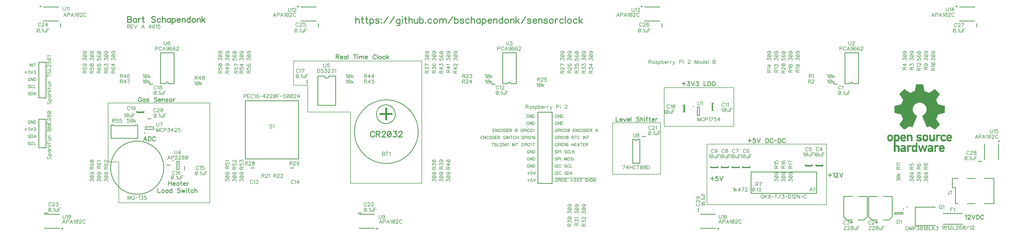
<source format=gto>
G04 DipTrace 2.4.0.2*
%INsensorclock.GTO*%
%MOMM*%
%ADD10C,0.25*%
%ADD12C,0.076*%
%ADD13C,0.2*%
%ADD17C,0.8*%
%ADD26O,0.391X0.392*%
%ADD39O,0.601X0.6*%
%ADD90C,0.196*%
%ADD91C,0.157*%
%ADD92C,0.235*%
%ADD93C,0.314*%
%ADD94C,0.353*%
%ADD95C,0.706*%
%FSLAX53Y53*%
G04*
G71*
G90*
G75*
G01*
%LNTopSilk*%
%LPD*%
X296004Y24224D2*
D10*
X272636D1*
Y31844D1*
X296004D1*
Y24224D1*
X131385Y46185D2*
X131413Y46975D1*
X131495Y47762D1*
X131633Y48541D1*
X131824Y49309D1*
X132068Y50061D1*
X132365Y50794D1*
X132711Y51505D1*
X133107Y52190D1*
X133549Y52846D1*
X134036Y53469D1*
X134565Y54057D1*
X135134Y54606D1*
X135740Y55115D1*
X136379Y55580D1*
X137050Y55999D1*
X137748Y56370D1*
X138471Y56692D1*
X139214Y56963D1*
X139974Y57181D1*
X140748Y57345D1*
X141531Y57455D1*
X142320Y57510D1*
X143110D1*
X143899Y57455D1*
X144682Y57345D1*
X145456Y57181D1*
X146216Y56963D1*
X146959Y56692D1*
X147682Y56370D1*
X148380Y55999D1*
X149051Y55580D1*
X149690Y55115D1*
X150296Y54606D1*
X150865Y54057D1*
X151394Y53469D1*
X151881Y52846D1*
X152323Y52190D1*
X152719Y51505D1*
X153065Y50794D1*
X153362Y50061D1*
X153606Y49309D1*
X153797Y48541D1*
X153935Y47762D1*
X154017Y46975D1*
X154045Y46185D1*
X154017Y45394D1*
X153935Y44608D1*
X153797Y43829D1*
X153606Y43061D1*
X153362Y42309D1*
X153065Y41576D1*
X152719Y40865D1*
X152323Y40180D1*
X151881Y39524D1*
X151394Y38901D1*
X150865Y38313D1*
X150296Y37763D1*
X149690Y37255D1*
X149051Y36790D1*
X148380Y36371D1*
X147682Y36000D1*
X146959Y35678D1*
X146216Y35407D1*
X145456Y35189D1*
X144682Y35025D1*
X143899Y34915D1*
X143110Y34860D1*
X142320D1*
X141531Y34915D1*
X140748Y35025D1*
X139974Y35189D1*
X139214Y35407D1*
X138471Y35678D1*
X137748Y36000D1*
X137050Y36371D1*
X136379Y36790D1*
X135740Y37255D1*
X135134Y37763D1*
X134565Y38313D1*
X134036Y38901D1*
X133549Y39524D1*
X133107Y40180D1*
X132711Y40865D1*
X132365Y41576D1*
X132068Y42309D1*
X131824Y43061D1*
X131633Y43829D1*
X131495Y44608D1*
X131413Y45394D1*
X131385Y46185D1*
X139223Y52423D2*
X139231Y52655D1*
X139256Y52887D1*
X139296Y53116D1*
X139352Y53342D1*
X139424Y53563D1*
X139511Y53779D1*
X139613Y53988D1*
X139730Y54189D1*
X139860Y54382D1*
X140003Y54566D1*
X140159Y54739D1*
X140326Y54900D1*
X140504Y55050D1*
X140692Y55187D1*
X140890Y55310D1*
X141095Y55419D1*
X141308Y55514D1*
X141526Y55593D1*
X141750Y55657D1*
X141978Y55706D1*
X142208Y55738D1*
X142440Y55754D1*
X142673D1*
X142905Y55738D1*
X143135Y55706D1*
X143363Y55657D1*
X143586Y55593D1*
X143805Y55514D1*
X144018Y55419D1*
X144223Y55310D1*
X144420Y55187D1*
X144609Y55050D1*
X144787Y54900D1*
X144954Y54739D1*
X145110Y54566D1*
X145253Y54382D1*
X145383Y54189D1*
X145499Y53988D1*
X145601Y53779D1*
X145689Y53563D1*
X145761Y53342D1*
X145817Y53116D1*
X145857Y52887D1*
X145882Y52655D1*
X145890Y52423D1*
X145882Y52190D1*
X145857Y51959D1*
X145817Y51730D1*
X145761Y51504D1*
X145689Y51283D1*
X145601Y51067D1*
X145499Y50858D1*
X145383Y50656D1*
X145253Y50464D1*
X145110Y50280D1*
X144954Y50107D1*
X144787Y49946D1*
X144609Y49796D1*
X144420Y49659D1*
X144223Y49536D1*
X144018Y49427D1*
X143805Y49332D1*
X143586Y49253D1*
X143363Y49188D1*
X143135Y49140D1*
X142905Y49108D1*
X142673Y49091D1*
X142440D1*
X142208Y49108D1*
X141978Y49140D1*
X141750Y49188D1*
X141526Y49253D1*
X141308Y49332D1*
X141095Y49427D1*
X140890Y49536D1*
X140692Y49659D1*
X140504Y49796D1*
X140326Y49946D1*
X140159Y50107D1*
X140003Y50280D1*
X139860Y50464D1*
X139730Y50656D1*
X139613Y50858D1*
X139511Y51067D1*
X139424Y51283D1*
X139352Y51504D1*
X139296Y51730D1*
X139256Y51959D1*
X139231Y52190D1*
X139223Y52423D1*
X302085Y63121D2*
X303384D1*
X314546Y15839D2*
Y23083D1*
X315686Y14698D2*
X314546Y15839D1*
X322928D2*
Y23083D1*
X321788Y14698D2*
X322928Y15839D1*
X317723Y14698D2*
X315686D1*
X321788D2*
X319751D1*
X317723Y23083D2*
X314546D1*
X322928D2*
X319751D1*
D17*
X317337Y13890D3*
X305656Y15839D2*
D10*
Y23083D1*
X306796Y14698D2*
X305656Y15839D1*
X314038D2*
Y23083D1*
X312898Y14698D2*
X314038Y15839D1*
X308833Y14698D2*
X306796D1*
X312898D2*
X310861D1*
X308833Y23083D2*
X305656D1*
X314038D2*
X310861D1*
D17*
X308447Y13890D3*
X298270Y34150D2*
D10*
X295770D1*
X298270Y33961D2*
X295770D1*
X298270D2*
Y34559D1*
X295770Y33961D2*
Y34559D1*
X294460Y34150D2*
X291960D1*
X294460Y33961D2*
X291960D1*
X294460D2*
Y34559D1*
X291960Y33961D2*
Y34559D1*
X272235Y33515D2*
X269735D1*
X272235Y33326D2*
X269735D1*
X272235D2*
Y33924D1*
X269735Y33326D2*
Y33924D1*
X268425Y33515D2*
X265925D1*
X268425Y33326D2*
X265925D1*
X268425D2*
Y33924D1*
X265925Y33326D2*
Y33924D1*
X264615Y33515D2*
X262115D1*
X264615Y33326D2*
X262115D1*
X264615D2*
Y33924D1*
X262115Y33326D2*
Y33924D1*
X260805Y33515D2*
X258305D1*
X260805Y33326D2*
X258305D1*
X260805D2*
Y33924D1*
X258305Y33326D2*
Y33924D1*
X248740Y55700D2*
Y53200D1*
X248929Y55700D2*
Y53200D1*
Y55700D2*
X248331D1*
X248929Y53200D2*
X248331D1*
X258940Y53835D2*
Y56335D1*
X258751Y53835D2*
Y56335D1*
Y53835D2*
X259349D1*
X258751Y56335D2*
X259349D1*
X180165Y63121D2*
X181464D1*
X94440Y33276D2*
X95739D1*
X108410D2*
X109709D1*
X70862Y32528D2*
Y33827D1*
X64437Y34233D2*
X65736D1*
X114551Y64624D2*
Y63325D1*
X58245Y63121D2*
X59544D1*
X56335Y53200D2*
X53835D1*
X56335Y53011D2*
X53835D1*
X56335D2*
Y53609D1*
X53835Y53011D2*
Y53609D1*
X58979Y50779D2*
X57680D1*
X235124Y44509D2*
X233826D1*
X133839Y17204D2*
X132540D1*
X22079D2*
X20780D1*
X26701Y84739D2*
Y83441D1*
X118501Y84739D2*
Y83441D1*
X240901Y84739D2*
Y83441D1*
X353101Y84739D2*
Y83441D1*
X354849Y35589D2*
X353550D1*
X253849Y17691D2*
Y18989D1*
D26*
X327014Y18629D3*
X326780Y17355D2*
D10*
X323780D1*
Y16855D1*
X326780D1*
Y17355D1*
X348062Y13175D2*
X341078D1*
X348062Y16985D2*
X341078D1*
X345470Y20525D2*
Y26226D1*
Y20525D2*
X346420D1*
X344370Y29525D2*
X346420D1*
X349720Y20525D2*
X352520D1*
X349720Y29525D2*
X352520D1*
X355819Y20525D2*
X359170D1*
Y29525D1*
X359069D2*
X355819D1*
X345470Y26226D2*
X344370D1*
Y29525D1*
X201770Y53180D2*
X196690D1*
X201770Y27780D2*
Y29685D1*
Y27780D2*
X196690D1*
Y29685D1*
Y53180D1*
X201770Y29685D2*
Y53180D1*
X18890Y58260D2*
X21430D1*
X18890Y70960D2*
Y58260D1*
X21430Y70960D2*
Y58260D1*
X18890Y70960D2*
X21430D1*
X18890Y40480D2*
X21430D1*
X18890Y50640D2*
Y40480D1*
X21430Y50640D2*
Y40480D1*
X18890Y50640D2*
X21430D1*
X331206Y19275D2*
Y12675D1*
X338205Y19275D2*
X331206D1*
X338205D2*
Y19075D1*
Y12675D2*
X331206D1*
X338205D2*
Y12875D1*
D26*
X328286Y19251D3*
X44620Y48605D2*
D10*
Y43805D1*
X54120Y48605D2*
Y43805D1*
X45470Y48305D2*
X53170D1*
X44620Y48605D2*
X45470D1*
Y48305D1*
X53170D2*
Y48605D1*
X54120D1*
X44620Y43805D2*
X54120D1*
X92495Y57190D2*
X111495D1*
Y36440D1*
X92495D1*
Y57190D1*
D26*
X252148Y55134D3*
X253521Y55000D2*
D10*
Y52000D1*
X254321Y55000D2*
Y52000D1*
X253521D2*
X254321D1*
X253521Y55000D2*
X254321D1*
X310910Y63350D2*
Y74350D1*
X306110D1*
Y63350D1*
X308010D1*
X309010D2*
X310910D1*
X309010D2*
G03X308010Y63350I-500J0D01*
G01*
X188990D2*
Y74350D1*
X184190D1*
Y63350D1*
X186090D1*
X187090D2*
X188990D1*
X187090D2*
G03X186090Y63350I-500J0D01*
G01*
D26*
X66728Y35766D3*
X68101Y35632D2*
D10*
Y32633D1*
X68901Y35632D2*
Y32633D1*
X68101D2*
X68901D1*
X68101Y35632D2*
X68901D1*
X118305Y66000D2*
Y55600D1*
X124705Y66000D2*
Y55600D1*
X118305D2*
X124705D1*
X118305Y66000D2*
X120705D1*
X122305D2*
X124705D1*
X120705D2*
G03X122305Y66000I800J1D01*
G01*
X67070Y63350D2*
Y74350D1*
X62270D1*
Y63350D1*
X64170D1*
X65170D2*
X67070D1*
X65170D2*
G03X64170Y63350I-500J0D01*
G01*
D26*
X56696Y45708D3*
X56830Y47081D2*
D10*
X59830D1*
X56830Y47881D2*
X59830D1*
Y47081D2*
Y47881D1*
X56830Y47081D2*
Y47881D1*
X230475Y43510D2*
Y34910D1*
X233075Y43510D2*
Y34910D1*
X230475D2*
X233075D1*
X230475Y43510D2*
X231275D1*
X232275D2*
X233075D1*
X231275D2*
G03X232275Y43510I500J0D01*
G01*
X133049Y11740D2*
X138450D1*
X133049Y16740D2*
X138450D1*
D39*
X139466Y11587D3*
X20849Y11740D2*
D10*
X26250D1*
X20849Y16740D2*
X26250D1*
D39*
X27266Y11587D3*
X25951Y90690D2*
D10*
X20550D1*
X25951Y85690D2*
X20550D1*
D39*
X19534Y90843D3*
X117751Y90690D2*
D10*
X112350D1*
X117751Y85690D2*
X112350D1*
D39*
X111334Y90843D3*
X240151Y90690D2*
D10*
X234750D1*
X240151Y85690D2*
X234750D1*
D39*
X233734Y90843D3*
X352351Y90690D2*
D10*
X346950D1*
X352351Y85690D2*
X346950D1*
D39*
X345934Y90843D3*
X360800Y36339D2*
D10*
Y41740D1*
X355800Y36339D2*
Y41740D1*
D39*
X360953Y42756D3*
X254599Y11740D2*
D10*
X260000D1*
X254599Y16740D2*
X260000D1*
D39*
X261016Y11587D3*
X44499Y33311D2*
D10*
G02X44499Y33311I9500J0D01*
G01*
X241775Y61845D2*
D13*
X266540D1*
Y48100D1*
X241775D1*
Y61845D1*
X257015Y41750D2*
X299560D1*
Y20160D1*
X257015D1*
Y41750D1*
X223360Y49370D2*
X240505D1*
Y30955D1*
X223360D1*
Y49370D1*
X109695Y71370D2*
X155415D1*
Y27780D1*
X130015D1*
Y53180D1*
X114775D1*
Y62705D1*
X109695D1*
Y71370D1*
X43655Y56355D2*
Y35400D1*
X47465D1*
Y20795D1*
X79850D1*
Y56355D1*
X43655D1*
X331486Y63069D2*
D12*
X333918D1*
X331483Y62993D2*
X333953D1*
X331473Y62917D2*
X333975D1*
X331455Y62841D2*
X333989D1*
X331436Y62765D2*
X334004D1*
X331422Y62689D2*
X334024D1*
X331412Y62613D2*
X334044D1*
X331399Y62537D2*
X334058D1*
X331380Y62461D2*
X334068D1*
X331360Y62385D2*
X334081D1*
X331347Y62309D2*
X334100D1*
X331339Y62233D2*
X334120D1*
X331333Y62157D2*
X334133D1*
X331322Y62081D2*
X334141D1*
X331303Y62005D2*
X334147D1*
X331284Y61929D2*
X334158D1*
X331270Y61853D2*
X334177D1*
X331260Y61777D2*
X334196D1*
X331247Y61701D2*
X334210D1*
X331228Y61625D2*
X334220D1*
X331208Y61549D2*
X334233D1*
X331194Y61473D2*
X334252D1*
X331184Y61397D2*
X334272D1*
X331171Y61321D2*
X334285D1*
X327154Y61245D2*
X327458D1*
X331152D2*
X334293D1*
X338022D2*
X338250D1*
X327078Y61169D2*
X327560D1*
X331132D2*
X334299D1*
X337899D2*
X338326D1*
X327002Y61093D2*
X327662D1*
X331119D2*
X334310D1*
X337782D2*
X338402D1*
X326926Y61017D2*
X327762D1*
X331111D2*
X334329D1*
X337673D2*
X338478D1*
X326850Y60941D2*
X327866D1*
X331105D2*
X334349D1*
X337569D2*
X338554D1*
X326774Y60865D2*
X327975D1*
X331091D2*
X334365D1*
X337463D2*
X338630D1*
X326698Y60789D2*
X328087D1*
X331065D2*
X334388D1*
X337353D2*
X338706D1*
X326622Y60713D2*
X328200D1*
X330995D2*
X334424D1*
X337242D2*
X338782D1*
X326546Y60637D2*
X328313D1*
X330896D2*
X334527D1*
X337128D2*
X338858D1*
X326470Y60561D2*
X328427D1*
X330765D2*
X334665D1*
X337015D2*
X338934D1*
X326394Y60485D2*
X328541D1*
X330606D2*
X334829D1*
X336901D2*
X339010D1*
X326318Y60409D2*
X328655D1*
X330431D2*
X335008D1*
X336790D2*
X339086D1*
X326242Y60333D2*
X328769D1*
X330247D2*
X335193D1*
X336683D2*
X339162D1*
X326166Y60257D2*
X328884D1*
X330059D2*
X335380D1*
X336579D2*
X339238D1*
X326090Y60181D2*
X329004D1*
X329864D2*
X335571D1*
X336465D2*
X339314D1*
X326014Y60105D2*
X329143D1*
X329649D2*
X335787D1*
X336318D2*
X339390D1*
X325938Y60029D2*
X329315D1*
X329401D2*
X336052D1*
X336122D2*
X339466D1*
X325862Y59953D2*
X339542D1*
X325786Y59877D2*
X339618D1*
X325713Y59801D2*
X339691D1*
X325650Y59725D2*
X339754D1*
X325599Y59649D2*
X339799D1*
X325584Y59573D2*
X339829D1*
X325608Y59497D2*
X339830D1*
X325645Y59421D2*
X339801D1*
X325689Y59345D2*
X339761D1*
X325739Y59269D2*
X339716D1*
X325797Y59193D2*
X339665D1*
X325855Y59117D2*
X339607D1*
X325909Y59041D2*
X339549D1*
X325962Y58965D2*
X339495D1*
X326014Y58889D2*
X339442D1*
X326064Y58813D2*
X339390D1*
X326115Y58737D2*
X339340D1*
X326167Y58661D2*
X339289D1*
X326216Y58585D2*
X339237D1*
X326267Y58509D2*
X339188D1*
X326319Y58433D2*
X339137D1*
X326368Y58357D2*
X339085D1*
X326419Y58281D2*
X339035D1*
X326471Y58205D2*
X338982D1*
X326520Y58129D2*
X338924D1*
X326571Y58053D2*
X338865D1*
X326623Y57977D2*
X338811D1*
X326672Y57901D2*
X338758D1*
X326723Y57825D2*
X338706D1*
X326775Y57749D2*
X338659D1*
X326824Y57673D2*
X338618D1*
X326874Y57597D2*
X338591D1*
X326926Y57521D2*
X338575D1*
X326879Y57445D2*
X338592D1*
X326836Y57369D2*
X338619D1*
X326795Y57293D2*
X338652D1*
X326758Y57217D2*
X338688D1*
X326727Y57141D2*
X338723D1*
X326700Y57065D2*
X338753D1*
X326670Y56989D2*
X338780D1*
X326637Y56913D2*
X338810D1*
X326601Y56837D2*
X338843D1*
X326565Y56761D2*
X338879D1*
X326529Y56685D2*
X338916D1*
X326499Y56609D2*
X338953D1*
X326472Y56533D2*
X332200D1*
X333307D2*
X338991D1*
X326442Y56457D2*
X331959D1*
X333522D2*
X339026D1*
X326409Y56381D2*
X331756D1*
X333716D2*
X339057D1*
X326373Y56305D2*
X331583D1*
X333881D2*
X339084D1*
X326336Y56229D2*
X331433D1*
X334017D2*
X339114D1*
X326299Y56153D2*
X331307D1*
X334134D2*
X339147D1*
X326257Y56077D2*
X331204D1*
X334243D2*
X339184D1*
X326200Y56001D2*
X331115D1*
X334345D2*
X339225D1*
X326121Y55925D2*
X331033D1*
X334436D2*
X339308D1*
X325920Y55849D2*
X330956D1*
X334517D2*
X339510D1*
X325641Y55773D2*
X330881D1*
X334587D2*
X339786D1*
X325295Y55697D2*
X330815D1*
X334646D2*
X340126D1*
X324917Y55621D2*
X330757D1*
X334700D2*
X340505D1*
X324547Y55545D2*
X330703D1*
X334754D2*
X340882D1*
X324236Y55469D2*
X330651D1*
X334804D2*
X341201D1*
X323988Y55393D2*
X330602D1*
X334855D2*
X341425D1*
X323881Y55317D2*
X330559D1*
X334906D2*
X341582D1*
X323843Y55241D2*
X330519D1*
X334954D2*
X341637D1*
X323823Y55165D2*
X330480D1*
X334994D2*
X341655D1*
X323815Y55089D2*
X330441D1*
X335027D2*
X341664D1*
X323812Y55013D2*
X330406D1*
X335055D2*
X341668D1*
X323811Y54937D2*
X330375D1*
X335083D2*
X341669D1*
X323810Y54861D2*
X330348D1*
X335109D2*
X341670D1*
X323810Y54785D2*
X330321D1*
X335133D2*
X341670D1*
X323810Y54709D2*
X330298D1*
X335159D2*
X341670D1*
X323810Y54633D2*
X330283D1*
X335182D2*
X341670D1*
X323810Y54557D2*
X330275D1*
X335197D2*
X341670D1*
X323810Y54481D2*
X330269D1*
X335204D2*
X341670D1*
X323810Y54405D2*
X330258D1*
X335208D2*
X341670D1*
X323810Y54329D2*
X330239D1*
X335209D2*
X341670D1*
X323810Y54253D2*
X330220D1*
X335210D2*
X341670D1*
X323810Y54177D2*
X330209D1*
X335210D2*
X341670D1*
X323810Y54101D2*
X330212D1*
X335210D2*
X341670D1*
X323810Y54025D2*
X330227D1*
X335210D2*
X341670D1*
X323810Y53949D2*
X330245D1*
X335210D2*
X341670D1*
X323810Y53873D2*
X330258D1*
X335210D2*
X341670D1*
X323810Y53797D2*
X330265D1*
X335207D2*
X341670D1*
X323810Y53721D2*
X330271D1*
X335197D2*
X341670D1*
X323810Y53645D2*
X330282D1*
X335179D2*
X341670D1*
X323810Y53569D2*
X330301D1*
X335157D2*
X341670D1*
X323810Y53493D2*
X330323D1*
X335134D2*
X341670D1*
X323810Y53417D2*
X330346D1*
X335108D2*
X341670D1*
X323810Y53341D2*
X330372D1*
X335083D2*
X341670D1*
X323810Y53265D2*
X330397D1*
X335058D2*
X341670D1*
X323810Y53189D2*
X330424D1*
X335030D2*
X341670D1*
X323814Y53113D2*
X330460D1*
X334997D2*
X341666D1*
X323824Y53037D2*
X330504D1*
X334961D2*
X341655D1*
X323883Y52961D2*
X330548D1*
X334921D2*
X341589D1*
X324069Y52885D2*
X330590D1*
X334874D2*
X341393D1*
X324338Y52809D2*
X330633D1*
X334818D2*
X341119D1*
X324673Y52733D2*
X330681D1*
X334760D2*
X340781D1*
X325039Y52657D2*
X330741D1*
X334706D2*
X340403D1*
X325400Y52581D2*
X330808D1*
X334651D2*
X340029D1*
X325709Y52505D2*
X330880D1*
X334589D2*
X339717D1*
X325929Y52429D2*
X330955D1*
X334518D2*
X339501D1*
X326088Y52353D2*
X331031D1*
X334435D2*
X339348D1*
X326158Y52277D2*
X331109D1*
X334342D2*
X339282D1*
X326212Y52201D2*
X331195D1*
X334244D2*
X339232D1*
X326254Y52125D2*
X331292D1*
X334145D2*
X339195D1*
X326288Y52049D2*
X331397D1*
X334042D2*
X339166D1*
X326316Y51973D2*
X331501D1*
X333936D2*
X339138D1*
X326345Y51897D2*
X331591D1*
X333841D2*
X339111D1*
X326378Y51821D2*
X331663D1*
X333759D2*
X339086D1*
X326412Y51745D2*
X331689D1*
X333727D2*
X339058D1*
X326442Y51669D2*
X331701D1*
X333733D2*
X339025D1*
X326468Y51593D2*
X331697D1*
X333748D2*
X338989D1*
X326495Y51517D2*
X331679D1*
X333768D2*
X338953D1*
X326521Y51441D2*
X331650D1*
X333795D2*
X338917D1*
X326546Y51365D2*
X331616D1*
X333827D2*
X338887D1*
X326574Y51289D2*
X331580D1*
X333863D2*
X338860D1*
X326607Y51213D2*
X331545D1*
X333899D2*
X338830D1*
X326643Y51137D2*
X331515D1*
X333935D2*
X338797D1*
X326679Y51061D2*
X331488D1*
X333965D2*
X338764D1*
X326715Y50985D2*
X331458D1*
X333992D2*
X338734D1*
X326745Y50909D2*
X331425D1*
X334022D2*
X338708D1*
X326772Y50833D2*
X331392D1*
X334055D2*
X338682D1*
X326795Y50757D2*
X331362D1*
X334088D2*
X338661D1*
X326814Y50681D2*
X331336D1*
X334118D2*
X338650D1*
X326795Y50605D2*
X331306D1*
X334144D2*
X338668D1*
X326760Y50529D2*
X331273D1*
X334174D2*
X338698D1*
X326718Y50453D2*
X331237D1*
X334207D2*
X338738D1*
X326668Y50377D2*
X331201D1*
X334243D2*
X338785D1*
X326611Y50301D2*
X331165D1*
X334279D2*
X338834D1*
X326553Y50225D2*
X331135D1*
X334315D2*
X338883D1*
X326499Y50149D2*
X331108D1*
X334345D2*
X338935D1*
X326446Y50073D2*
X331078D1*
X334372D2*
X338985D1*
X326394Y49997D2*
X331045D1*
X334402D2*
X339035D1*
X326344Y49921D2*
X331012D1*
X334435D2*
X339087D1*
X326293Y49845D2*
X330982D1*
X334468D2*
X339137D1*
X326241Y49769D2*
X330956D1*
X334498D2*
X339190D1*
X326192Y49693D2*
X330926D1*
X334524D2*
X339248D1*
X326141Y49617D2*
X330893D1*
X334554D2*
X339307D1*
X326089Y49541D2*
X330860D1*
X334587D2*
X339361D1*
X326040Y49465D2*
X330830D1*
X334623D2*
X339414D1*
X325989Y49389D2*
X330804D1*
X334659D2*
X339466D1*
X325937Y49313D2*
X330774D1*
X334695D2*
X339516D1*
X325887Y49237D2*
X330741D1*
X334725D2*
X339567D1*
X325834Y49161D2*
X330705D1*
X334752D2*
X339619D1*
X325776Y49085D2*
X330669D1*
X334782D2*
X339668D1*
X325717Y49009D2*
X330633D1*
X334815D2*
X339719D1*
X325666Y48933D2*
X330603D1*
X334848D2*
X339767D1*
X325624Y48857D2*
X330576D1*
X334878D2*
X339805D1*
X325589Y48781D2*
X330546D1*
X334904D2*
X339830D1*
X325580Y48705D2*
X330513D1*
X334934D2*
X339830D1*
X325609Y48629D2*
X330480D1*
X334967D2*
X339798D1*
X325657Y48553D2*
X330450D1*
X335000D2*
X339748D1*
X325720Y48477D2*
X330424D1*
X335030D2*
X339685D1*
X325790Y48401D2*
X330394D1*
X335056D2*
X339615D1*
X325863Y48325D2*
X330361D1*
X335086D2*
X339541D1*
X325938Y48249D2*
X330325D1*
X335119D2*
X339466D1*
X326014Y48173D2*
X329042D1*
X329282D2*
X330289D1*
X335155D2*
X336134D1*
X336338D2*
X339390D1*
X326090Y48097D2*
X328944D1*
X329434D2*
X330253D1*
X335192D2*
X336001D1*
X336468D2*
X339314D1*
X326166Y48021D2*
X328839D1*
X329586D2*
X330223D1*
X335229D2*
X335868D1*
X336591D2*
X339238D1*
X326242Y47945D2*
X328729D1*
X329738D2*
X330194D1*
X335269D2*
X335730D1*
X336708D2*
X339162D1*
X326318Y47869D2*
X328616D1*
X329890D2*
X330159D1*
X335314D2*
X335585D1*
X336821D2*
X339086D1*
X326394Y47793D2*
X328505D1*
X330042D2*
X330118D1*
X335362D2*
X335438D1*
X336929D2*
X339010D1*
X326470Y47717D2*
X328399D1*
X337032D2*
X338934D1*
X326546Y47641D2*
X328296D1*
X337138D2*
X338858D1*
X326622Y47565D2*
X328190D1*
X337250D2*
X338782D1*
X326698Y47489D2*
X328081D1*
X337368D2*
X338706D1*
X326774Y47413D2*
X327969D1*
X337490D2*
X338630D1*
X326850Y47337D2*
X327856D1*
X337605D2*
X338554D1*
X326926Y47261D2*
X327743D1*
X337712D2*
X338478D1*
X327002Y47185D2*
X327627D1*
X337818D2*
X338402D1*
X327078Y47109D2*
X327506D1*
X337921D2*
X338326D1*
X327154Y47033D2*
X327382D1*
X338022D2*
X338250D1*
X321834Y45133D2*
X322594D1*
X323582D2*
X324114D1*
X324342D2*
X325102D1*
X326470D2*
X327230D1*
X328218D2*
X328750D1*
X328978D2*
X329662D1*
X332094D2*
X333006D1*
X334374D2*
X335210D1*
X336198D2*
X336654D1*
X337642D2*
X338098D1*
X338630D2*
X339086D1*
X339390D2*
X340074D1*
X340834D2*
X341670D1*
X342886D2*
X343646D1*
X321700Y45057D2*
X322705D1*
X323582D2*
X324150D1*
X324230D2*
X325178D1*
X326359D2*
X327341D1*
X328218D2*
X328786D1*
X328866D2*
X329773D1*
X331983D2*
X333143D1*
X334263D2*
X335312D1*
X336198D2*
X336654D1*
X337642D2*
X338098D1*
X338630D2*
X339122D1*
X339202D2*
X340150D1*
X340714D2*
X341781D1*
X342752D2*
X343757D1*
X321589Y44981D2*
X322803D1*
X323582D2*
X325251D1*
X326261D2*
X327439D1*
X328218D2*
X329868D1*
X331888D2*
X333264D1*
X334165D2*
X335408D1*
X336198D2*
X336654D1*
X337642D2*
X338098D1*
X338630D2*
X340226D1*
X340607D2*
X341879D1*
X342641D2*
X343855D1*
X321506Y44905D2*
X322890D1*
X323582D2*
X325317D1*
X326177D2*
X327523D1*
X328218D2*
X329945D1*
X331811D2*
X333367D1*
X334081D2*
X335488D1*
X336198D2*
X336654D1*
X337642D2*
X338098D1*
X338630D2*
X340162D1*
X340519D2*
X341966D1*
X342558D2*
X343939D1*
X321440Y44829D2*
X322968D1*
X323582D2*
X325372D1*
X326106D2*
X327594D1*
X328218D2*
X330005D1*
X331751D2*
X333462D1*
X334010D2*
X335551D1*
X336198D2*
X336654D1*
X337642D2*
X338098D1*
X338630D2*
X340105D1*
X340447D2*
X342047D1*
X342492D2*
X344010D1*
X321385Y44753D2*
X323033D1*
X323582D2*
X325416D1*
X326049D2*
X327651D1*
X328218D2*
X330051D1*
X331705D2*
X333389D1*
X333953D2*
X335601D1*
X336198D2*
X336654D1*
X337642D2*
X338098D1*
X338630D2*
X340048D1*
X340385D2*
X342126D1*
X342437D2*
X344067D1*
X321344Y44677D2*
X323079D1*
X323582D2*
X325448D1*
X326004D2*
X326713D1*
X326987D2*
X327698D1*
X328218D2*
X330083D1*
X331673D2*
X332340D1*
X332688D2*
X333325D1*
X333909D2*
X335643D1*
X336198D2*
X336654D1*
X337642D2*
X338098D1*
X338630D2*
X339987D1*
X340333D2*
X342050D1*
X342394D2*
X343129D1*
X343336D2*
X344111D1*
X321318Y44601D2*
X322013D1*
X322415D2*
X323108D1*
X323582D2*
X324369D1*
X324771D2*
X325469D1*
X325970D2*
X326595D1*
X327104D2*
X327740D1*
X328218D2*
X329005D1*
X329434D2*
X330102D1*
X331654D2*
X332233D1*
X332889D2*
X333275D1*
X333876D2*
X334526D1*
X334964D2*
X335681D1*
X336198D2*
X336654D1*
X337642D2*
X338098D1*
X338630D2*
X339317D1*
X339770D2*
X339922D1*
X340291D2*
X341004D1*
X341504D2*
X341974D1*
X342361D2*
X343009D1*
X343465D2*
X344143D1*
X321297Y44525D2*
X321914D1*
X322514D2*
X323130D1*
X323582D2*
X324270D1*
X324870D2*
X325488D1*
X325941D2*
X326504D1*
X327193D2*
X327777D1*
X328218D2*
X328906D1*
X329507D2*
X330111D1*
X331645D2*
X332151D1*
X333082D2*
X333234D1*
X333855D2*
X334453D1*
X335075D2*
X335710D1*
X336198D2*
X336654D1*
X337642D2*
X338098D1*
X338630D2*
X339251D1*
X340260D2*
X340893D1*
X341629D2*
X341898D1*
X342331D2*
X342910D1*
X343565D2*
X344162D1*
X321274Y44449D2*
X321842D1*
X322583D2*
X323153D1*
X323582D2*
X324201D1*
X324939D2*
X325510D1*
X325914D2*
X326437D1*
X327261D2*
X327806D1*
X328218D2*
X328837D1*
X329570D2*
X330115D1*
X331641D2*
X332128D1*
X333836D2*
X334390D1*
X335155D2*
X335727D1*
X336198D2*
X336654D1*
X337642D2*
X338098D1*
X338630D2*
X339196D1*
X340241D2*
X340813D1*
X341746D2*
X341822D1*
X342307D2*
X342835D1*
X343635D2*
X344171D1*
X321253Y44373D2*
X321788D1*
X322630D2*
X323175D1*
X323582D2*
X324149D1*
X324991D2*
X325531D1*
X325890D2*
X326388D1*
X327284D2*
X327823D1*
X328218D2*
X328785D1*
X329615D2*
X330117D1*
X331639D2*
X332114D1*
X333814D2*
X334345D1*
X335211D2*
X335736D1*
X336198D2*
X336654D1*
X337642D2*
X338098D1*
X338630D2*
X339152D1*
X340230D2*
X340757D1*
X342292D2*
X342776D1*
X343687D2*
X344175D1*
X321239Y44297D2*
X321746D1*
X322664D2*
X323189D1*
X323582D2*
X324131D1*
X325009D2*
X325545D1*
X325875D2*
X326353D1*
X327297D2*
X327832D1*
X328218D2*
X328767D1*
X329641D2*
X330118D1*
X331642D2*
X332396D1*
X333793D2*
X334319D1*
X335248D2*
X335740D1*
X336198D2*
X336654D1*
X337642D2*
X338098D1*
X338630D2*
X339120D1*
X340216D2*
X340720D1*
X342284D2*
X342754D1*
X343705D2*
X344177D1*
X321231Y44221D2*
X321715D1*
X322693D2*
X323196D1*
X323582D2*
X324121D1*
X325019D2*
X325553D1*
X325868D2*
X326333D1*
X327303D2*
X327836D1*
X328218D2*
X328757D1*
X329653D2*
X330118D1*
X331654D2*
X332696D1*
X333779D2*
X334307D1*
X335269D2*
X335741D1*
X336198D2*
X336654D1*
X337642D2*
X338098D1*
X338630D2*
X339102D1*
X340196D2*
X340699D1*
X342280D2*
X342742D1*
X343715D2*
X344178D1*
X321228Y44145D2*
X321697D1*
X322717D2*
X323200D1*
X323582D2*
X324117D1*
X325023D2*
X325556D1*
X325864D2*
X327837D1*
X328218D2*
X328753D1*
X329659D2*
X330118D1*
X331685D2*
X332954D1*
X333771D2*
X334301D1*
X335279D2*
X335742D1*
X336198D2*
X336654D1*
X337642D2*
X338098D1*
X338630D2*
X339093D1*
X340176D2*
X340689D1*
X342279D2*
X344178D1*
X321227Y44069D2*
X321688D1*
X322733D2*
X323201D1*
X323582D2*
X324115D1*
X325025D2*
X325557D1*
X325863D2*
X327838D1*
X328218D2*
X328751D1*
X329661D2*
X330118D1*
X331735D2*
X333139D1*
X333768D2*
X334299D1*
X335283D2*
X335742D1*
X336198D2*
X336654D1*
X337642D2*
X338098D1*
X338630D2*
X339089D1*
X340163D2*
X340685D1*
X342278D2*
X344178D1*
X321226Y43993D2*
X321685D1*
X322740D2*
X323202D1*
X323582D2*
X324114D1*
X325026D2*
X325558D1*
X325862D2*
X327838D1*
X328218D2*
X328750D1*
X329662D2*
X330118D1*
X331804D2*
X333267D1*
X333767D2*
X334298D1*
X335285D2*
X335742D1*
X336198D2*
X336654D1*
X337642D2*
X338098D1*
X338630D2*
X339087D1*
X340156D2*
X340683D1*
X342278D2*
X344178D1*
X321226Y43917D2*
X321683D1*
X322741D2*
X323202D1*
X323582D2*
X324114D1*
X325026D2*
X325558D1*
X325862D2*
X327838D1*
X328218D2*
X328750D1*
X329662D2*
X330118D1*
X331906D2*
X333355D1*
X333766D2*
X334298D1*
X335286D2*
X335742D1*
X336198D2*
X336654D1*
X337642D2*
X338098D1*
X338630D2*
X339086D1*
X340155D2*
X340682D1*
X342278D2*
X344178D1*
X321226Y43841D2*
X321685D1*
X322733D2*
X323202D1*
X323582D2*
X324114D1*
X325026D2*
X325558D1*
X325862D2*
X327838D1*
X328218D2*
X328750D1*
X329662D2*
X330118D1*
X332078D2*
X333412D1*
X333766D2*
X334298D1*
X335286D2*
X335742D1*
X336198D2*
X336654D1*
X337639D2*
X338098D1*
X338630D2*
X339086D1*
X340163D2*
X340682D1*
X342278D2*
X344178D1*
X321226Y43765D2*
X321695D1*
X322715D2*
X323202D1*
X323582D2*
X324114D1*
X325026D2*
X325558D1*
X325862D2*
X327838D1*
X328218D2*
X328750D1*
X329662D2*
X330118D1*
X332328D2*
X333452D1*
X333769D2*
X334298D1*
X335283D2*
X335742D1*
X336198D2*
X336654D1*
X337629D2*
X338098D1*
X338630D2*
X339086D1*
X340181D2*
X340685D1*
X342278D2*
X344178D1*
X321229Y43689D2*
X321716D1*
X322693D2*
X323199D1*
X323582D2*
X324117D1*
X325023D2*
X325555D1*
X325865D2*
X326330D1*
X328218D2*
X328750D1*
X329662D2*
X330118D1*
X332588D2*
X333483D1*
X333779D2*
X334301D1*
X335273D2*
X335742D1*
X336198D2*
X336657D1*
X337611D2*
X338098D1*
X338630D2*
X339086D1*
X340200D2*
X340695D1*
X342278D2*
X342737D1*
X321239Y43613D2*
X321745D1*
X322669D2*
X323189D1*
X323582D2*
X324127D1*
X325013D2*
X325545D1*
X325875D2*
X326352D1*
X328218D2*
X328750D1*
X329662D2*
X330118D1*
X332784D2*
X333508D1*
X333797D2*
X334314D1*
X335252D2*
X335742D1*
X336198D2*
X336670D1*
X337588D2*
X338098D1*
X338630D2*
X339086D1*
X340214D2*
X340716D1*
X342281D2*
X342750D1*
X321257Y43537D2*
X321782D1*
X322636D2*
X323171D1*
X323582D2*
X324150D1*
X324990D2*
X325527D1*
X325893D2*
X326385D1*
X328218D2*
X328750D1*
X329662D2*
X330118D1*
X332923D2*
X333521D1*
X333817D2*
X334338D1*
X335218D2*
X335739D1*
X336198D2*
X336694D1*
X337561D2*
X338098D1*
X338630D2*
X339086D1*
X340224D2*
X340754D1*
X342291D2*
X342781D1*
X321277Y43461D2*
X321824D1*
X322591D2*
X323151D1*
X323582D2*
X324185D1*
X324955D2*
X325507D1*
X325915D2*
X326426D1*
X328218D2*
X328750D1*
X329662D2*
X330118D1*
X331714D2*
X331866D1*
X332983D2*
X333520D1*
X333833D2*
X334397D1*
X335173D2*
X335729D1*
X336198D2*
X336753D1*
X337523D2*
X338098D1*
X338630D2*
X339086D1*
X340237D2*
X340806D1*
X341746D2*
X341822D1*
X342309D2*
X342835D1*
X321293Y43385D2*
X321923D1*
X322430D2*
X323135D1*
X323582D2*
X324290D1*
X324850D2*
X325491D1*
X325939D2*
X326525D1*
X327382D2*
X327534D1*
X328218D2*
X328750D1*
X329662D2*
X330118D1*
X331641D2*
X332013D1*
X332944D2*
X333505D1*
X333850D2*
X334544D1*
X335033D2*
X335708D1*
X336201D2*
X336900D1*
X337386D2*
X338098D1*
X338630D2*
X339086D1*
X340259D2*
X340995D1*
X341572D2*
X341898D1*
X342331D2*
X342920D1*
X343722D2*
X343874D1*
X321312Y43309D2*
X322161D1*
X322165D2*
X323115D1*
X323582D2*
X324557D1*
X324583D2*
X325474D1*
X325967D2*
X326690D1*
X327188D2*
X327607D1*
X328218D2*
X328750D1*
X329662D2*
X330118D1*
X331578D2*
X332234D1*
X332790D2*
X333484D1*
X333874D2*
X334774D1*
X334807D2*
X335679D1*
X336211D2*
X337130D1*
X337162D2*
X338098D1*
X338630D2*
X339086D1*
X340292D2*
X341296D1*
X341310D2*
X341970D1*
X342355D2*
X343057D1*
X343523D2*
X343972D1*
X321344Y43233D2*
X323081D1*
X323582D2*
X325450D1*
X326002D2*
X326937D1*
X326956D2*
X327667D1*
X328218D2*
X328750D1*
X329662D2*
X330118D1*
X331528D2*
X332553D1*
X332547D2*
X333458D1*
X333907D2*
X335644D1*
X336232D2*
X338098D1*
X338630D2*
X339086D1*
X340334D2*
X342031D1*
X342383D2*
X343257D1*
X343262D2*
X344055D1*
X321386Y43157D2*
X323030D1*
X323582D2*
X325417D1*
X326048D2*
X327712D1*
X328218D2*
X328750D1*
X329662D2*
X330118D1*
X331522D2*
X333420D1*
X333952D2*
X335605D1*
X336264D2*
X338098D1*
X338630D2*
X339086D1*
X340384D2*
X342075D1*
X342418D2*
X344118D1*
X321435Y43081D2*
X322965D1*
X323582D2*
X325372D1*
X326106D2*
X327706D1*
X328218D2*
X328750D1*
X329662D2*
X330118D1*
X331562D2*
X333367D1*
X334010D2*
X335557D1*
X336309D2*
X338098D1*
X338630D2*
X339086D1*
X340443D2*
X342080D1*
X342467D2*
X344134D1*
X321499Y43005D2*
X322891D1*
X323582D2*
X325314D1*
X326176D2*
X327655D1*
X328218D2*
X328750D1*
X329662D2*
X330118D1*
X331650D2*
X333298D1*
X334080D2*
X335495D1*
X336369D2*
X338098D1*
X338630D2*
X339086D1*
X340517D2*
X341997D1*
X342538D2*
X344064D1*
X321594Y42929D2*
X322802D1*
X323582D2*
X325241D1*
X326267D2*
X327576D1*
X328218D2*
X328750D1*
X329662D2*
X330118D1*
X331764D2*
X333209D1*
X334168D2*
X335409D1*
X336452D2*
X338098D1*
X338630D2*
X339086D1*
X340616D2*
X341893D1*
X342642D2*
X343963D1*
X321724Y42853D2*
X322684D1*
X323582D2*
X324114D1*
X324280D2*
X325146D1*
X326395D2*
X327453D1*
X328218D2*
X328750D1*
X329662D2*
X330118D1*
X331915D2*
X333081D1*
X334284D2*
X335283D1*
X336566D2*
X337476D1*
X337642D2*
X338098D1*
X338630D2*
X339086D1*
X340752D2*
X341754D1*
X342787D2*
X343819D1*
X321885Y42777D2*
X322534D1*
X323582D2*
X324114D1*
X324459D2*
X325019D1*
X326571D2*
X327280D1*
X328218D2*
X328750D1*
X329662D2*
X330118D1*
X332107D2*
X332905D1*
X334434D2*
X335108D1*
X336715D2*
X337297D1*
X337642D2*
X338098D1*
X338630D2*
X339086D1*
X340932D2*
X341573D1*
X342977D2*
X343631D1*
X322062Y42701D2*
X322366D1*
X323582D2*
X324114D1*
X324646D2*
X324874D1*
X326774D2*
X327078D1*
X332322D2*
X332702D1*
X334602D2*
X334906D1*
X336882D2*
X337110D1*
X341138D2*
X341366D1*
X343190D2*
X343418D1*
X323582Y42625D2*
X324114D1*
X323582Y42549D2*
X324114D1*
X323582Y42473D2*
X324114D1*
X323582Y42397D2*
X324114D1*
X323582Y42321D2*
X324114D1*
X331410D2*
X331866D1*
X323582Y42245D2*
X324114D1*
X331410D2*
X331866D1*
X323582Y42169D2*
X324114D1*
X331410D2*
X331866D1*
X323582Y42093D2*
X324114D1*
X331410D2*
X331866D1*
X323582Y42017D2*
X324114D1*
X331410D2*
X331866D1*
X323582Y41941D2*
X324114D1*
X331410D2*
X331866D1*
X323582Y41865D2*
X324114D1*
X331410D2*
X331866D1*
X323582Y41789D2*
X324114D1*
X331410D2*
X331866D1*
X323582Y41713D2*
X324114D1*
X331410D2*
X331866D1*
X323582Y41637D2*
X324114D1*
X331410D2*
X331866D1*
X323582Y41561D2*
X324115D1*
X331410D2*
X331866D1*
X323582Y41485D2*
X324120D1*
X331410D2*
X331866D1*
X323582Y41409D2*
X324134D1*
X324570D2*
X324874D1*
X326546D2*
X327078D1*
X329282D2*
X329586D1*
X330574D2*
X330954D1*
X331407D2*
X331866D1*
X336198D2*
X336730D1*
X338934D2*
X339314D1*
X340454D2*
X340834D1*
X323582Y41333D2*
X324193D1*
X324271D2*
X325046D1*
X326374D2*
X327285D1*
X328294D2*
X328826D1*
X328983D2*
X329733D1*
X330428D2*
X331120D1*
X331395D2*
X331866D1*
X332094D2*
X332626D1*
X333614D2*
X333994D1*
X334982D2*
X335514D1*
X336029D2*
X336937D1*
X338022D2*
X338478D1*
X338773D2*
X339433D1*
X340282D2*
X341006D1*
X323582Y41257D2*
X325185D1*
X326235D2*
X327446D1*
X328294D2*
X329856D1*
X330308D2*
X331299D1*
X331369D2*
X331866D1*
X332141D2*
X332661D1*
X333602D2*
X334032D1*
X334970D2*
X335488D1*
X335896D2*
X337101D1*
X338022D2*
X338514D1*
X338624D2*
X339528D1*
X340140D2*
X341148D1*
X323582Y41181D2*
X325288D1*
X326123D2*
X327560D1*
X328294D2*
X329966D1*
X330213D2*
X331866D1*
X332181D2*
X332686D1*
X333583D2*
X334064D1*
X334951D2*
X335462D1*
X335803D2*
X337222D1*
X338022D2*
X339566D1*
X340030D2*
X341258D1*
X323582Y41105D2*
X325360D1*
X326072D2*
X327637D1*
X328294D2*
X329890D1*
X330140D2*
X331866D1*
X332213D2*
X332707D1*
X333561D2*
X334093D1*
X334931D2*
X335438D1*
X335731D2*
X337310D1*
X338022D2*
X339527D1*
X339947D2*
X341341D1*
X323582Y41029D2*
X325412D1*
X326057D2*
X327690D1*
X328294D2*
X329814D1*
X330088D2*
X331866D1*
X332233D2*
X332730D1*
X333538D2*
X334120D1*
X334915D2*
X335413D1*
X335666D2*
X337374D1*
X338022D2*
X339485D1*
X339884D2*
X341404D1*
X323582Y40953D2*
X325449D1*
X326126D2*
X327726D1*
X328294D2*
X329738D1*
X330051D2*
X331866D1*
X332252D2*
X332754D1*
X333512D2*
X334145D1*
X334899D2*
X335390D1*
X335769D2*
X337422D1*
X338022D2*
X339436D1*
X339835D2*
X341453D1*
X323582Y40877D2*
X324524D1*
X324613D2*
X325478D1*
X326215D2*
X326546D1*
X327151D2*
X327746D1*
X328294D2*
X329145D1*
X329358D2*
X329662D1*
X330020D2*
X330844D1*
X331015D2*
X331866D1*
X332275D2*
X332778D1*
X333487D2*
X334171D1*
X334877D2*
X335372D1*
X335871D2*
X336198D1*
X336779D2*
X337455D1*
X338022D2*
X338873D1*
X339086D2*
X339377D1*
X339792D2*
X340469D1*
X340807D2*
X341496D1*
X323582Y40801D2*
X324362D1*
X324768D2*
X325506D1*
X326318D2*
X326394D1*
X327214D2*
X327755D1*
X328294D2*
X329028D1*
X329586D2*
D3*
X329995D2*
X330701D1*
X331132D2*
X331866D1*
X332298D2*
X332803D1*
X333463D2*
X334197D1*
X334856D2*
X335355D1*
X335970D2*
X336122D1*
X336878D2*
X337474D1*
X338022D2*
X338755D1*
X339238D2*
X339314D1*
X339755D2*
X340352D1*
X340909D2*
X341533D1*
X323582Y40725D2*
X324232D1*
X324874D2*
X325530D1*
X327259D2*
X327759D1*
X328294D2*
X328939D1*
X329980D2*
X330603D1*
X331221D2*
X331866D1*
X332322D2*
X332826D1*
X333436D2*
X334221D1*
X334840D2*
X335330D1*
X336947D2*
X337483D1*
X338022D2*
X338664D1*
X339726D2*
X340263D1*
X340987D2*
X341562D1*
X323582Y40649D2*
X324165D1*
X324942D2*
X325545D1*
X327285D2*
X327761D1*
X328294D2*
X328871D1*
X329972D2*
X330537D1*
X331281D2*
X331866D1*
X332348D2*
X332844D1*
X333411D2*
X334247D1*
X334823D2*
X335300D1*
X336991D2*
X337487D1*
X338022D2*
X338597D1*
X339709D2*
X340195D1*
X341050D2*
X341579D1*
X323582Y40573D2*
X324139D1*
X324992D2*
X325552D1*
X327298D2*
X327762D1*
X328294D2*
X328848D1*
X329968D2*
X330490D1*
X331322D2*
X331866D1*
X332373D2*
X332861D1*
X333387D2*
X334273D1*
X334801D2*
X335268D1*
X337017D2*
X337489D1*
X338022D2*
X338548D1*
X339697D2*
X340172D1*
X341094D2*
X341588D1*
X323582Y40497D2*
X324124D1*
X325010D2*
X325556D1*
X327306D2*
X327762D1*
X328294D2*
X328835D1*
X329967D2*
X330457D1*
X331355D2*
X331866D1*
X332397D2*
X332883D1*
X333360D2*
X334297D1*
X334777D2*
X335241D1*
X337034D2*
X337490D1*
X338022D2*
X338514D1*
X339684D2*
X340159D1*
X341120D2*
X341592D1*
X323582Y40421D2*
X324118D1*
X325019D2*
X325557D1*
X326845D2*
X327762D1*
X328294D2*
X328830D1*
X329966D2*
X330438D1*
X331381D2*
X331866D1*
X332424D2*
X332904D1*
X333335D2*
X333754D1*
X333921D2*
X334324D1*
X334754D2*
X335222D1*
X336562D2*
X337490D1*
X338022D2*
X338494D1*
X339664D2*
X341593D1*
X323582Y40345D2*
X324115D1*
X325023D2*
X325558D1*
X326504D2*
X327762D1*
X328294D2*
X328827D1*
X329966D2*
X330429D1*
X331396D2*
X331866D1*
X332449D2*
X332920D1*
X333311D2*
X333735D1*
X333931D2*
X334349D1*
X334729D2*
X335204D1*
X336202D2*
X337490D1*
X338022D2*
X338485D1*
X339644D2*
X341594D1*
X323582Y40269D2*
X324115D1*
X325025D2*
X325558D1*
X326283D2*
X327762D1*
X328294D2*
X328826D1*
X329966D2*
X330425D1*
X331404D2*
X331866D1*
X332473D2*
X332937D1*
X333284D2*
X333713D1*
X333949D2*
X334373D1*
X334706D2*
X335181D1*
X335963D2*
X337490D1*
X338022D2*
X338481D1*
X339631D2*
X341594D1*
X323582Y40193D2*
X324114D1*
X325026D2*
X325558D1*
X326140D2*
X327762D1*
X328294D2*
X328826D1*
X329966D2*
X330423D1*
X331407D2*
X331866D1*
X332500D2*
X332959D1*
X333259D2*
X333690D1*
X333971D2*
X334399D1*
X334688D2*
X335158D1*
X335792D2*
X337490D1*
X338022D2*
X338479D1*
X339624D2*
X341594D1*
X323582Y40117D2*
X324114D1*
X325026D2*
X325558D1*
X326045D2*
X327762D1*
X328294D2*
X328826D1*
X329966D2*
X330422D1*
X331406D2*
X331866D1*
X332525D2*
X332980D1*
X333234D2*
X333665D1*
X333994D2*
X334422D1*
X334671D2*
X335134D1*
X335718D2*
X337490D1*
X338022D2*
X338478D1*
X339623D2*
X341594D1*
X323582Y40041D2*
X324114D1*
X325026D2*
X325558D1*
X325979D2*
X327762D1*
X328294D2*
X328826D1*
X329966D2*
X330422D1*
X331397D2*
X331866D1*
X332549D2*
X332997D1*
X333206D2*
X333641D1*
X334020D2*
X334440D1*
X334646D2*
X335108D1*
X335664D2*
X337490D1*
X338022D2*
X338478D1*
X339631D2*
X341594D1*
X323582Y39965D2*
X324114D1*
X325026D2*
X325558D1*
X325931D2*
X327762D1*
X328294D2*
X328826D1*
X329966D2*
X330425D1*
X331379D2*
X331866D1*
X332576D2*
X333015D1*
X333171D2*
X333624D1*
X334043D2*
X334459D1*
X334613D2*
X335083D1*
X335627D2*
X337490D1*
X338022D2*
X338478D1*
X339649D2*
X341594D1*
X323582Y39889D2*
X324114D1*
X325026D2*
X325558D1*
X325897D2*
X326473D1*
X327306D2*
X327762D1*
X328294D2*
X328826D1*
X329966D2*
X330435D1*
X331359D2*
X331866D1*
X332601D2*
X333045D1*
X333129D2*
X333607D1*
X334060D2*
X334489D1*
X334572D2*
X335059D1*
X335607D2*
X336137D1*
X337031D2*
X337490D1*
X338022D2*
X338478D1*
X339668D2*
X340153D1*
X323582Y39813D2*
X324114D1*
X325026D2*
X325558D1*
X325878D2*
X326413D1*
X327303D2*
X327762D1*
X328294D2*
X328826D1*
X329966D2*
X330456D1*
X331343D2*
X331866D1*
X332625D2*
X333585D1*
X334077D2*
X335032D1*
X335597D2*
X336093D1*
X337021D2*
X337490D1*
X338022D2*
X338478D1*
X339682D2*
X340166D1*
X323582Y39737D2*
X324114D1*
X325026D2*
X325558D1*
X325869D2*
X326368D1*
X327291D2*
X327762D1*
X328294D2*
X328826D1*
X329966D2*
X330490D1*
X331326D2*
X331866D1*
X332652D2*
X333562D1*
X334099D2*
X335007D1*
X335593D2*
X336063D1*
X336997D2*
X337490D1*
X338022D2*
X338478D1*
X339692D2*
X340190D1*
X323582Y39661D2*
X324114D1*
X325026D2*
X325558D1*
X325868D2*
X326359D1*
X327266D2*
X327762D1*
X328294D2*
X328826D1*
X329969D2*
X330534D1*
X331279D2*
X331866D1*
X332677D2*
X333538D1*
X334122D2*
X334983D1*
X335591D2*
X336062D1*
X336961D2*
X337490D1*
X338022D2*
X338478D1*
X339705D2*
X340250D1*
X323582Y39585D2*
X324114D1*
X325026D2*
X325558D1*
X325876D2*
X326541D1*
X327163D2*
X327762D1*
X328294D2*
X328826D1*
X329979D2*
X330661D1*
X331122D2*
X331866D1*
X332701D2*
X333512D1*
X334146D2*
X334956D1*
X335591D2*
X336065D1*
X336795D2*
X337490D1*
X338022D2*
X338478D1*
X339727D2*
X340410D1*
X341138D2*
X341290D1*
X323582Y39509D2*
X324114D1*
X325026D2*
X325558D1*
X325893D2*
X326844D1*
X326883D2*
X327762D1*
X328294D2*
X328826D1*
X330000D2*
X330860D1*
X330876D2*
X331866D1*
X332727D2*
X333487D1*
X334172D2*
X334931D1*
X335593D2*
X336452D1*
X336501D2*
X337490D1*
X338022D2*
X338478D1*
X339757D2*
X340666D1*
X340737D2*
X341393D1*
X323582Y39433D2*
X324114D1*
X325026D2*
X325558D1*
X325916D2*
X327762D1*
X328294D2*
X328826D1*
X330029D2*
X331866D1*
X332750D2*
X333463D1*
X334197D2*
X334907D1*
X335606D2*
X337490D1*
X338022D2*
X338478D1*
X339792D2*
X341495D1*
X323582Y39357D2*
X324114D1*
X325026D2*
X325558D1*
X325942D2*
X327762D1*
X328294D2*
X328826D1*
X330064D2*
X331866D1*
X332768D2*
X333437D1*
X334221D2*
X334880D1*
X335637D2*
X337490D1*
X338022D2*
X338478D1*
X339831D2*
X341594D1*
X323582Y39281D2*
X324114D1*
X325026D2*
X325558D1*
X325980D2*
X327762D1*
X328294D2*
X328826D1*
X330103D2*
X331866D1*
X332785D2*
X333414D1*
X334247D2*
X334855D1*
X335687D2*
X337490D1*
X338022D2*
X338478D1*
X339881D2*
X341532D1*
X323582Y39205D2*
X324114D1*
X325026D2*
X325558D1*
X326036D2*
X327762D1*
X328294D2*
X328826D1*
X330153D2*
X331866D1*
X332807D2*
X333396D1*
X334270D2*
X334831D1*
X335754D2*
X337490D1*
X338022D2*
X338478D1*
X339953D2*
X341454D1*
X323582Y39129D2*
X324114D1*
X325026D2*
X325558D1*
X326113D2*
X327762D1*
X328294D2*
X328826D1*
X330224D2*
X331866D1*
X332828D2*
X333377D1*
X334285D2*
X334804D1*
X335836D2*
X337490D1*
X338022D2*
X338478D1*
X340051D2*
X341349D1*
X323582Y39053D2*
X324114D1*
X325026D2*
X325558D1*
X326210D2*
X327762D1*
X328294D2*
X328826D1*
X330317D2*
X331182D1*
X331410D2*
X331866D1*
X332843D2*
X333347D1*
X334293D2*
X334778D1*
X335936D2*
X336882D1*
X337034D2*
X337490D1*
X338022D2*
X338478D1*
X340171D2*
X341214D1*
X323582Y38977D2*
X324114D1*
X325026D2*
X325558D1*
X326318D2*
X327078D1*
X327306D2*
X327762D1*
X328294D2*
X328826D1*
X330422D2*
X331030D1*
X331410D2*
X331866D1*
X332854D2*
X333310D1*
X334298D2*
X334754D1*
X336046D2*
X336806D1*
X337034D2*
X337490D1*
X338022D2*
X338478D1*
X340302D2*
X341062D1*
X331486Y63069D2*
X331483Y62993D1*
X331473Y62917D1*
X331455Y62841D1*
X331436Y62765D1*
X331422Y62689D1*
X331412Y62613D1*
X331399Y62537D1*
X331380Y62461D1*
X331360Y62385D1*
X331347Y62309D1*
X331339Y62233D1*
X331333Y62157D1*
X331322Y62081D1*
X331303Y62005D1*
X331284Y61929D1*
X331270Y61853D1*
X331260Y61777D1*
X331247Y61701D1*
X331228Y61625D1*
X331208Y61549D1*
X331194Y61473D1*
X331184Y61397D1*
X331171Y61321D1*
X331152Y61245D1*
X331132Y61169D1*
X331119Y61093D1*
X331111Y61017D1*
X331105Y60941D1*
X331091Y60865D1*
X331065Y60789D1*
X330995Y60713D1*
X330896Y60637D1*
X330765Y60561D1*
X330606Y60485D1*
X330431Y60409D1*
X330247Y60333D1*
X330059Y60257D1*
X329864Y60181D1*
X329649Y60105D1*
X329401Y60029D1*
X329130Y59953D1*
X333918Y63069D2*
X333953Y62993D1*
X333975Y62917D1*
X333989Y62841D1*
X334004Y62765D1*
X334024Y62689D1*
X334044Y62613D1*
X334058Y62537D1*
X334068Y62461D1*
X334081Y62385D1*
X334100Y62309D1*
X334120Y62233D1*
X334133Y62157D1*
X334141Y62081D1*
X334147Y62005D1*
X334158Y61929D1*
X334177Y61853D1*
X334196Y61777D1*
X334210Y61701D1*
X334220Y61625D1*
X334233Y61549D1*
X334252Y61473D1*
X334272Y61397D1*
X334285Y61321D1*
X334293Y61245D1*
X334299Y61169D1*
X334310Y61093D1*
X334329Y61017D1*
X334349Y60941D1*
X334365Y60865D1*
X334388Y60789D1*
X334424Y60713D1*
X334527Y60637D1*
X334665Y60561D1*
X334829Y60485D1*
X335008Y60409D1*
X335193Y60333D1*
X335380Y60257D1*
X335571Y60181D1*
X335787Y60105D1*
X336052Y60029D1*
X336350Y59953D1*
X327154Y61245D2*
X327078Y61169D1*
X327002Y61093D1*
X326926Y61017D1*
X326850Y60941D1*
X326774Y60865D1*
X326698Y60789D1*
X326622Y60713D1*
X326546Y60637D1*
X326470Y60561D1*
X326394Y60485D1*
X326318Y60409D1*
X326242Y60333D1*
X326166Y60257D1*
X326090Y60181D1*
X326014Y60105D1*
X325938Y60029D1*
X325862Y59953D1*
X325786Y59877D1*
X325713Y59801D1*
X325650Y59725D1*
X325599Y59649D1*
X325584Y59573D1*
X325608Y59497D1*
X325645Y59421D1*
X325689Y59345D1*
X325739Y59269D1*
X325797Y59193D1*
X325855Y59117D1*
X325909Y59041D1*
X325962Y58965D1*
X326014Y58889D1*
X326064Y58813D1*
X326115Y58737D1*
X326167Y58661D1*
X326216Y58585D1*
X326267Y58509D1*
X326319Y58433D1*
X326368Y58357D1*
X326419Y58281D1*
X326471Y58205D1*
X326520Y58129D1*
X326571Y58053D1*
X326623Y57977D1*
X326672Y57901D1*
X326723Y57825D1*
X326775Y57749D1*
X326824Y57673D1*
X326874Y57597D1*
X326926Y57521D1*
X326879Y57445D1*
X326836Y57369D1*
X326795Y57293D1*
X326758Y57217D1*
X326727Y57141D1*
X326700Y57065D1*
X326670Y56989D1*
X326637Y56913D1*
X326601Y56837D1*
X326565Y56761D1*
X326529Y56685D1*
X326499Y56609D1*
X326472Y56533D1*
X326442Y56457D1*
X326409Y56381D1*
X326373Y56305D1*
X326336Y56229D1*
X326299Y56153D1*
X326257Y56077D1*
X326200Y56001D1*
X326121Y55925D1*
X325920Y55849D1*
X325641Y55773D1*
X325295Y55697D1*
X324917Y55621D1*
X324547Y55545D1*
X324236Y55469D1*
X323988Y55393D1*
X323881Y55317D1*
X323843Y55241D1*
X323823Y55165D1*
X323815Y55089D1*
X323812Y55013D1*
X323811Y54937D1*
X323810Y54861D1*
Y54785D1*
Y54709D1*
Y54633D1*
Y54557D1*
Y54481D1*
Y54405D1*
Y54329D1*
Y54253D1*
Y54177D1*
Y54101D1*
Y54025D1*
Y53949D1*
Y53873D1*
Y53797D1*
Y53721D1*
Y53645D1*
Y53569D1*
Y53493D1*
Y53417D1*
Y53341D1*
Y53265D1*
Y53189D1*
X323814Y53113D1*
X323824Y53037D1*
X323883Y52961D1*
X324069Y52885D1*
X324338Y52809D1*
X324673Y52733D1*
X325039Y52657D1*
X325400Y52581D1*
X325709Y52505D1*
X325929Y52429D1*
X326088Y52353D1*
X326158Y52277D1*
X326212Y52201D1*
X326254Y52125D1*
X326288Y52049D1*
X326316Y51973D1*
X326345Y51897D1*
X326378Y51821D1*
X326412Y51745D1*
X326442Y51669D1*
X326468Y51593D1*
X326495Y51517D1*
X326521Y51441D1*
X326546Y51365D1*
X326574Y51289D1*
X326607Y51213D1*
X326643Y51137D1*
X326679Y51061D1*
X326715Y50985D1*
X326745Y50909D1*
X326772Y50833D1*
X326795Y50757D1*
X326814Y50681D1*
X326795Y50605D1*
X326760Y50529D1*
X326718Y50453D1*
X326668Y50377D1*
X326611Y50301D1*
X326553Y50225D1*
X326499Y50149D1*
X326446Y50073D1*
X326394Y49997D1*
X326344Y49921D1*
X326293Y49845D1*
X326241Y49769D1*
X326192Y49693D1*
X326141Y49617D1*
X326089Y49541D1*
X326040Y49465D1*
X325989Y49389D1*
X325937Y49313D1*
X325887Y49237D1*
X325834Y49161D1*
X325776Y49085D1*
X325717Y49009D1*
X325666Y48933D1*
X325624Y48857D1*
X325589Y48781D1*
X325580Y48705D1*
X325609Y48629D1*
X325657Y48553D1*
X325720Y48477D1*
X325790Y48401D1*
X325863Y48325D1*
X325938Y48249D1*
X326014Y48173D1*
X326090Y48097D1*
X326166Y48021D1*
X326242Y47945D1*
X326318Y47869D1*
X326394Y47793D1*
X326470Y47717D1*
X326546Y47641D1*
X326622Y47565D1*
X326698Y47489D1*
X326774Y47413D1*
X326850Y47337D1*
X326926Y47261D1*
X327002Y47185D1*
X327078Y47109D1*
X327154Y47033D1*
X327458Y61245D2*
X327560Y61169D1*
X327662Y61093D1*
X327762Y61017D1*
X327866Y60941D1*
X327975Y60865D1*
X328087Y60789D1*
X328200Y60713D1*
X328313Y60637D1*
X328427Y60561D1*
X328541Y60485D1*
X328655Y60409D1*
X328769Y60333D1*
X328884Y60257D1*
X329004Y60181D1*
X329143Y60105D1*
X329315Y60029D1*
X329510Y59953D1*
X338022Y61245D2*
X337899Y61169D1*
X337782Y61093D1*
X337673Y61017D1*
X337569Y60941D1*
X337463Y60865D1*
X337353Y60789D1*
X337242Y60713D1*
X337128Y60637D1*
X337015Y60561D1*
X336901Y60485D1*
X336790Y60409D1*
X336683Y60333D1*
X336579Y60257D1*
X336465Y60181D1*
X336318Y60105D1*
X336122Y60029D1*
X335894Y59953D1*
X338250Y61245D2*
X338326Y61169D1*
X338402Y61093D1*
X338478Y61017D1*
X338554Y60941D1*
X338630Y60865D1*
X338706Y60789D1*
X338782Y60713D1*
X338858Y60637D1*
X338934Y60561D1*
X339010Y60485D1*
X339086Y60409D1*
X339162Y60333D1*
X339238Y60257D1*
X339314Y60181D1*
X339390Y60105D1*
X339466Y60029D1*
X339542Y59953D1*
X339618Y59877D1*
X339691Y59801D1*
X339754Y59725D1*
X339799Y59649D1*
X339829Y59573D1*
X339830Y59497D1*
X339801Y59421D1*
X339761Y59345D1*
X339716Y59269D1*
X339665Y59193D1*
X339607Y59117D1*
X339549Y59041D1*
X339495Y58965D1*
X339442Y58889D1*
X339390Y58813D1*
X339340Y58737D1*
X339289Y58661D1*
X339237Y58585D1*
X339188Y58509D1*
X339137Y58433D1*
X339085Y58357D1*
X339035Y58281D1*
X338982Y58205D1*
X338924Y58129D1*
X338865Y58053D1*
X338811Y57977D1*
X338758Y57901D1*
X338706Y57825D1*
X338659Y57749D1*
X338618Y57673D1*
X338591Y57597D1*
X338575Y57521D1*
X338592Y57445D1*
X338619Y57369D1*
X338652Y57293D1*
X338688Y57217D1*
X338723Y57141D1*
X338753Y57065D1*
X338780Y56989D1*
X338810Y56913D1*
X338843Y56837D1*
X338879Y56761D1*
X338916Y56685D1*
X338953Y56609D1*
X338991Y56533D1*
X339026Y56457D1*
X339057Y56381D1*
X339084Y56305D1*
X339114Y56229D1*
X339147Y56153D1*
X339184Y56077D1*
X339225Y56001D1*
X339308Y55925D1*
X339510Y55849D1*
X339786Y55773D1*
X340126Y55697D1*
X340505Y55621D1*
X340882Y55545D1*
X341201Y55469D1*
X341425Y55393D1*
X341582Y55317D1*
X341637Y55241D1*
X341655Y55165D1*
X341664Y55089D1*
X341668Y55013D1*
X341669Y54937D1*
X341670Y54861D1*
Y54785D1*
Y54709D1*
Y54633D1*
Y54557D1*
Y54481D1*
Y54405D1*
Y54329D1*
Y54253D1*
Y54177D1*
Y54101D1*
Y54025D1*
Y53949D1*
Y53873D1*
Y53797D1*
Y53721D1*
Y53645D1*
Y53569D1*
Y53493D1*
Y53417D1*
Y53341D1*
Y53265D1*
Y53189D1*
X341666Y53113D1*
X341655Y53037D1*
X341589Y52961D1*
X341393Y52885D1*
X341119Y52809D1*
X340781Y52733D1*
X340403Y52657D1*
X340029Y52581D1*
X339717Y52505D1*
X339501Y52429D1*
X339348Y52353D1*
X339282Y52277D1*
X339232Y52201D1*
X339195Y52125D1*
X339166Y52049D1*
X339138Y51973D1*
X339111Y51897D1*
X339086Y51821D1*
X339058Y51745D1*
X339025Y51669D1*
X338989Y51593D1*
X338953Y51517D1*
X338917Y51441D1*
X338887Y51365D1*
X338860Y51289D1*
X338830Y51213D1*
X338797Y51137D1*
X338764Y51061D1*
X338734Y50985D1*
X338708Y50909D1*
X338682Y50833D1*
X338661Y50757D1*
X338650Y50681D1*
X338668Y50605D1*
X338698Y50529D1*
X338738Y50453D1*
X338785Y50377D1*
X338834Y50301D1*
X338883Y50225D1*
X338935Y50149D1*
X338985Y50073D1*
X339035Y49997D1*
X339087Y49921D1*
X339137Y49845D1*
X339190Y49769D1*
X339248Y49693D1*
X339307Y49617D1*
X339361Y49541D1*
X339414Y49465D1*
X339466Y49389D1*
X339516Y49313D1*
X339567Y49237D1*
X339619Y49161D1*
X339668Y49085D1*
X339719Y49009D1*
X339767Y48933D1*
X339805Y48857D1*
X339830Y48781D1*
Y48705D1*
X339798Y48629D1*
X339748Y48553D1*
X339685Y48477D1*
X339615Y48401D1*
X339541Y48325D1*
X339466Y48249D1*
X339390Y48173D1*
X339314Y48097D1*
X339238Y48021D1*
X339162Y47945D1*
X339086Y47869D1*
X339010Y47793D1*
X338934Y47717D1*
X338858Y47641D1*
X338782Y47565D1*
X338706Y47489D1*
X338630Y47413D1*
X338554Y47337D1*
X338478Y47261D1*
X338402Y47185D1*
X338326Y47109D1*
X338250Y47033D1*
X332474Y56609D2*
X332200Y56533D1*
X331959Y56457D1*
X331756Y56381D1*
X331583Y56305D1*
X331433Y56229D1*
X331307Y56153D1*
X331204Y56077D1*
X331115Y56001D1*
X331033Y55925D1*
X330956Y55849D1*
X330881Y55773D1*
X330815Y55697D1*
X330757Y55621D1*
X330703Y55545D1*
X330651Y55469D1*
X330602Y55393D1*
X330559Y55317D1*
X330519Y55241D1*
X330480Y55165D1*
X330441Y55089D1*
X330406Y55013D1*
X330375Y54937D1*
X330348Y54861D1*
X330321Y54785D1*
X330298Y54709D1*
X330283Y54633D1*
X330275Y54557D1*
X330269Y54481D1*
X330258Y54405D1*
X330239Y54329D1*
X330220Y54253D1*
X330209Y54177D1*
X330212Y54101D1*
X330227Y54025D1*
X330245Y53949D1*
X330258Y53873D1*
X330265Y53797D1*
X330271Y53721D1*
X330282Y53645D1*
X330301Y53569D1*
X330323Y53493D1*
X330346Y53417D1*
X330372Y53341D1*
X330397Y53265D1*
X330424Y53189D1*
X330460Y53113D1*
X330504Y53037D1*
X330548Y52961D1*
X330590Y52885D1*
X330633Y52809D1*
X330681Y52733D1*
X330741Y52657D1*
X330808Y52581D1*
X330880Y52505D1*
X330955Y52429D1*
X331031Y52353D1*
X331109Y52277D1*
X331195Y52201D1*
X331292Y52125D1*
X331397Y52049D1*
X331501Y51973D1*
X331591Y51897D1*
X331663Y51821D1*
X331689Y51745D1*
X331701Y51669D1*
X331697Y51593D1*
X331679Y51517D1*
X331650Y51441D1*
X331616Y51365D1*
X331580Y51289D1*
X331545Y51213D1*
X331515Y51137D1*
X331488Y51061D1*
X331458Y50985D1*
X331425Y50909D1*
X331392Y50833D1*
X331362Y50757D1*
X331336Y50681D1*
X331306Y50605D1*
X331273Y50529D1*
X331237Y50453D1*
X331201Y50377D1*
X331165Y50301D1*
X331135Y50225D1*
X331108Y50149D1*
X331078Y50073D1*
X331045Y49997D1*
X331012Y49921D1*
X330982Y49845D1*
X330956Y49769D1*
X330926Y49693D1*
X330893Y49617D1*
X330860Y49541D1*
X330830Y49465D1*
X330804Y49389D1*
X330774Y49313D1*
X330741Y49237D1*
X330705Y49161D1*
X330669Y49085D1*
X330633Y49009D1*
X330603Y48933D1*
X330576Y48857D1*
X330546Y48781D1*
X330513Y48705D1*
X330480Y48629D1*
X330450Y48553D1*
X330424Y48477D1*
X330394Y48401D1*
X330361Y48325D1*
X330325Y48249D1*
X330289Y48173D1*
X330253Y48097D1*
X330223Y48021D1*
X330194Y47945D1*
X330159Y47869D1*
X330118Y47793D1*
X333082Y56609D2*
X333307Y56533D1*
X333522Y56457D1*
X333716Y56381D1*
X333881Y56305D1*
X334017Y56229D1*
X334134Y56153D1*
X334243Y56077D1*
X334345Y56001D1*
X334436Y55925D1*
X334517Y55849D1*
X334587Y55773D1*
X334646Y55697D1*
X334700Y55621D1*
X334754Y55545D1*
X334804Y55469D1*
X334855Y55393D1*
X334906Y55317D1*
X334954Y55241D1*
X334994Y55165D1*
X335027Y55089D1*
X335055Y55013D1*
X335083Y54937D1*
X335109Y54861D1*
X335133Y54785D1*
X335159Y54709D1*
X335182Y54633D1*
X335197Y54557D1*
X335204Y54481D1*
X335208Y54405D1*
X335209Y54329D1*
X335210Y54253D1*
Y54177D1*
Y54101D1*
Y54025D1*
Y53949D1*
Y53873D1*
X335207Y53797D1*
X335197Y53721D1*
X335179Y53645D1*
X335157Y53569D1*
X335134Y53493D1*
X335108Y53417D1*
X335083Y53341D1*
X335058Y53265D1*
X335030Y53189D1*
X334997Y53113D1*
X334961Y53037D1*
X334921Y52961D1*
X334874Y52885D1*
X334818Y52809D1*
X334760Y52733D1*
X334706Y52657D1*
X334651Y52581D1*
X334589Y52505D1*
X334518Y52429D1*
X334435Y52353D1*
X334342Y52277D1*
X334244Y52201D1*
X334145Y52125D1*
X334042Y52049D1*
X333936Y51973D1*
X333841Y51897D1*
X333759Y51821D1*
X333727Y51745D1*
X333733Y51669D1*
X333748Y51593D1*
X333768Y51517D1*
X333795Y51441D1*
X333827Y51365D1*
X333863Y51289D1*
X333899Y51213D1*
X333935Y51137D1*
X333965Y51061D1*
X333992Y50985D1*
X334022Y50909D1*
X334055Y50833D1*
X334088Y50757D1*
X334118Y50681D1*
X334144Y50605D1*
X334174Y50529D1*
X334207Y50453D1*
X334243Y50377D1*
X334279Y50301D1*
X334315Y50225D1*
X334345Y50149D1*
X334372Y50073D1*
X334402Y49997D1*
X334435Y49921D1*
X334468Y49845D1*
X334498Y49769D1*
X334524Y49693D1*
X334554Y49617D1*
X334587Y49541D1*
X334623Y49465D1*
X334659Y49389D1*
X334695Y49313D1*
X334725Y49237D1*
X334752Y49161D1*
X334782Y49085D1*
X334815Y49009D1*
X334848Y48933D1*
X334878Y48857D1*
X334904Y48781D1*
X334934Y48705D1*
X334967Y48629D1*
X335000Y48553D1*
X335030Y48477D1*
X335056Y48401D1*
X335086Y48325D1*
X335119Y48249D1*
X335155Y48173D1*
X335192Y48097D1*
X335229Y48021D1*
X335269Y47945D1*
X335314Y47869D1*
X335362Y47793D1*
X329130Y48249D2*
X329042Y48173D1*
X328944Y48097D1*
X328839Y48021D1*
X328729Y47945D1*
X328616Y47869D1*
X328505Y47793D1*
X328399Y47717D1*
X328296Y47641D1*
X328190Y47565D1*
X328081Y47489D1*
X327969Y47413D1*
X327856Y47337D1*
X327743Y47261D1*
X327627Y47185D1*
X327506Y47109D1*
X327382Y47033D1*
X329130Y48249D2*
X329282Y48173D1*
X329434Y48097D1*
X329586Y48021D1*
X329738Y47945D1*
X329890Y47869D1*
X330042Y47793D1*
X336274Y48249D2*
X336134Y48173D1*
X336001Y48097D1*
X335868Y48021D1*
X335730Y47945D1*
X335585Y47869D1*
X335438Y47793D1*
X336198Y48249D2*
X336338Y48173D1*
X336468Y48097D1*
X336591Y48021D1*
X336708Y47945D1*
X336821Y47869D1*
X336929Y47793D1*
X337032Y47717D1*
X337138Y47641D1*
X337250Y47565D1*
X337368Y47489D1*
X337490Y47413D1*
X337605Y47337D1*
X337712Y47261D1*
X337818Y47185D1*
X337921Y47109D1*
X338022Y47033D1*
X321834Y45133D2*
X321700Y45057D1*
X321589Y44981D1*
X321506Y44905D1*
X321440Y44829D1*
X321385Y44753D1*
X321344Y44677D1*
X321318Y44601D1*
X321297Y44525D1*
X321274Y44449D1*
X321253Y44373D1*
X321239Y44297D1*
X321231Y44221D1*
X321228Y44145D1*
X321227Y44069D1*
X321226Y43993D1*
Y43917D1*
Y43841D1*
Y43765D1*
X321229Y43689D1*
X321239Y43613D1*
X321257Y43537D1*
X321277Y43461D1*
X321293Y43385D1*
X321312Y43309D1*
X321344Y43233D1*
X321386Y43157D1*
X321435Y43081D1*
X321499Y43005D1*
X321594Y42929D1*
X321724Y42853D1*
X321885Y42777D1*
X322062Y42701D1*
X322594Y45133D2*
X322705Y45057D1*
X322803Y44981D1*
X322890Y44905D1*
X322968Y44829D1*
X323033Y44753D1*
X323079Y44677D1*
X323108Y44601D1*
X323130Y44525D1*
X323153Y44449D1*
X323175Y44373D1*
X323189Y44297D1*
X323196Y44221D1*
X323200Y44145D1*
X323201Y44069D1*
X323202Y43993D1*
Y43917D1*
Y43841D1*
Y43765D1*
X323199Y43689D1*
X323189Y43613D1*
X323171Y43537D1*
X323151Y43461D1*
X323135Y43385D1*
X323115Y43309D1*
X323081Y43233D1*
X323030Y43157D1*
X322965Y43081D1*
X322891Y43005D1*
X322802Y42929D1*
X322684Y42853D1*
X322534Y42777D1*
X322366Y42701D1*
X323582Y45133D2*
Y45057D1*
Y44981D1*
Y44905D1*
Y44829D1*
Y44753D1*
Y44677D1*
Y44601D1*
Y44525D1*
Y44449D1*
Y44373D1*
Y44297D1*
Y44221D1*
Y44145D1*
Y44069D1*
Y43993D1*
Y43917D1*
Y43841D1*
Y43765D1*
Y43689D1*
Y43613D1*
Y43537D1*
Y43461D1*
Y43385D1*
Y43309D1*
Y43233D1*
Y43157D1*
Y43081D1*
Y43005D1*
Y42929D1*
Y42853D1*
Y42777D1*
Y42701D1*
Y42625D1*
Y42549D1*
Y42473D1*
Y42397D1*
Y42321D1*
Y42245D1*
Y42169D1*
Y42093D1*
Y42017D1*
Y41941D1*
Y41865D1*
Y41789D1*
Y41713D1*
Y41637D1*
Y41561D1*
Y41485D1*
Y41409D1*
Y41333D1*
Y41257D1*
Y41181D1*
Y41105D1*
Y41029D1*
Y40953D1*
Y40877D1*
Y40801D1*
Y40725D1*
Y40649D1*
Y40573D1*
Y40497D1*
Y40421D1*
Y40345D1*
Y40269D1*
Y40193D1*
Y40117D1*
Y40041D1*
Y39965D1*
Y39889D1*
Y39813D1*
Y39737D1*
Y39661D1*
Y39585D1*
Y39509D1*
Y39433D1*
Y39357D1*
Y39281D1*
Y39205D1*
Y39129D1*
Y39053D1*
Y38977D1*
X324114Y45133D2*
X324150Y45057D1*
X324190Y44981D1*
X324342Y45133D2*
X324230Y45057D1*
X324114Y44981D1*
X325102Y45133D2*
X325178Y45057D1*
X325251Y44981D1*
X325317Y44905D1*
X325372Y44829D1*
X325416Y44753D1*
X325448Y44677D1*
X325469Y44601D1*
X325488Y44525D1*
X325510Y44449D1*
X325531Y44373D1*
X325545Y44297D1*
X325553Y44221D1*
X325556Y44145D1*
X325557Y44069D1*
X325558Y43993D1*
Y43917D1*
Y43841D1*
Y43765D1*
X325555Y43689D1*
X325545Y43613D1*
X325527Y43537D1*
X325507Y43461D1*
X325491Y43385D1*
X325474Y43309D1*
X325450Y43233D1*
X325417Y43157D1*
X325372Y43081D1*
X325314Y43005D1*
X325241Y42929D1*
X325146Y42853D1*
X325019Y42777D1*
X324874Y42701D1*
X326470Y45133D2*
X326359Y45057D1*
X326261Y44981D1*
X326177Y44905D1*
X326106Y44829D1*
X326049Y44753D1*
X326004Y44677D1*
X325970Y44601D1*
X325941Y44525D1*
X325914Y44449D1*
X325890Y44373D1*
X325875Y44297D1*
X325868Y44221D1*
X325864Y44145D1*
X325863Y44069D1*
X325862Y43993D1*
Y43917D1*
Y43841D1*
Y43765D1*
X325865Y43689D1*
X325875Y43613D1*
X325893Y43537D1*
X325915Y43461D1*
X325939Y43385D1*
X325967Y43309D1*
X326002Y43233D1*
X326048Y43157D1*
X326106Y43081D1*
X326176Y43005D1*
X326267Y42929D1*
X326395Y42853D1*
X326571Y42777D1*
X326774Y42701D1*
X327230Y45133D2*
X327341Y45057D1*
X327439Y44981D1*
X327523Y44905D1*
X327594Y44829D1*
X327651Y44753D1*
X327698Y44677D1*
X327740Y44601D1*
X327777Y44525D1*
X327806Y44449D1*
X327823Y44373D1*
X327832Y44297D1*
X327836Y44221D1*
X327837Y44145D1*
X327838Y44069D1*
Y43993D1*
Y43917D1*
Y43841D1*
Y43765D1*
X328218Y45133D2*
Y45057D1*
Y44981D1*
Y44905D1*
Y44829D1*
Y44753D1*
Y44677D1*
Y44601D1*
Y44525D1*
Y44449D1*
Y44373D1*
Y44297D1*
Y44221D1*
Y44145D1*
Y44069D1*
Y43993D1*
Y43917D1*
Y43841D1*
Y43765D1*
Y43689D1*
Y43613D1*
Y43537D1*
Y43461D1*
Y43385D1*
Y43309D1*
Y43233D1*
Y43157D1*
Y43081D1*
Y43005D1*
Y42929D1*
Y42853D1*
Y42777D1*
X328750Y45133D2*
X328786Y45057D1*
X328826Y44981D1*
X328978Y45133D2*
X328866Y45057D1*
X328750Y44981D1*
X329662Y45133D2*
X329773Y45057D1*
X329868Y44981D1*
X329945Y44905D1*
X330005Y44829D1*
X330051Y44753D1*
X330083Y44677D1*
X330102Y44601D1*
X330111Y44525D1*
X330115Y44449D1*
X330117Y44373D1*
X330118Y44297D1*
Y44221D1*
Y44145D1*
Y44069D1*
Y43993D1*
Y43917D1*
Y43841D1*
Y43765D1*
Y43689D1*
Y43613D1*
Y43537D1*
Y43461D1*
Y43385D1*
Y43309D1*
Y43233D1*
Y43157D1*
Y43081D1*
Y43005D1*
Y42929D1*
Y42853D1*
Y42777D1*
X332094Y45133D2*
X331983Y45057D1*
X331888Y44981D1*
X331811Y44905D1*
X331751Y44829D1*
X331705Y44753D1*
X331673Y44677D1*
X331654Y44601D1*
X331645Y44525D1*
X331641Y44449D1*
X331639Y44373D1*
X331642Y44297D1*
X331654Y44221D1*
X331685Y44145D1*
X331735Y44069D1*
X331804Y43993D1*
X331906Y43917D1*
X332078Y43841D1*
X332328Y43765D1*
X332588Y43689D1*
X332784Y43613D1*
X332923Y43537D1*
X332983Y43461D1*
X332944Y43385D1*
X332790Y43309D1*
X332547Y43233D1*
X332246Y43157D1*
X333006Y45133D2*
X333143Y45057D1*
X333264Y44981D1*
X333367Y44905D1*
X333462Y44829D1*
X333389Y44753D1*
X333325Y44677D1*
X333275Y44601D1*
X333234Y44525D1*
X334374Y45133D2*
X334263Y45057D1*
X334165Y44981D1*
X334081Y44905D1*
X334010Y44829D1*
X333953Y44753D1*
X333909Y44677D1*
X333876Y44601D1*
X333855Y44525D1*
X333836Y44449D1*
X333814Y44373D1*
X333793Y44297D1*
X333779Y44221D1*
X333771Y44145D1*
X333768Y44069D1*
X333767Y43993D1*
X333766Y43917D1*
Y43841D1*
X333769Y43765D1*
X333779Y43689D1*
X333797Y43613D1*
X333817Y43537D1*
X333833Y43461D1*
X333850Y43385D1*
X333874Y43309D1*
X333907Y43233D1*
X333952Y43157D1*
X334010Y43081D1*
X334080Y43005D1*
X334168Y42929D1*
X334284Y42853D1*
X334434Y42777D1*
X334602Y42701D1*
X335210Y45133D2*
X335312Y45057D1*
X335408Y44981D1*
X335488Y44905D1*
X335551Y44829D1*
X335601Y44753D1*
X335643Y44677D1*
X335681Y44601D1*
X335710Y44525D1*
X335727Y44449D1*
X335736Y44373D1*
X335740Y44297D1*
X335741Y44221D1*
X335742Y44145D1*
Y44069D1*
Y43993D1*
Y43917D1*
Y43841D1*
Y43765D1*
Y43689D1*
Y43613D1*
X335739Y43537D1*
X335729Y43461D1*
X335708Y43385D1*
X335679Y43309D1*
X335644Y43233D1*
X335605Y43157D1*
X335557Y43081D1*
X335495Y43005D1*
X335409Y42929D1*
X335283Y42853D1*
X335108Y42777D1*
X334906Y42701D1*
X336198Y45133D2*
Y45057D1*
Y44981D1*
Y44905D1*
Y44829D1*
Y44753D1*
Y44677D1*
Y44601D1*
Y44525D1*
Y44449D1*
Y44373D1*
Y44297D1*
Y44221D1*
Y44145D1*
Y44069D1*
Y43993D1*
Y43917D1*
Y43841D1*
Y43765D1*
Y43689D1*
Y43613D1*
Y43537D1*
Y43461D1*
X336201Y43385D1*
X336211Y43309D1*
X336232Y43233D1*
X336264Y43157D1*
X336309Y43081D1*
X336369Y43005D1*
X336452Y42929D1*
X336566Y42853D1*
X336715Y42777D1*
X336882Y42701D1*
X336654Y45133D2*
Y45057D1*
Y44981D1*
Y44905D1*
Y44829D1*
Y44753D1*
Y44677D1*
Y44601D1*
Y44525D1*
Y44449D1*
Y44373D1*
Y44297D1*
Y44221D1*
Y44145D1*
Y44069D1*
Y43993D1*
Y43917D1*
Y43841D1*
Y43765D1*
X336657Y43689D1*
X336670Y43613D1*
X336694Y43537D1*
X336753Y43461D1*
X336900Y43385D1*
X337130Y43309D1*
X337414Y43233D1*
X337642Y45133D2*
Y45057D1*
Y44981D1*
Y44905D1*
Y44829D1*
Y44753D1*
Y44677D1*
Y44601D1*
Y44525D1*
Y44449D1*
Y44373D1*
Y44297D1*
Y44221D1*
Y44145D1*
Y44069D1*
Y43993D1*
Y43917D1*
X337639Y43841D1*
X337629Y43765D1*
X337611Y43689D1*
X337588Y43613D1*
X337561Y43537D1*
X337523Y43461D1*
X337386Y43385D1*
X337162Y43309D1*
X336882Y43233D1*
X338098Y45133D2*
Y45057D1*
Y44981D1*
Y44905D1*
Y44829D1*
Y44753D1*
Y44677D1*
Y44601D1*
Y44525D1*
Y44449D1*
Y44373D1*
Y44297D1*
Y44221D1*
Y44145D1*
Y44069D1*
Y43993D1*
Y43917D1*
Y43841D1*
Y43765D1*
Y43689D1*
Y43613D1*
Y43537D1*
Y43461D1*
Y43385D1*
Y43309D1*
Y43233D1*
Y43157D1*
Y43081D1*
Y43005D1*
Y42929D1*
Y42853D1*
Y42777D1*
X338630Y45133D2*
Y45057D1*
Y44981D1*
Y44905D1*
Y44829D1*
Y44753D1*
Y44677D1*
Y44601D1*
Y44525D1*
Y44449D1*
Y44373D1*
Y44297D1*
Y44221D1*
Y44145D1*
Y44069D1*
Y43993D1*
Y43917D1*
Y43841D1*
Y43765D1*
Y43689D1*
Y43613D1*
Y43537D1*
Y43461D1*
Y43385D1*
Y43309D1*
Y43233D1*
Y43157D1*
Y43081D1*
Y43005D1*
Y42929D1*
Y42853D1*
Y42777D1*
X339086Y45133D2*
X339122Y45057D1*
X339162Y44981D1*
X339390Y45133D2*
X339202Y45057D1*
X339010Y44981D1*
X340074Y45133D2*
X340150Y45057D1*
X340226Y44981D1*
X340162Y44905D1*
X340105Y44829D1*
X340048Y44753D1*
X339987Y44677D1*
X339922Y44601D1*
X340834Y45133D2*
X340714Y45057D1*
X340607Y44981D1*
X340519Y44905D1*
X340447Y44829D1*
X340385Y44753D1*
X340333Y44677D1*
X340291Y44601D1*
X340260Y44525D1*
X340241Y44449D1*
X340230Y44373D1*
X340216Y44297D1*
X340196Y44221D1*
X340176Y44145D1*
X340163Y44069D1*
X340156Y43993D1*
X340155Y43917D1*
X340163Y43841D1*
X340181Y43765D1*
X340200Y43689D1*
X340214Y43613D1*
X340224Y43537D1*
X340237Y43461D1*
X340259Y43385D1*
X340292Y43309D1*
X340334Y43233D1*
X340384Y43157D1*
X340443Y43081D1*
X340517Y43005D1*
X340616Y42929D1*
X340752Y42853D1*
X340932Y42777D1*
X341138Y42701D1*
X341670Y45133D2*
X341781Y45057D1*
X341879Y44981D1*
X341966Y44905D1*
X342047Y44829D1*
X342126Y44753D1*
X342050Y44677D1*
X341974Y44601D1*
X341898Y44525D1*
X341822Y44449D1*
X342886Y45133D2*
X342752Y45057D1*
X342641Y44981D1*
X342558Y44905D1*
X342492Y44829D1*
X342437Y44753D1*
X342394Y44677D1*
X342361Y44601D1*
X342331Y44525D1*
X342307Y44449D1*
X342292Y44373D1*
X342284Y44297D1*
X342280Y44221D1*
X342279Y44145D1*
X342278Y44069D1*
Y43993D1*
Y43917D1*
Y43841D1*
Y43765D1*
Y43689D1*
X342281Y43613D1*
X342291Y43537D1*
X342309Y43461D1*
X342331Y43385D1*
X342355Y43309D1*
X342383Y43233D1*
X342418Y43157D1*
X342467Y43081D1*
X342538Y43005D1*
X342642Y42929D1*
X342787Y42853D1*
X342977Y42777D1*
X343190Y42701D1*
X343646Y45133D2*
X343757Y45057D1*
X343855Y44981D1*
X343939Y44905D1*
X344010Y44829D1*
X344067Y44753D1*
X344111Y44677D1*
X344143Y44601D1*
X344162Y44525D1*
X344171Y44449D1*
X344175Y44373D1*
X344177Y44297D1*
X344178Y44221D1*
Y44145D1*
Y44069D1*
Y43993D1*
Y43917D1*
Y43841D1*
Y43765D1*
X326850Y44753D2*
X326713Y44677D1*
X326595Y44601D1*
X326504Y44525D1*
X326437Y44449D1*
X326388Y44373D1*
X326353Y44297D1*
X326333Y44221D1*
X326318Y44145D1*
X326850Y44753D2*
X326987Y44677D1*
X327104Y44601D1*
X327193Y44525D1*
X327261Y44449D1*
X327284Y44373D1*
X327297Y44297D1*
X327303Y44221D1*
X327306Y44145D1*
X332474Y44753D2*
X332340Y44677D1*
X332233Y44601D1*
X332151Y44525D1*
X332128Y44449D1*
X332114Y44373D1*
X332396Y44297D1*
X332696Y44221D1*
X332954Y44145D1*
X333139Y44069D1*
X333267Y43993D1*
X333355Y43917D1*
X333412Y43841D1*
X333452Y43765D1*
X333483Y43689D1*
X333508Y43613D1*
X333521Y43537D1*
X333520Y43461D1*
X333505Y43385D1*
X333484Y43309D1*
X333458Y43233D1*
X333420Y43157D1*
X333367Y43081D1*
X333298Y43005D1*
X333209Y42929D1*
X333081Y42853D1*
X332905Y42777D1*
X332702Y42701D1*
X332474Y44753D2*
X332688Y44677D1*
X332889Y44601D1*
X333082Y44525D1*
X343266Y44753D2*
X343129Y44677D1*
X343009Y44601D1*
X342910Y44525D1*
X342835Y44449D1*
X342776Y44373D1*
X342754Y44297D1*
X342742Y44221D1*
X342734Y44145D1*
X343190Y44753D2*
X343336Y44677D1*
X343465Y44601D1*
X343565Y44525D1*
X343635Y44449D1*
X343687Y44373D1*
X343705Y44297D1*
X343715Y44221D1*
X343722Y44145D1*
X322138Y44677D2*
X322013Y44601D1*
X321914Y44525D1*
X321842Y44449D1*
X321788Y44373D1*
X321746Y44297D1*
X321715Y44221D1*
X321697Y44145D1*
X321688Y44069D1*
X321685Y43993D1*
X321683Y43917D1*
X321685Y43841D1*
X321695Y43765D1*
X321716Y43689D1*
X321745Y43613D1*
X321782Y43537D1*
X321824Y43461D1*
X321923Y43385D1*
X322161Y43309D1*
X322442Y43233D1*
X322290Y44677D2*
X322415Y44601D1*
X322514Y44525D1*
X322583Y44449D1*
X322630Y44373D1*
X322664Y44297D1*
X322693Y44221D1*
X322717Y44145D1*
X322733Y44069D1*
X322740Y43993D1*
X322741Y43917D1*
X322733Y43841D1*
X322715Y43765D1*
X322693Y43689D1*
X322669Y43613D1*
X322636Y43537D1*
X322591Y43461D1*
X322430Y43385D1*
X322165Y43309D1*
X321834Y43233D1*
X324494Y44677D2*
X324369Y44601D1*
X324270Y44525D1*
X324201Y44449D1*
X324149Y44373D1*
X324131Y44297D1*
X324121Y44221D1*
X324117Y44145D1*
X324115Y44069D1*
X324114Y43993D1*
Y43917D1*
Y43841D1*
Y43765D1*
X324117Y43689D1*
X324127Y43613D1*
X324150Y43537D1*
X324185Y43461D1*
X324290Y43385D1*
X324557Y43309D1*
X324874Y43233D1*
X324646Y44677D2*
X324771Y44601D1*
X324870Y44525D1*
X324939Y44449D1*
X324991Y44373D1*
X325009Y44297D1*
X325019Y44221D1*
X325023Y44145D1*
X325025Y44069D1*
X325026Y43993D1*
Y43917D1*
Y43841D1*
Y43765D1*
X325023Y43689D1*
X325013Y43613D1*
X324990Y43537D1*
X324955Y43461D1*
X324850Y43385D1*
X324583Y43309D1*
X324266Y43233D1*
X329130Y44677D2*
X329005Y44601D1*
X328906Y44525D1*
X328837Y44449D1*
X328785Y44373D1*
X328767Y44297D1*
X328757Y44221D1*
X328753Y44145D1*
X328751Y44069D1*
X328750Y43993D1*
Y43917D1*
Y43841D1*
Y43765D1*
Y43689D1*
Y43613D1*
Y43537D1*
Y43461D1*
Y43385D1*
Y43309D1*
Y43233D1*
Y43157D1*
Y43081D1*
Y43005D1*
Y42929D1*
Y42853D1*
Y42777D1*
X329358Y44677D2*
X329434Y44601D1*
X329507Y44525D1*
X329570Y44449D1*
X329615Y44373D1*
X329641Y44297D1*
X329653Y44221D1*
X329659Y44145D1*
X329661Y44069D1*
X329662Y43993D1*
Y43917D1*
Y43841D1*
Y43765D1*
Y43689D1*
Y43613D1*
Y43537D1*
Y43461D1*
Y43385D1*
Y43309D1*
Y43233D1*
Y43157D1*
Y43081D1*
Y43005D1*
Y42929D1*
Y42853D1*
Y42777D1*
X334602Y44677D2*
X334526Y44601D1*
X334453Y44525D1*
X334390Y44449D1*
X334345Y44373D1*
X334319Y44297D1*
X334307Y44221D1*
X334301Y44145D1*
X334299Y44069D1*
X334298Y43993D1*
Y43917D1*
Y43841D1*
Y43765D1*
X334301Y43689D1*
X334314Y43613D1*
X334338Y43537D1*
X334397Y43461D1*
X334544Y43385D1*
X334774Y43309D1*
X335058Y43233D1*
X334830Y44677D2*
X334964Y44601D1*
X335075Y44525D1*
X335155Y44449D1*
X335211Y44373D1*
X335248Y44297D1*
X335269Y44221D1*
X335279Y44145D1*
X335283Y44069D1*
X335285Y43993D1*
X335286Y43917D1*
Y43841D1*
X335283Y43765D1*
X335273Y43689D1*
X335252Y43613D1*
X335218Y43537D1*
X335173Y43461D1*
X335033Y43385D1*
X334807Y43309D1*
X334526Y43233D1*
X339390Y44677D2*
X339317Y44601D1*
X339251Y44525D1*
X339196Y44449D1*
X339152Y44373D1*
X339120Y44297D1*
X339102Y44221D1*
X339093Y44145D1*
X339089Y44069D1*
X339087Y43993D1*
X339086Y43917D1*
Y43841D1*
Y43765D1*
Y43689D1*
Y43613D1*
Y43537D1*
Y43461D1*
Y43385D1*
Y43309D1*
Y43233D1*
Y43157D1*
Y43081D1*
Y43005D1*
Y42929D1*
Y42853D1*
Y42777D1*
X339694Y44677D2*
X339770Y44601D1*
X341138Y44677D2*
X341004Y44601D1*
X340893Y44525D1*
X340813Y44449D1*
X340757Y44373D1*
X340720Y44297D1*
X340699Y44221D1*
X340689Y44145D1*
X340685Y44069D1*
X340683Y43993D1*
X340682Y43917D1*
Y43841D1*
X340685Y43765D1*
X340695Y43689D1*
X340716Y43613D1*
X340754Y43537D1*
X340806Y43461D1*
X340995Y43385D1*
X341296Y43309D1*
X341670Y43233D1*
X341366Y44677D2*
X341504Y44601D1*
X341629Y44525D1*
X341746Y44449D1*
X326318Y43765D2*
X326330Y43689D1*
X326352Y43613D1*
X326385Y43537D1*
X326426Y43461D1*
X326525Y43385D1*
X326690Y43309D1*
X326937Y43233D1*
X327230Y43157D1*
X342734Y43765D2*
X342737Y43689D1*
X342750Y43613D1*
X342781Y43537D1*
X342835Y43461D1*
X342920Y43385D1*
X343057Y43309D1*
X343257Y43233D1*
X343494Y43157D1*
X331714Y43461D2*
X331641Y43385D1*
X331578Y43309D1*
X331528Y43233D1*
X331522Y43157D1*
X331562Y43081D1*
X331650Y43005D1*
X331764Y42929D1*
X331915Y42853D1*
X332107Y42777D1*
X332322Y42701D1*
X331866Y43461D2*
X332013Y43385D1*
X332234Y43309D1*
X332553Y43233D1*
X332930Y43157D1*
X341746Y43461D2*
X341572Y43385D1*
X341310Y43309D1*
X340986Y43233D1*
X341822Y43461D2*
X341898Y43385D1*
X341970Y43309D1*
X342031Y43233D1*
X342075Y43157D1*
X342080Y43081D1*
X341997Y43005D1*
X341893Y42929D1*
X341754Y42853D1*
X341573Y42777D1*
X341366Y42701D1*
X327382Y43385D2*
X327188Y43309D1*
X326956Y43233D1*
X326698Y43157D1*
X327534Y43385D2*
X327607Y43309D1*
X327667Y43233D1*
X327712Y43157D1*
X327706Y43081D1*
X327655Y43005D1*
X327576Y42929D1*
X327453Y42853D1*
X327280Y42777D1*
X327078Y42701D1*
X343722Y43385D2*
X343523Y43309D1*
X343262Y43233D1*
X342962Y43157D1*
X343874Y43385D2*
X343972Y43309D1*
X344055Y43233D1*
X344118Y43157D1*
X344134Y43081D1*
X344064Y43005D1*
X343963Y42929D1*
X343819Y42853D1*
X343631Y42777D1*
X343418Y42701D1*
X324114Y42929D2*
Y42853D1*
Y42777D1*
Y42701D1*
Y42625D1*
Y42549D1*
Y42473D1*
Y42397D1*
Y42321D1*
Y42245D1*
Y42169D1*
Y42093D1*
Y42017D1*
Y41941D1*
Y41865D1*
Y41789D1*
Y41713D1*
Y41637D1*
X324115Y41561D1*
X324120Y41485D1*
X324134Y41409D1*
X324193Y41333D1*
X324266Y41257D1*
X324114Y42929D2*
X324280Y42853D1*
X324459Y42777D1*
X324646Y42701D1*
X337642Y42929D2*
X337476Y42853D1*
X337297Y42777D1*
X337110Y42701D1*
X337642Y42929D2*
Y42853D1*
Y42777D1*
X331410Y42321D2*
Y42245D1*
Y42169D1*
Y42093D1*
Y42017D1*
Y41941D1*
Y41865D1*
Y41789D1*
Y41713D1*
Y41637D1*
Y41561D1*
Y41485D1*
X331407Y41409D1*
X331395Y41333D1*
X331369Y41257D1*
X331334Y41181D1*
X331866Y42321D2*
Y42245D1*
Y42169D1*
Y42093D1*
Y42017D1*
Y41941D1*
Y41865D1*
Y41789D1*
Y41713D1*
Y41637D1*
Y41561D1*
Y41485D1*
Y41409D1*
Y41333D1*
Y41257D1*
Y41181D1*
Y41105D1*
Y41029D1*
Y40953D1*
Y40877D1*
Y40801D1*
Y40725D1*
Y40649D1*
Y40573D1*
Y40497D1*
Y40421D1*
Y40345D1*
Y40269D1*
Y40193D1*
Y40117D1*
Y40041D1*
Y39965D1*
Y39889D1*
Y39813D1*
Y39737D1*
Y39661D1*
Y39585D1*
Y39509D1*
Y39433D1*
Y39357D1*
Y39281D1*
Y39205D1*
Y39129D1*
Y39053D1*
Y38977D1*
X324570Y41409D2*
X324271Y41333D1*
X323962Y41257D1*
X324874Y41409D2*
X325046Y41333D1*
X325185Y41257D1*
X325288Y41181D1*
X325360Y41105D1*
X325412Y41029D1*
X325449Y40953D1*
X325478Y40877D1*
X325506Y40801D1*
X325530Y40725D1*
X325545Y40649D1*
X325552Y40573D1*
X325556Y40497D1*
X325557Y40421D1*
X325558Y40345D1*
Y40269D1*
Y40193D1*
Y40117D1*
Y40041D1*
Y39965D1*
Y39889D1*
Y39813D1*
Y39737D1*
Y39661D1*
Y39585D1*
Y39509D1*
Y39433D1*
Y39357D1*
Y39281D1*
Y39205D1*
Y39129D1*
Y39053D1*
Y38977D1*
X326546Y41409D2*
X326374Y41333D1*
X326235Y41257D1*
X326123Y41181D1*
X326072Y41105D1*
X326057Y41029D1*
X326126Y40953D1*
X326215Y40877D1*
X326318Y40801D1*
X327078Y41409D2*
X327285Y41333D1*
X327446Y41257D1*
X327560Y41181D1*
X327637Y41105D1*
X327690Y41029D1*
X327726Y40953D1*
X327746Y40877D1*
X327755Y40801D1*
X327759Y40725D1*
X327761Y40649D1*
X327762Y40573D1*
Y40497D1*
Y40421D1*
Y40345D1*
Y40269D1*
Y40193D1*
Y40117D1*
Y40041D1*
Y39965D1*
Y39889D1*
Y39813D1*
Y39737D1*
Y39661D1*
Y39585D1*
Y39509D1*
Y39433D1*
Y39357D1*
Y39281D1*
Y39205D1*
Y39129D1*
Y39053D1*
Y38977D1*
X329282Y41409D2*
X328983Y41333D1*
X328674Y41257D1*
X329586Y41409D2*
X329733Y41333D1*
X329856Y41257D1*
X329966Y41181D1*
X329890Y41105D1*
X329814Y41029D1*
X329738Y40953D1*
X329662Y40877D1*
X329586Y40801D1*
X330574Y41409D2*
X330428Y41333D1*
X330308Y41257D1*
X330213Y41181D1*
X330140Y41105D1*
X330088Y41029D1*
X330051Y40953D1*
X330020Y40877D1*
X329995Y40801D1*
X329980Y40725D1*
X329972Y40649D1*
X329968Y40573D1*
X329967Y40497D1*
X329966Y40421D1*
Y40345D1*
Y40269D1*
Y40193D1*
Y40117D1*
Y40041D1*
Y39965D1*
Y39889D1*
Y39813D1*
Y39737D1*
X329969Y39661D1*
X329979Y39585D1*
X330000Y39509D1*
X330029Y39433D1*
X330064Y39357D1*
X330103Y39281D1*
X330153Y39205D1*
X330224Y39129D1*
X330317Y39053D1*
X330422Y38977D1*
X330954Y41409D2*
X331120Y41333D1*
X331299Y41257D1*
X331486Y41181D1*
X336198Y41409D2*
X336029Y41333D1*
X335896Y41257D1*
X335803Y41181D1*
X335731Y41105D1*
X335666Y41029D1*
X335769Y40953D1*
X335871Y40877D1*
X335970Y40801D1*
X336730Y41409D2*
X336937Y41333D1*
X337101Y41257D1*
X337222Y41181D1*
X337310Y41105D1*
X337374Y41029D1*
X337422Y40953D1*
X337455Y40877D1*
X337474Y40801D1*
X337483Y40725D1*
X337487Y40649D1*
X337489Y40573D1*
X337490Y40497D1*
Y40421D1*
Y40345D1*
Y40269D1*
Y40193D1*
Y40117D1*
Y40041D1*
Y39965D1*
Y39889D1*
Y39813D1*
Y39737D1*
Y39661D1*
Y39585D1*
Y39509D1*
Y39433D1*
Y39357D1*
Y39281D1*
Y39205D1*
Y39129D1*
Y39053D1*
Y38977D1*
X338934Y41409D2*
X338773Y41333D1*
X338624Y41257D1*
X338478Y41181D1*
X339314Y41409D2*
X339433Y41333D1*
X339528Y41257D1*
X339566Y41181D1*
X339527Y41105D1*
X339485Y41029D1*
X339436Y40953D1*
X339377Y40877D1*
X339314Y40801D1*
X340454Y41409D2*
X340282Y41333D1*
X340140Y41257D1*
X340030Y41181D1*
X339947Y41105D1*
X339884Y41029D1*
X339835Y40953D1*
X339792Y40877D1*
X339755Y40801D1*
X339726Y40725D1*
X339709Y40649D1*
X339697Y40573D1*
X339684Y40497D1*
X339664Y40421D1*
X339644Y40345D1*
X339631Y40269D1*
X339624Y40193D1*
X339623Y40117D1*
X339631Y40041D1*
X339649Y39965D1*
X339668Y39889D1*
X339682Y39813D1*
X339692Y39737D1*
X339705Y39661D1*
X339727Y39585D1*
X339757Y39509D1*
X339792Y39433D1*
X339831Y39357D1*
X339881Y39281D1*
X339953Y39205D1*
X340051Y39129D1*
X340171Y39053D1*
X340302Y38977D1*
X340834Y41409D2*
X341006Y41333D1*
X341148Y41257D1*
X341258Y41181D1*
X341341Y41105D1*
X341404Y41029D1*
X341453Y40953D1*
X341496Y40877D1*
X341533Y40801D1*
X341562Y40725D1*
X341579Y40649D1*
X341588Y40573D1*
X341592Y40497D1*
X341593Y40421D1*
X341594Y40345D1*
Y40269D1*
Y40193D1*
Y40117D1*
Y40041D1*
Y39965D1*
X328294Y41333D2*
Y41257D1*
Y41181D1*
Y41105D1*
Y41029D1*
Y40953D1*
Y40877D1*
Y40801D1*
Y40725D1*
Y40649D1*
Y40573D1*
Y40497D1*
Y40421D1*
Y40345D1*
Y40269D1*
Y40193D1*
Y40117D1*
Y40041D1*
Y39965D1*
Y39889D1*
Y39813D1*
Y39737D1*
Y39661D1*
Y39585D1*
Y39509D1*
Y39433D1*
Y39357D1*
Y39281D1*
Y39205D1*
Y39129D1*
Y39053D1*
Y38977D1*
X328826Y41333D2*
X328902Y41257D1*
X332094Y41333D2*
X332141Y41257D1*
X332181Y41181D1*
X332213Y41105D1*
X332233Y41029D1*
X332252Y40953D1*
X332275Y40877D1*
X332298Y40801D1*
X332322Y40725D1*
X332348Y40649D1*
X332373Y40573D1*
X332397Y40497D1*
X332424Y40421D1*
X332449Y40345D1*
X332473Y40269D1*
X332500Y40193D1*
X332525Y40117D1*
X332549Y40041D1*
X332576Y39965D1*
X332601Y39889D1*
X332625Y39813D1*
X332652Y39737D1*
X332677Y39661D1*
X332701Y39585D1*
X332727Y39509D1*
X332750Y39433D1*
X332768Y39357D1*
X332785Y39281D1*
X332807Y39205D1*
X332828Y39129D1*
X332843Y39053D1*
X332854Y38977D1*
X332626Y41333D2*
X332661Y41257D1*
X332686Y41181D1*
X332707Y41105D1*
X332730Y41029D1*
X332754Y40953D1*
X332778Y40877D1*
X332803Y40801D1*
X332826Y40725D1*
X332844Y40649D1*
X332861Y40573D1*
X332883Y40497D1*
X332904Y40421D1*
X332920Y40345D1*
X332937Y40269D1*
X332959Y40193D1*
X332980Y40117D1*
X332997Y40041D1*
X333015Y39965D1*
X333045Y39889D1*
X333082Y39813D1*
X333614Y41333D2*
X333602Y41257D1*
X333583Y41181D1*
X333561Y41105D1*
X333538Y41029D1*
X333512Y40953D1*
X333487Y40877D1*
X333463Y40801D1*
X333436Y40725D1*
X333411Y40649D1*
X333387Y40573D1*
X333360Y40497D1*
X333335Y40421D1*
X333311Y40345D1*
X333284Y40269D1*
X333259Y40193D1*
X333234Y40117D1*
X333206Y40041D1*
X333171Y39965D1*
X333129Y39889D1*
X333082Y39813D1*
X333994Y41333D2*
X334032Y41257D1*
X334064Y41181D1*
X334093Y41105D1*
X334120Y41029D1*
X334145Y40953D1*
X334171Y40877D1*
X334197Y40801D1*
X334221Y40725D1*
X334247Y40649D1*
X334273Y40573D1*
X334297Y40497D1*
X334324Y40421D1*
X334349Y40345D1*
X334373Y40269D1*
X334399Y40193D1*
X334422Y40117D1*
X334440Y40041D1*
X334459Y39965D1*
X334489Y39889D1*
X334526Y39813D1*
X334982Y41333D2*
X334970Y41257D1*
X334951Y41181D1*
X334931Y41105D1*
X334915Y41029D1*
X334899Y40953D1*
X334877Y40877D1*
X334856Y40801D1*
X334840Y40725D1*
X334823Y40649D1*
X334801Y40573D1*
X334777Y40497D1*
X334754Y40421D1*
X334729Y40345D1*
X334706Y40269D1*
X334688Y40193D1*
X334671Y40117D1*
X334646Y40041D1*
X334613Y39965D1*
X334572Y39889D1*
X334526Y39813D1*
X335514Y41333D2*
X335488Y41257D1*
X335462Y41181D1*
X335438Y41105D1*
X335413Y41029D1*
X335390Y40953D1*
X335372Y40877D1*
X335355Y40801D1*
X335330Y40725D1*
X335300Y40649D1*
X335268Y40573D1*
X335241Y40497D1*
X335222Y40421D1*
X335204Y40345D1*
X335181Y40269D1*
X335158Y40193D1*
X335134Y40117D1*
X335108Y40041D1*
X335083Y39965D1*
X335059Y39889D1*
X335032Y39813D1*
X335007Y39737D1*
X334983Y39661D1*
X334956Y39585D1*
X334931Y39509D1*
X334907Y39433D1*
X334880Y39357D1*
X334855Y39281D1*
X334831Y39205D1*
X334804Y39129D1*
X334778Y39053D1*
X334754Y38977D1*
X338022Y41333D2*
Y41257D1*
Y41181D1*
Y41105D1*
Y41029D1*
Y40953D1*
Y40877D1*
Y40801D1*
Y40725D1*
Y40649D1*
Y40573D1*
Y40497D1*
Y40421D1*
Y40345D1*
Y40269D1*
Y40193D1*
Y40117D1*
Y40041D1*
Y39965D1*
Y39889D1*
Y39813D1*
Y39737D1*
Y39661D1*
Y39585D1*
Y39509D1*
Y39433D1*
Y39357D1*
Y39281D1*
Y39205D1*
Y39129D1*
Y39053D1*
Y38977D1*
X338478Y41333D2*
X338514Y41257D1*
X338554Y41181D1*
X324722Y40953D2*
X324524Y40877D1*
X324362Y40801D1*
X324232Y40725D1*
X324165Y40649D1*
X324139Y40573D1*
X324124Y40497D1*
X324118Y40421D1*
X324115Y40345D1*
Y40269D1*
X324114Y40193D1*
Y40117D1*
Y40041D1*
Y39965D1*
Y39889D1*
Y39813D1*
Y39737D1*
Y39661D1*
Y39585D1*
Y39509D1*
Y39433D1*
Y39357D1*
Y39281D1*
Y39205D1*
Y39129D1*
Y39053D1*
Y38977D1*
X324418Y40953D2*
X324613Y40877D1*
X324768Y40801D1*
X324874Y40725D1*
X324942Y40649D1*
X324992Y40573D1*
X325010Y40497D1*
X325019Y40421D1*
X325023Y40345D1*
X325025Y40269D1*
X325026Y40193D1*
Y40117D1*
Y40041D1*
Y39965D1*
Y39889D1*
Y39813D1*
Y39737D1*
Y39661D1*
Y39585D1*
Y39509D1*
Y39433D1*
Y39357D1*
Y39281D1*
Y39205D1*
Y39129D1*
Y39053D1*
Y38977D1*
X326698Y40953D2*
X326546Y40877D1*
X326394Y40801D1*
X327078Y40953D2*
X327151Y40877D1*
X327214Y40801D1*
X327259Y40725D1*
X327285Y40649D1*
X327298Y40573D1*
X327306Y40497D1*
X326845Y40421D1*
X326504Y40345D1*
X326283Y40269D1*
X326140Y40193D1*
X326045Y40117D1*
X325979Y40041D1*
X325931Y39965D1*
X325897Y39889D1*
X325878Y39813D1*
X325869Y39737D1*
X325868Y39661D1*
X325876Y39585D1*
X325893Y39509D1*
X325916Y39433D1*
X325942Y39357D1*
X325980Y39281D1*
X326036Y39205D1*
X326113Y39129D1*
X326210Y39053D1*
X326318Y38977D1*
X329282Y40953D2*
X329145Y40877D1*
X329028Y40801D1*
X328939Y40725D1*
X328871Y40649D1*
X328848Y40573D1*
X328835Y40497D1*
X328830Y40421D1*
X328827Y40345D1*
X328826Y40269D1*
Y40193D1*
Y40117D1*
Y40041D1*
Y39965D1*
Y39889D1*
Y39813D1*
Y39737D1*
Y39661D1*
Y39585D1*
Y39509D1*
Y39433D1*
Y39357D1*
Y39281D1*
Y39205D1*
Y39129D1*
Y39053D1*
Y38977D1*
X329130Y40953D2*
X329358Y40877D1*
X329586Y40801D1*
X331030Y40953D2*
X330844Y40877D1*
X330701Y40801D1*
X330603Y40725D1*
X330537Y40649D1*
X330490Y40573D1*
X330457Y40497D1*
X330438Y40421D1*
X330429Y40345D1*
X330425Y40269D1*
X330423Y40193D1*
X330422Y40117D1*
Y40041D1*
X330425Y39965D1*
X330435Y39889D1*
X330456Y39813D1*
X330490Y39737D1*
X330534Y39661D1*
X330661Y39585D1*
X330860Y39509D1*
X331106Y39433D1*
X330878Y40953D2*
X331015Y40877D1*
X331132Y40801D1*
X331221Y40725D1*
X331281Y40649D1*
X331322Y40573D1*
X331355Y40497D1*
X331381Y40421D1*
X331396Y40345D1*
X331404Y40269D1*
X331407Y40193D1*
X331406Y40117D1*
X331397Y40041D1*
X331379Y39965D1*
X331359Y39889D1*
X331343Y39813D1*
X331326Y39737D1*
X331279Y39661D1*
X331122Y39585D1*
X330876Y39509D1*
X330574Y39433D1*
X336274Y40953D2*
X336198Y40877D1*
X336122Y40801D1*
X336654Y40953D2*
X336779Y40877D1*
X336878Y40801D1*
X336947Y40725D1*
X336991Y40649D1*
X337017Y40573D1*
X337034Y40497D1*
X336562Y40421D1*
X336202Y40345D1*
X335963Y40269D1*
X335792Y40193D1*
X335718Y40117D1*
X335664Y40041D1*
X335627Y39965D1*
X335607Y39889D1*
X335597Y39813D1*
X335593Y39737D1*
X335591Y39661D1*
Y39585D1*
X335593Y39509D1*
X335606Y39433D1*
X335637Y39357D1*
X335687Y39281D1*
X335754Y39205D1*
X335836Y39129D1*
X335936Y39053D1*
X336046Y38977D1*
X339010Y40953D2*
X338873Y40877D1*
X338755Y40801D1*
X338664Y40725D1*
X338597Y40649D1*
X338548Y40573D1*
X338514Y40497D1*
X338494Y40421D1*
X338485Y40345D1*
X338481Y40269D1*
X338479Y40193D1*
X338478Y40117D1*
Y40041D1*
Y39965D1*
Y39889D1*
Y39813D1*
Y39737D1*
Y39661D1*
Y39585D1*
Y39509D1*
Y39433D1*
Y39357D1*
Y39281D1*
Y39205D1*
Y39129D1*
Y39053D1*
Y38977D1*
X338934Y40953D2*
X339086Y40877D1*
X339238Y40801D1*
X340606Y40953D2*
X340469Y40877D1*
X340352Y40801D1*
X340263Y40725D1*
X340195Y40649D1*
X340172Y40573D1*
X340159Y40497D1*
X340150Y40421D1*
X340682Y40953D2*
X340807Y40877D1*
X340909Y40801D1*
X340987Y40725D1*
X341050Y40649D1*
X341094Y40573D1*
X341120Y40497D1*
X341138Y40421D1*
X333766Y40497D2*
X333754Y40421D1*
X333735Y40345D1*
X333713Y40269D1*
X333690Y40193D1*
X333665Y40117D1*
X333641Y40041D1*
X333624Y39965D1*
X333607Y39889D1*
X333585Y39813D1*
X333562Y39737D1*
X333538Y39661D1*
X333512Y39585D1*
X333487Y39509D1*
X333463Y39433D1*
X333437Y39357D1*
X333414Y39281D1*
X333396Y39205D1*
X333377Y39129D1*
X333347Y39053D1*
X333310Y38977D1*
X333918Y40497D2*
X333921Y40421D1*
X333931Y40345D1*
X333949Y40269D1*
X333971Y40193D1*
X333994Y40117D1*
X334020Y40041D1*
X334043Y39965D1*
X334060Y39889D1*
X334077Y39813D1*
X334099Y39737D1*
X334122Y39661D1*
X334146Y39585D1*
X334172Y39509D1*
X334197Y39433D1*
X334221Y39357D1*
X334247Y39281D1*
X334270Y39205D1*
X334285Y39129D1*
X334293Y39053D1*
X334298Y38977D1*
X326546Y39965D2*
X326473Y39889D1*
X326413Y39813D1*
X326368Y39737D1*
X326359Y39661D1*
X326541Y39585D1*
X326844Y39509D1*
X327230Y39433D1*
X327306Y39965D2*
Y39889D1*
X327303Y39813D1*
X327291Y39737D1*
X327266Y39661D1*
X327163Y39585D1*
X326883Y39509D1*
X326546Y39433D1*
X336198Y39965D2*
X336137Y39889D1*
X336093Y39813D1*
X336063Y39737D1*
X336062Y39661D1*
X336065Y39585D1*
X336452Y39509D1*
X336882Y39433D1*
X337034Y39965D2*
X337031Y39889D1*
X337021Y39813D1*
X336997Y39737D1*
X336961Y39661D1*
X336795Y39585D1*
X336501Y39509D1*
X336122Y39433D1*
X340150Y39965D2*
X340153Y39889D1*
X340166Y39813D1*
X340190Y39737D1*
X340250Y39661D1*
X340410Y39585D1*
X340666Y39509D1*
X340986Y39433D1*
X341138Y39585D2*
X340737Y39509D1*
X340302Y39433D1*
X341290Y39585D2*
X341393Y39509D1*
X341495Y39433D1*
X341594Y39357D1*
X341532Y39281D1*
X341454Y39205D1*
X341349Y39129D1*
X341214Y39053D1*
X341062Y38977D1*
X331334Y39129D2*
X331182Y39053D1*
X331030Y38977D1*
X331410Y39129D2*
Y39053D1*
Y38977D1*
X336958Y39129D2*
X336882Y39053D1*
X336806Y38977D1*
X337034Y39129D2*
Y39053D1*
Y38977D1*
X327154Y39053D2*
X327078Y38977D1*
X327230Y39053D2*
X327306Y38977D1*
X294618Y24932D2*
D90*
X294131Y26209D1*
X293645Y24932D1*
X293828Y25358D2*
X294436D1*
X295010Y25964D2*
X295132Y26026D1*
X295315Y26207D1*
Y24932D1*
X276587Y23669D2*
X276464Y23608D1*
X276344Y23486D1*
X276282Y23365D1*
X276222Y23183D1*
Y22878D1*
X276282Y22697D1*
X276344Y22575D1*
X276464Y22454D1*
X276587Y22392D1*
X276829D1*
X276950Y22454D1*
X277072Y22575D1*
X277133Y22697D1*
X277193Y22878D1*
Y23183D1*
X277133Y23365D1*
X277072Y23486D1*
X276950Y23608D1*
X276829Y23669D1*
X276587D1*
X277585D2*
Y22392D1*
X278436Y23669D2*
X277585Y22818D1*
X277888Y23122D2*
X278436Y22392D1*
X278828Y23669D2*
X279679Y22392D1*
Y23669D2*
X278828Y22392D1*
X280071Y23030D2*
X280773D1*
X281590Y23669D2*
Y22392D1*
X281165Y23669D2*
X282016D1*
X282408Y22392D2*
X283259Y23667D1*
X283773D2*
X284440D1*
X284076Y23181D1*
X284259D1*
X284379Y23121D1*
X284440Y23061D1*
X284502Y22878D1*
Y22757D1*
X284440Y22575D1*
X284319Y22453D1*
X284137Y22392D1*
X283954D1*
X283773Y22453D1*
X283713Y22515D1*
X283651Y22635D1*
X284894Y23030D2*
X285596D1*
X285988Y23669D2*
Y22392D1*
X286413D1*
X286596Y22454D1*
X286718Y22575D1*
X286778Y22697D1*
X286839Y22878D1*
Y23183D1*
X286778Y23365D1*
X286718Y23486D1*
X286596Y23608D1*
X286413Y23669D1*
X285988D1*
X287231Y23424D2*
X287353Y23486D1*
X287535Y23667D1*
Y22392D1*
X287989Y23364D2*
Y23424D1*
X288050Y23546D1*
X288110Y23607D1*
X288232Y23667D1*
X288475D1*
X288596Y23607D1*
X288656Y23546D1*
X288718Y23424D1*
Y23304D1*
X288656Y23181D1*
X288535Y23000D1*
X287927Y22392D1*
X288778D1*
X290021Y23669D2*
Y22392D1*
X289170Y23669D1*
Y22392D1*
X290413Y23030D2*
X291115D1*
X292418Y23365D2*
X292358Y23486D1*
X292236Y23608D1*
X292115Y23669D1*
X291872D1*
X291750Y23608D1*
X291629Y23486D1*
X291568Y23365D1*
X291507Y23183D1*
Y22878D1*
X291568Y22697D1*
X291629Y22575D1*
X291750Y22454D1*
X291872Y22392D1*
X292115D1*
X292236Y22454D1*
X292358Y22575D1*
X292418Y22697D1*
X236276Y71067D2*
X236822D1*
X237005Y71128D1*
X237067Y71189D1*
X237127Y71310D1*
Y71432D1*
X237067Y71552D1*
X237005Y71614D1*
X236822Y71675D1*
X236276D1*
Y70398D1*
X236702Y71067D2*
X237127Y70398D1*
X238248Y71249D2*
Y70398D1*
Y71067D2*
X238127Y71189D1*
X238005Y71249D1*
X237824D1*
X237702Y71189D1*
X237581Y71067D1*
X237519Y70884D1*
Y70763D1*
X237581Y70581D1*
X237702Y70460D1*
X237824Y70398D1*
X238005D1*
X238127Y70460D1*
X238248Y70581D1*
X239308Y71067D2*
X239248Y71189D1*
X239065Y71249D1*
X238883D1*
X238700Y71189D1*
X238640Y71067D1*
X238700Y70946D1*
X238823Y70884D1*
X239126Y70824D1*
X239248Y70763D1*
X239308Y70641D1*
Y70581D1*
X239248Y70460D1*
X239065Y70398D1*
X238883D1*
X238700Y70460D1*
X238640Y70581D1*
X239700Y71249D2*
Y69973D1*
Y71067D2*
X239823Y71187D1*
X239943Y71249D1*
X240126D1*
X240248Y71187D1*
X240369Y71067D1*
X240430Y70884D1*
Y70762D1*
X240369Y70581D1*
X240248Y70459D1*
X240126Y70398D1*
X239943D1*
X239823Y70459D1*
X239700Y70581D1*
X240823Y71675D2*
Y70398D1*
Y71067D2*
X240945Y71189D1*
X241065Y71249D1*
X241248D1*
X241369Y71189D1*
X241491Y71067D1*
X241551Y70884D1*
Y70763D1*
X241491Y70581D1*
X241369Y70460D1*
X241248Y70398D1*
X241065D1*
X240945Y70460D1*
X240823Y70581D1*
X241943Y70884D2*
X242672D1*
Y71006D1*
X242612Y71128D1*
X242551Y71189D1*
X242429Y71249D1*
X242247D1*
X242126Y71189D1*
X242004Y71067D1*
X241943Y70884D1*
Y70763D1*
X242004Y70581D1*
X242126Y70460D1*
X242247Y70398D1*
X242429D1*
X242551Y70460D1*
X242672Y70581D1*
X243064Y71249D2*
Y70398D1*
Y70884D2*
X243126Y71067D1*
X243247Y71189D1*
X243369Y71249D1*
X243551D1*
X243943D2*
Y70398D1*
Y70884D2*
X244005Y71067D1*
X244126Y71189D1*
X244248Y71249D1*
X244430D1*
X244884D2*
X245248Y70398D1*
X245127Y70156D1*
X245005Y70033D1*
X244884Y69973D1*
X244823D1*
X245613Y71249D2*
X245248Y70398D1*
X247240Y71006D2*
X247787D1*
X247968Y71067D1*
X248030Y71128D1*
X248090Y71249D1*
Y71432D1*
X248030Y71552D1*
X247968Y71614D1*
X247787Y71675D1*
X247240D1*
Y70398D1*
X248483Y71675D2*
X248543Y71614D1*
X248605Y71675D1*
X248543Y71736D1*
X248483Y71675D1*
X248543Y71249D2*
Y70398D1*
X250293Y71370D2*
Y71430D1*
X250353Y71552D1*
X250414Y71613D1*
X250536Y71673D1*
X250779D1*
X250900Y71613D1*
X250960Y71552D1*
X251022Y71430D1*
Y71310D1*
X250960Y71187D1*
X250839Y71006D1*
X250231Y70398D1*
X251082D1*
X253680D2*
Y71675D1*
X253194Y70398D1*
X252709Y71675D1*
Y70398D1*
X254375Y71249D2*
X254255Y71189D1*
X254133Y71067D1*
X254072Y70884D1*
Y70763D1*
X254133Y70581D1*
X254255Y70460D1*
X254375Y70398D1*
X254558D1*
X254680Y70460D1*
X254801Y70581D1*
X254863Y70763D1*
Y70884D1*
X254801Y71067D1*
X254680Y71189D1*
X254558Y71249D1*
X254375D1*
X255983Y71675D2*
Y70398D1*
Y71067D2*
X255863Y71189D1*
X255741Y71249D1*
X255558D1*
X255437Y71189D1*
X255315Y71067D1*
X255255Y70884D1*
Y70763D1*
X255315Y70581D1*
X255437Y70460D1*
X255558Y70398D1*
X255741D1*
X255863Y70460D1*
X255983Y70581D1*
X256376Y70884D2*
X257104D1*
Y71006D1*
X257044Y71128D1*
X256983Y71189D1*
X256861Y71249D1*
X256679D1*
X256558Y71189D1*
X256436Y71067D1*
X256376Y70884D1*
Y70763D1*
X256436Y70581D1*
X256558Y70460D1*
X256679Y70398D1*
X256861D1*
X256983Y70460D1*
X257104Y70581D1*
X257496Y71675D2*
Y70398D1*
X259123Y71675D2*
Y70398D1*
X259670D1*
X259853Y70460D1*
X259913Y70521D1*
X259974Y70641D1*
Y70824D1*
X259913Y70946D1*
X259853Y71006D1*
X259670Y71067D1*
X259853Y71128D1*
X259913Y71189D1*
X259974Y71310D1*
Y71432D1*
X259913Y71552D1*
X259853Y71614D1*
X259670Y71675D1*
X259123D1*
Y71067D2*
X259670D1*
X141320Y38885D2*
Y37609D1*
X141867D1*
X142050Y37671D1*
X142110Y37731D1*
X142171Y37852D1*
Y38034D1*
X142110Y38156D1*
X142050Y38217D1*
X141867Y38277D1*
X142050Y38339D1*
X142110Y38399D1*
X142171Y38520D1*
Y38642D1*
X142110Y38763D1*
X142050Y38825D1*
X141867Y38885D1*
X141320D1*
Y38277D2*
X141867D1*
X142988Y38885D2*
Y37609D1*
X142563Y38885D2*
X143413D1*
X143806Y38641D2*
X143928Y38702D1*
X144110Y38883D1*
Y37609D1*
X304747Y62242D2*
X304687Y62363D1*
X304565Y62485D1*
X304444Y62545D1*
X304201D1*
X304079Y62485D1*
X303958Y62363D1*
X303896Y62242D1*
X303836Y62059D1*
Y61755D1*
X303896Y61574D1*
X303958Y61452D1*
X304079Y61331D1*
X304201Y61269D1*
X304444D1*
X304565Y61331D1*
X304687Y61452D1*
X304747Y61574D1*
X305139Y62301D2*
X305261Y62363D1*
X305444Y62544D1*
Y61269D1*
X304123Y60639D2*
X303940Y60578D1*
X303818Y60396D1*
X303758Y60093D1*
Y59910D1*
X303818Y59607D1*
X303940Y59424D1*
X304123Y59364D1*
X304243D1*
X304426Y59424D1*
X304547Y59607D1*
X304608Y59910D1*
Y60093D1*
X304547Y60396D1*
X304426Y60578D1*
X304243Y60639D1*
X304123D1*
X304547Y60396D2*
X303818Y59607D1*
X305061Y59486D2*
X305001Y59424D1*
X305061Y59364D1*
X305123Y59424D1*
X305061Y59486D1*
X305515Y60396D2*
X305637Y60458D1*
X305819Y60639D1*
Y59364D1*
X306212Y60215D2*
Y59607D1*
X306272Y59426D1*
X306394Y59364D1*
X306577D1*
X306697Y59426D1*
X306880Y59607D1*
Y60215D2*
Y59364D1*
X308062Y60640D2*
X307272D1*
Y59364D1*
Y60032D2*
X307758D1*
X315396Y14064D2*
X315336Y14184D1*
X315214Y14307D1*
X315093Y14367D1*
X314850D1*
X314728Y14307D1*
X314607Y14184D1*
X314545Y14064D1*
X314485Y13881D1*
Y13577D1*
X314545Y13395D1*
X314607Y13273D1*
X314728Y13153D1*
X314850Y13091D1*
X315093D1*
X315214Y13153D1*
X315336Y13273D1*
X315396Y13395D1*
X315850Y14062D2*
Y14123D1*
X315910Y14245D1*
X315971Y14305D1*
X316093Y14365D1*
X316336D1*
X316456Y14305D1*
X316517Y14245D1*
X316579Y14123D1*
Y14002D1*
X316517Y13880D1*
X316396Y13699D1*
X315788Y13091D1*
X316639D1*
X314739Y12157D2*
Y12218D1*
X314799Y12340D1*
X314860Y12400D1*
X314982Y12460D1*
X315225D1*
X315346Y12400D1*
X315406Y12340D1*
X315468Y12218D1*
Y12097D1*
X315406Y11975D1*
X315285Y11794D1*
X314677Y11186D1*
X315528D1*
X315982Y12157D2*
Y12218D1*
X316042Y12340D1*
X316103Y12400D1*
X316225Y12460D1*
X316468D1*
X316588Y12400D1*
X316649Y12340D1*
X316711Y12218D1*
Y12097D1*
X316649Y11975D1*
X316528Y11794D1*
X315920Y11186D1*
X316771D1*
X317528Y12460D2*
X317346Y12400D1*
X317223Y12218D1*
X317163Y11914D1*
Y11732D1*
X317223Y11429D1*
X317346Y11246D1*
X317528Y11186D1*
X317649D1*
X317831Y11246D1*
X317952Y11429D1*
X318014Y11732D1*
Y11914D1*
X317952Y12218D1*
X317831Y12400D1*
X317649Y12460D1*
X317528D1*
X317952Y12218D2*
X317223Y11429D1*
X318406Y12037D2*
Y11429D1*
X318466Y11248D1*
X318588Y11186D1*
X318771D1*
X318892Y11248D1*
X319074Y11429D1*
Y12037D2*
Y11186D1*
X320257Y12462D2*
X319466D1*
Y11186D1*
Y11854D2*
X319952D1*
X306506Y14064D2*
X306446Y14184D1*
X306324Y14307D1*
X306203Y14367D1*
X305960D1*
X305838Y14307D1*
X305717Y14184D1*
X305655Y14064D1*
X305595Y13881D1*
Y13577D1*
X305655Y13395D1*
X305717Y13273D1*
X305838Y13153D1*
X305960Y13091D1*
X306203D1*
X306324Y13153D1*
X306446Y13273D1*
X306506Y13395D1*
X307020Y14365D2*
X307687D1*
X307324Y13880D1*
X307506D1*
X307627Y13819D1*
X307687Y13759D1*
X307749Y13577D1*
Y13456D1*
X307687Y13273D1*
X307566Y13151D1*
X307384Y13091D1*
X307201D1*
X307020Y13151D1*
X306960Y13213D1*
X306898Y13334D1*
X305849Y12157D2*
Y12218D1*
X305909Y12340D1*
X305970Y12400D1*
X306092Y12460D1*
X306335D1*
X306456Y12400D1*
X306516Y12340D1*
X306578Y12218D1*
Y12097D1*
X306516Y11975D1*
X306395Y11794D1*
X305787Y11186D1*
X306638D1*
X307092Y12157D2*
Y12218D1*
X307152Y12340D1*
X307213Y12400D1*
X307335Y12460D1*
X307578D1*
X307698Y12400D1*
X307759Y12340D1*
X307821Y12218D1*
Y12097D1*
X307759Y11975D1*
X307638Y11794D1*
X307030Y11186D1*
X307881D1*
X308638Y12460D2*
X308456Y12400D1*
X308333Y12218D1*
X308273Y11914D1*
Y11732D1*
X308333Y11429D1*
X308456Y11246D1*
X308638Y11186D1*
X308759D1*
X308941Y11246D1*
X309062Y11429D1*
X309124Y11732D1*
Y11914D1*
X309062Y12218D1*
X308941Y12400D1*
X308759Y12460D1*
X308638D1*
X309062Y12218D2*
X308333Y11429D1*
X309516Y12037D2*
Y11429D1*
X309576Y11248D1*
X309698Y11186D1*
X309881D1*
X310002Y11248D1*
X310184Y11429D1*
Y12037D2*
Y11186D1*
X311367Y12462D2*
X310576D1*
Y11186D1*
Y11854D2*
X311062D1*
X296824Y40262D2*
X296764Y40382D1*
X296641Y40505D1*
X296521Y40565D1*
X296278D1*
X296156Y40505D1*
X296035Y40382D1*
X295973Y40262D1*
X295913Y40079D1*
Y39775D1*
X295973Y39593D1*
X296035Y39471D1*
X296156Y39351D1*
X296278Y39289D1*
X296521D1*
X296641Y39351D1*
X296764Y39471D1*
X296824Y39593D1*
X297824Y39289D2*
Y40563D1*
X297216Y39714D1*
X298127D1*
X295125Y38416D2*
X295247Y38477D1*
X295429Y38658D1*
Y37384D1*
X296187Y38658D2*
X296004Y38598D1*
X295882Y38416D1*
X295822Y38112D1*
Y37930D1*
X295882Y37627D1*
X296004Y37444D1*
X296187Y37384D1*
X296307D1*
X296490Y37444D1*
X296611Y37627D1*
X296672Y37930D1*
Y38112D1*
X296611Y38416D1*
X296490Y38598D1*
X296307Y38658D1*
X296187D1*
X296611Y38416D2*
X295882Y37627D1*
X297064Y38235D2*
Y37627D1*
X297125Y37446D1*
X297247Y37384D1*
X297429D1*
X297550Y37446D1*
X297733Y37627D1*
Y38235D2*
Y37384D1*
X298915Y38660D2*
X298125D1*
Y37384D1*
Y38052D2*
X298611D1*
X293044Y40262D2*
X292984Y40382D1*
X292862Y40505D1*
X292741Y40565D1*
X292498D1*
X292376Y40505D1*
X292255Y40382D1*
X292193Y40262D1*
X292133Y40079D1*
Y39775D1*
X292193Y39593D1*
X292255Y39471D1*
X292376Y39351D1*
X292498Y39289D1*
X292741D1*
X292862Y39351D1*
X292984Y39471D1*
X293044Y39593D1*
X294165Y40563D2*
X293558D1*
X293498Y40017D1*
X293558Y40078D1*
X293741Y40140D1*
X293922D1*
X294104Y40078D1*
X294227Y39957D1*
X294287Y39775D1*
Y39654D1*
X294227Y39471D1*
X294104Y39349D1*
X293922Y39289D1*
X293741D1*
X293558Y39349D1*
X293498Y39411D1*
X293436Y39532D1*
X291315Y38416D2*
X291437Y38477D1*
X291619Y38658D1*
Y37384D1*
X292377Y38658D2*
X292194Y38598D1*
X292072Y38416D1*
X292012Y38112D1*
Y37930D1*
X292072Y37627D1*
X292194Y37444D1*
X292377Y37384D1*
X292497D1*
X292680Y37444D1*
X292801Y37627D1*
X292862Y37930D1*
Y38112D1*
X292801Y38416D1*
X292680Y38598D1*
X292497Y38658D1*
X292377D1*
X292801Y38416D2*
X292072Y37627D1*
X293254Y38235D2*
Y37627D1*
X293315Y37446D1*
X293437Y37384D1*
X293619D1*
X293740Y37446D1*
X293923Y37627D1*
Y38235D2*
Y37384D1*
X295105Y38660D2*
X294315D1*
Y37384D1*
Y38052D2*
X294801D1*
X270850Y39627D2*
X270790Y39747D1*
X270667Y39870D1*
X270547Y39930D1*
X270304D1*
X270182Y39870D1*
X270061Y39747D1*
X269999Y39627D1*
X269939Y39444D1*
Y39140D1*
X269999Y38958D1*
X270061Y38836D1*
X270182Y38716D1*
X270304Y38654D1*
X270547D1*
X270667Y38716D1*
X270790Y38836D1*
X270850Y38958D1*
X271971Y39747D2*
X271910Y39868D1*
X271728Y39928D1*
X271607D1*
X271425Y39868D1*
X271303Y39686D1*
X271242Y39382D1*
Y39079D1*
X271303Y38836D1*
X271425Y38714D1*
X271607Y38654D1*
X271668D1*
X271849Y38714D1*
X271971Y38836D1*
X272031Y39019D1*
Y39079D1*
X271971Y39262D1*
X271849Y39382D1*
X271668Y39443D1*
X271607D1*
X271425Y39382D1*
X271303Y39262D1*
X271242Y39079D1*
X269090Y37781D2*
X269212Y37842D1*
X269394Y38023D1*
Y36749D1*
X270152Y38023D2*
X269969Y37963D1*
X269847Y37781D1*
X269787Y37477D1*
Y37295D1*
X269847Y36992D1*
X269969Y36809D1*
X270152Y36749D1*
X270272D1*
X270455Y36809D1*
X270576Y36992D1*
X270637Y37295D1*
Y37477D1*
X270576Y37781D1*
X270455Y37963D1*
X270272Y38023D1*
X270152D1*
X270576Y37781D2*
X269847Y36992D1*
X271029Y37600D2*
Y36992D1*
X271090Y36811D1*
X271212Y36749D1*
X271394D1*
X271515Y36811D1*
X271698Y36992D1*
Y37600D2*
Y36749D1*
X272880Y38025D2*
X272090D1*
Y36749D1*
Y37417D2*
X272576D1*
X267009Y39627D2*
X266949Y39747D1*
X266827Y39870D1*
X266706Y39930D1*
X266463D1*
X266341Y39870D1*
X266220Y39747D1*
X266158Y39627D1*
X266098Y39444D1*
Y39140D1*
X266158Y38958D1*
X266220Y38836D1*
X266341Y38716D1*
X266463Y38654D1*
X266706D1*
X266827Y38716D1*
X266949Y38836D1*
X267009Y38958D1*
X267644Y38654D2*
X268252Y39928D1*
X267401D1*
X265280Y37781D2*
X265402Y37842D1*
X265584Y38023D1*
Y36749D1*
X266342Y38023D2*
X266159Y37963D1*
X266037Y37781D1*
X265977Y37477D1*
Y37295D1*
X266037Y36992D1*
X266159Y36809D1*
X266342Y36749D1*
X266462D1*
X266645Y36809D1*
X266766Y36992D1*
X266827Y37295D1*
Y37477D1*
X266766Y37781D1*
X266645Y37963D1*
X266462Y38023D1*
X266342D1*
X266766Y37781D2*
X266037Y36992D1*
X267219Y37600D2*
Y36992D1*
X267280Y36811D1*
X267402Y36749D1*
X267584D1*
X267705Y36811D1*
X267888Y36992D1*
Y37600D2*
Y36749D1*
X269070Y38025D2*
X268280D1*
Y36749D1*
Y37417D2*
X268766D1*
X263200Y39627D2*
X263139Y39747D1*
X263017Y39870D1*
X262897Y39930D1*
X262654D1*
X262532Y39870D1*
X262411Y39747D1*
X262349Y39627D1*
X262289Y39444D1*
Y39140D1*
X262349Y38958D1*
X262411Y38836D1*
X262532Y38716D1*
X262654Y38654D1*
X262897D1*
X263017Y38716D1*
X263139Y38836D1*
X263200Y38958D1*
X263895Y39928D2*
X263714Y39868D1*
X263652Y39747D1*
Y39625D1*
X263714Y39505D1*
X263835Y39443D1*
X264078Y39382D1*
X264260Y39322D1*
X264381Y39200D1*
X264441Y39079D1*
Y38897D1*
X264381Y38776D1*
X264321Y38714D1*
X264138Y38654D1*
X263895D1*
X263714Y38714D1*
X263652Y38776D1*
X263592Y38897D1*
Y39079D1*
X263652Y39200D1*
X263774Y39322D1*
X263956Y39382D1*
X264198Y39443D1*
X264321Y39505D1*
X264381Y39625D1*
Y39747D1*
X264321Y39868D1*
X264138Y39928D1*
X263895D1*
X261470Y37781D2*
X261592Y37842D1*
X261774Y38023D1*
Y36749D1*
X262532Y38023D2*
X262349Y37963D1*
X262227Y37781D1*
X262167Y37477D1*
Y37295D1*
X262227Y36992D1*
X262349Y36809D1*
X262532Y36749D1*
X262652D1*
X262835Y36809D1*
X262956Y36992D1*
X263017Y37295D1*
Y37477D1*
X262956Y37781D1*
X262835Y37963D1*
X262652Y38023D1*
X262532D1*
X262956Y37781D2*
X262227Y36992D1*
X263409Y37600D2*
Y36992D1*
X263470Y36811D1*
X263592Y36749D1*
X263774D1*
X263895Y36811D1*
X264078Y36992D1*
Y37600D2*
Y36749D1*
X265260Y38025D2*
X264470D1*
Y36749D1*
Y37417D2*
X264956D1*
X259419Y39627D2*
X259359Y39747D1*
X259237Y39870D1*
X259116Y39930D1*
X258873D1*
X258751Y39870D1*
X258630Y39747D1*
X258569Y39627D1*
X258508Y39444D1*
Y39140D1*
X258569Y38958D1*
X258630Y38836D1*
X258751Y38716D1*
X258873Y38654D1*
X259116D1*
X259237Y38716D1*
X259359Y38836D1*
X259419Y38958D1*
X260602Y39505D2*
X260540Y39322D1*
X260419Y39200D1*
X260237Y39140D1*
X260176D1*
X259994Y39200D1*
X259873Y39322D1*
X259811Y39505D1*
Y39565D1*
X259873Y39747D1*
X259994Y39868D1*
X260176Y39928D1*
X260237D1*
X260419Y39868D1*
X260540Y39747D1*
X260602Y39505D1*
Y39200D1*
X260540Y38897D1*
X260419Y38714D1*
X260237Y38654D1*
X260116D1*
X259934Y38714D1*
X259873Y38836D1*
X257660Y37781D2*
X257782Y37842D1*
X257964Y38023D1*
Y36749D1*
X258722Y38023D2*
X258539Y37963D1*
X258417Y37781D1*
X258357Y37477D1*
Y37295D1*
X258417Y36992D1*
X258539Y36809D1*
X258722Y36749D1*
X258842D1*
X259025Y36809D1*
X259146Y36992D1*
X259207Y37295D1*
Y37477D1*
X259146Y37781D1*
X259025Y37963D1*
X258842Y38023D1*
X258722D1*
X259146Y37781D2*
X258417Y36992D1*
X259599Y37600D2*
Y36992D1*
X259660Y36811D1*
X259782Y36749D1*
X259964D1*
X260085Y36811D1*
X260268Y36992D1*
Y37600D2*
Y36749D1*
X261450Y38025D2*
X260660D1*
Y36749D1*
Y37417D2*
X261146D1*
X243671Y55496D2*
X243610Y55617D1*
X243488Y55739D1*
X243367Y55800D1*
X243125D1*
X243002Y55739D1*
X242882Y55617D1*
X242820Y55496D1*
X242760Y55314D1*
Y55009D1*
X242820Y54828D1*
X242882Y54706D1*
X243002Y54585D1*
X243125Y54523D1*
X243367D1*
X243488Y54585D1*
X243610Y54706D1*
X243671Y54828D1*
X244063Y55555D2*
X244185Y55617D1*
X244367Y55798D1*
Y54523D1*
X245125Y55798D2*
X244942Y55738D1*
X244820Y55555D1*
X244760Y55252D1*
Y55070D1*
X244820Y54766D1*
X244942Y54584D1*
X245125Y54523D1*
X245245D1*
X245428Y54584D1*
X245549Y54766D1*
X245610Y55070D1*
Y55252D1*
X245549Y55555D1*
X245428Y55738D1*
X245245Y55798D1*
X245125D1*
X245549Y55555D2*
X244820Y54766D1*
X241655Y53650D2*
X241777Y53712D1*
X241959Y53893D1*
Y52618D1*
X242717Y53893D2*
X242534Y53833D1*
X242412Y53650D1*
X242352Y53347D1*
Y53165D1*
X242412Y52861D1*
X242534Y52679D1*
X242717Y52618D1*
X242837D1*
X243020Y52679D1*
X243141Y52861D1*
X243202Y53165D1*
Y53347D1*
X243141Y53650D1*
X243020Y53833D1*
X242837Y53893D1*
X242717D1*
X243141Y53650D2*
X242412Y52861D1*
X243594Y53469D2*
Y52861D1*
X243655Y52680D1*
X243777Y52618D1*
X243959D1*
X244080Y52680D1*
X244263Y52861D1*
Y53469D2*
Y52618D1*
X245445Y53895D2*
X244655D1*
Y52618D1*
Y53287D2*
X245141D1*
X263254Y56131D2*
X263193Y56252D1*
X263071Y56374D1*
X262951Y56435D1*
X262708D1*
X262586Y56374D1*
X262465Y56252D1*
X262403Y56131D1*
X262343Y55949D1*
Y55644D1*
X262403Y55463D1*
X262465Y55341D1*
X262586Y55220D1*
X262708Y55158D1*
X262951D1*
X263071Y55220D1*
X263193Y55341D1*
X263254Y55463D1*
X263646Y56190D2*
X263768Y56252D1*
X263951Y56433D1*
Y55158D1*
X264343Y56190D2*
X264465Y56252D1*
X264647Y56433D1*
Y55158D1*
X262235Y54285D2*
X262357Y54347D1*
X262539Y54528D1*
Y53253D1*
X263297Y54528D2*
X263114Y54468D1*
X262992Y54285D1*
X262932Y53982D1*
Y53800D1*
X262992Y53496D1*
X263114Y53314D1*
X263297Y53253D1*
X263417D1*
X263600Y53314D1*
X263721Y53496D1*
X263782Y53800D1*
Y53982D1*
X263721Y54285D1*
X263600Y54468D1*
X263417Y54528D1*
X263297D1*
X263721Y54285D2*
X262992Y53496D1*
X264174Y54104D2*
Y53496D1*
X264235Y53315D1*
X264357Y53253D1*
X264539D1*
X264660Y53315D1*
X264843Y53496D1*
Y54104D2*
Y53253D1*
X266025Y54530D2*
X265235D1*
Y53253D1*
Y53922D2*
X265721D1*
X182841Y62242D2*
X182780Y62363D1*
X182658Y62485D1*
X182537Y62545D1*
X182295D1*
X182172Y62485D1*
X182052Y62363D1*
X181990Y62242D1*
X181930Y62059D1*
Y61755D1*
X181990Y61574D1*
X182052Y61452D1*
X182172Y61331D1*
X182295Y61269D1*
X182537D1*
X182658Y61331D1*
X182780Y61452D1*
X182841Y61574D1*
X183233Y62301D2*
X183355Y62363D1*
X183537Y62544D1*
Y61269D1*
X183991Y62240D2*
Y62301D1*
X184052Y62423D1*
X184112Y62483D1*
X184234Y62544D1*
X184477D1*
X184598Y62483D1*
X184658Y62423D1*
X184720Y62301D1*
Y62180D1*
X184658Y62058D1*
X184538Y61877D1*
X183930Y61269D1*
X184780D1*
X182203Y60639D2*
X182020Y60578D1*
X181898Y60396D1*
X181838Y60093D1*
Y59910D1*
X181898Y59607D1*
X182020Y59424D1*
X182203Y59364D1*
X182323D1*
X182506Y59424D1*
X182627Y59607D1*
X182688Y59910D1*
Y60093D1*
X182627Y60396D1*
X182506Y60578D1*
X182323Y60639D1*
X182203D1*
X182627Y60396D2*
X181898Y59607D1*
X183141Y59486D2*
X183081Y59424D1*
X183141Y59364D1*
X183203Y59424D1*
X183141Y59486D1*
X183595Y60396D2*
X183717Y60458D1*
X183899Y60639D1*
Y59364D1*
X184292Y60215D2*
Y59607D1*
X184352Y59426D1*
X184474Y59364D1*
X184657D1*
X184777Y59426D1*
X184960Y59607D1*
Y60215D2*
Y59364D1*
X186142Y60640D2*
X185352D1*
Y59364D1*
Y60032D2*
X185838D1*
X95211Y28587D2*
X95150Y28708D1*
X95028Y28830D1*
X94907Y28890D1*
X94665D1*
X94542Y28830D1*
X94422Y28708D1*
X94360Y28587D1*
X94300Y28404D1*
Y28100D1*
X94360Y27919D1*
X94422Y27797D1*
X94542Y27676D1*
X94665Y27614D1*
X94907D1*
X95028Y27676D1*
X95150Y27797D1*
X95211Y27919D1*
X95603Y28646D2*
X95725Y28708D1*
X95907Y28889D1*
Y27614D1*
X96422Y28889D2*
X97089D1*
X96725Y28403D1*
X96908D1*
X97028Y28343D1*
X97089Y28282D1*
X97150Y28100D1*
Y27979D1*
X97089Y27797D1*
X96968Y27674D1*
X96785Y27614D1*
X96603D1*
X96422Y27674D1*
X96361Y27736D1*
X96300Y27857D1*
X109786Y28587D2*
X109725Y28708D1*
X109603Y28830D1*
X109482Y28890D1*
X109239D1*
X109117Y28830D1*
X108997Y28708D1*
X108935Y28587D1*
X108874Y28404D1*
Y28100D1*
X108935Y27919D1*
X108997Y27797D1*
X109117Y27676D1*
X109239Y27614D1*
X109482D1*
X109603Y27676D1*
X109725Y27797D1*
X109786Y27919D1*
X110178Y28646D2*
X110300Y28708D1*
X110482Y28889D1*
Y27614D1*
X111482D2*
Y28889D1*
X110874Y28039D1*
X111786D1*
X75958Y33589D2*
X75898Y33710D1*
X75775Y33832D1*
X75655Y33892D1*
X75412D1*
X75290Y33832D1*
X75169Y33710D1*
X75107Y33589D1*
X75047Y33406D1*
Y33102D1*
X75107Y32921D1*
X75169Y32798D1*
X75290Y32678D1*
X75412Y32616D1*
X75655D1*
X75775Y32678D1*
X75898Y32798D1*
X75958Y32921D1*
X76350Y33648D2*
X76472Y33710D1*
X76655Y33891D1*
Y32616D1*
X77775Y33891D2*
X77169D1*
X77109Y33345D1*
X77169Y33405D1*
X77352Y33467D1*
X77533D1*
X77715Y33405D1*
X77837Y33284D1*
X77898Y33102D1*
Y32981D1*
X77837Y32798D1*
X77715Y32676D1*
X77533Y32616D1*
X77352D1*
X77169Y32676D1*
X77109Y32738D1*
X77047Y32859D1*
X75002Y31986D2*
X74820Y31925D1*
X74698Y31743D1*
X74637Y31440D1*
Y31257D1*
X74698Y30954D1*
X74820Y30771D1*
X75002Y30711D1*
X75123D1*
X75306Y30771D1*
X75426Y30954D1*
X75488Y31257D1*
Y31440D1*
X75426Y31743D1*
X75306Y31925D1*
X75123Y31986D1*
X75002D1*
X75426Y31743D2*
X74698Y30954D1*
X75941Y30833D2*
X75880Y30771D1*
X75941Y30711D1*
X76002Y30771D1*
X75941Y30833D1*
X76395Y31743D2*
X76517Y31805D1*
X76699Y31986D1*
Y30711D1*
X77091Y31562D2*
Y30954D1*
X77152Y30773D1*
X77274Y30711D1*
X77456D1*
X77577Y30773D1*
X77760Y30954D1*
Y31562D2*
Y30711D1*
X78942Y31987D2*
X78152D1*
Y30711D1*
Y31379D2*
X78637D1*
X67460Y31767D2*
X67400Y31888D1*
X67278Y32010D1*
X67157Y32070D1*
X66914D1*
X66792Y32010D1*
X66671Y31888D1*
X66610Y31767D1*
X66549Y31584D1*
Y31280D1*
X66610Y31099D1*
X66671Y30977D1*
X66792Y30856D1*
X66914Y30794D1*
X67157D1*
X67278Y30856D1*
X67400Y30977D1*
X67460Y31099D1*
X67852Y31826D2*
X67975Y31888D1*
X68157Y32069D1*
Y30794D1*
X69278Y31888D2*
X69218Y32008D1*
X69035Y32069D1*
X68914D1*
X68732Y32008D1*
X68610Y31826D1*
X68549Y31523D1*
Y31219D1*
X68610Y30977D1*
X68732Y30854D1*
X68914Y30794D1*
X68975D1*
X69156Y30854D1*
X69278Y30977D1*
X69338Y31159D1*
Y31219D1*
X69278Y31402D1*
X69156Y31523D1*
X68975Y31583D1*
X68914D1*
X68732Y31523D1*
X68610Y31402D1*
X68549Y31219D1*
X66474Y30481D2*
X66291Y30421D1*
X66169Y30238D1*
X66109Y29935D1*
Y29753D1*
X66169Y29449D1*
X66291Y29267D1*
X66474Y29207D1*
X66595D1*
X66777Y29267D1*
X66898Y29449D1*
X66960Y29753D1*
Y29935D1*
X66898Y30238D1*
X66777Y30421D1*
X66595Y30481D1*
X66474D1*
X66898Y30238D2*
X66169Y29449D1*
X67412Y29329D2*
X67352Y29267D1*
X67412Y29207D1*
X67474Y29267D1*
X67412Y29329D1*
X67866Y30238D2*
X67988Y30300D1*
X68171Y30481D1*
Y29207D1*
X68563Y30057D2*
Y29449D1*
X68623Y29268D1*
X68745Y29207D1*
X68928D1*
X69049Y29268D1*
X69231Y29449D1*
Y30057D2*
Y29207D1*
X70414Y30483D2*
X69623D1*
Y29207D1*
Y29875D2*
X70109D1*
X111601Y68196D2*
X111541Y68317D1*
X111418Y68439D1*
X111298Y68500D1*
X111055D1*
X110933Y68439D1*
X110812Y68317D1*
X110750Y68196D1*
X110690Y68014D1*
Y67709D1*
X110750Y67528D1*
X110812Y67406D1*
X110933Y67285D1*
X111055Y67223D1*
X111298D1*
X111418Y67285D1*
X111541Y67406D1*
X111601Y67528D1*
X111993Y68255D2*
X112115Y68317D1*
X112298Y68498D1*
Y67223D1*
X112933D2*
X113541Y68498D1*
X112690D1*
X110963Y66593D2*
X110780Y66533D1*
X110658Y66350D1*
X110598Y66047D1*
Y65865D1*
X110658Y65561D1*
X110780Y65379D1*
X110963Y65318D1*
X111084D1*
X111266Y65379D1*
X111387Y65561D1*
X111449Y65865D1*
Y66047D1*
X111387Y66350D1*
X111266Y66533D1*
X111084Y66593D1*
X110963D1*
X111387Y66350D2*
X110658Y65561D1*
X111901Y65441D2*
X111841Y65379D1*
X111901Y65318D1*
X111963Y65379D1*
X111901Y65441D1*
X112355Y66350D2*
X112477Y66412D1*
X112660Y66593D1*
Y65318D1*
X113052Y66169D2*
Y65561D1*
X113112Y65380D1*
X113234Y65318D1*
X113417D1*
X113538Y65380D1*
X113720Y65561D1*
Y66169D2*
Y65318D1*
X114903Y66595D2*
X114112D1*
Y65318D1*
Y65987D2*
X114598D1*
X60921Y62242D2*
X60861Y62363D1*
X60739Y62485D1*
X60618Y62545D1*
X60375D1*
X60253Y62485D1*
X60132Y62363D1*
X60071Y62242D1*
X60010Y62059D1*
Y61755D1*
X60071Y61574D1*
X60132Y61452D1*
X60253Y61331D1*
X60375Y61269D1*
X60618D1*
X60739Y61331D1*
X60861Y61452D1*
X60921Y61574D1*
X61314Y62301D2*
X61436Y62363D1*
X61618Y62544D1*
Y61269D1*
X62314Y62544D2*
X62132Y62483D1*
X62071Y62363D1*
Y62240D1*
X62132Y62120D1*
X62253Y62058D1*
X62496Y61998D1*
X62679Y61937D1*
X62799Y61815D1*
X62860Y61694D1*
Y61512D1*
X62799Y61391D1*
X62739Y61329D1*
X62556Y61269D1*
X62314D1*
X62132Y61329D1*
X62071Y61391D1*
X62010Y61512D1*
Y61694D1*
X62071Y61815D1*
X62193Y61937D1*
X62374Y61998D1*
X62617Y62058D1*
X62739Y62120D1*
X62799Y62240D1*
Y62363D1*
X62739Y62483D1*
X62556Y62544D1*
X62314D1*
X60283Y60639D2*
X60100Y60578D1*
X59978Y60396D1*
X59918Y60093D1*
Y59910D1*
X59978Y59607D1*
X60100Y59424D1*
X60283Y59364D1*
X60403D1*
X60586Y59424D1*
X60707Y59607D1*
X60768Y59910D1*
Y60093D1*
X60707Y60396D1*
X60586Y60578D1*
X60403Y60639D1*
X60283D1*
X60707Y60396D2*
X59978Y59607D1*
X61221Y59486D2*
X61161Y59424D1*
X61221Y59364D1*
X61283Y59424D1*
X61221Y59486D1*
X61675Y60396D2*
X61797Y60458D1*
X61979Y60639D1*
Y59364D1*
X62372Y60215D2*
Y59607D1*
X62432Y59426D1*
X62554Y59364D1*
X62737D1*
X62857Y59426D1*
X63040Y59607D1*
Y60215D2*
Y59364D1*
X64222Y60640D2*
X63432D1*
Y59364D1*
Y60032D2*
X63918D1*
X51426Y54867D2*
X51366Y54987D1*
X51243Y55110D1*
X51123Y55170D1*
X50880D1*
X50758Y55110D1*
X50637Y54987D1*
X50575Y54867D1*
X50515Y54684D1*
Y54380D1*
X50575Y54198D1*
X50637Y54076D1*
X50758Y53956D1*
X50880Y53894D1*
X51123D1*
X51243Y53956D1*
X51366Y54076D1*
X51426Y54198D1*
X51818Y54926D2*
X51940Y54987D1*
X52123Y55168D1*
Y53894D1*
X53305Y54745D2*
X53243Y54562D1*
X53123Y54440D1*
X52940Y54380D1*
X52880D1*
X52697Y54440D1*
X52577Y54562D1*
X52515Y54745D1*
Y54805D1*
X52577Y54987D1*
X52697Y55108D1*
X52880Y55168D1*
X52940D1*
X53123Y55108D1*
X53243Y54987D1*
X53305Y54745D1*
Y54440D1*
X53243Y54137D1*
X53123Y53954D1*
X52940Y53894D1*
X52819D1*
X52637Y53954D1*
X52577Y54076D1*
X49380Y52386D2*
X49502Y52447D1*
X49684Y52628D1*
Y51354D1*
X50442Y52628D2*
X50259Y52568D1*
X50137Y52386D1*
X50077Y52082D1*
Y51900D1*
X50137Y51597D1*
X50259Y51414D1*
X50442Y51354D1*
X50562D1*
X50745Y51414D1*
X50866Y51597D1*
X50927Y51900D1*
Y52082D1*
X50866Y52386D1*
X50745Y52568D1*
X50562Y52628D1*
X50442D1*
X50866Y52386D2*
X50137Y51597D1*
X51319Y52205D2*
Y51597D1*
X51380Y51416D1*
X51502Y51354D1*
X51684D1*
X51805Y51416D1*
X51988Y51597D1*
Y52205D2*
Y51354D1*
X53170Y52630D2*
X52380D1*
Y51354D1*
Y52022D2*
X52866D1*
X60718Y54136D2*
X60657Y54257D1*
X60535Y54379D1*
X60414Y54440D1*
X60172D1*
X60049Y54379D1*
X59929Y54257D1*
X59867Y54136D1*
X59807Y53954D1*
Y53649D1*
X59867Y53468D1*
X59929Y53346D1*
X60049Y53225D1*
X60172Y53164D1*
X60414D1*
X60535Y53225D1*
X60657Y53346D1*
X60718Y53468D1*
X61172Y54135D2*
Y54195D1*
X61232Y54317D1*
X61292Y54378D1*
X61414Y54438D1*
X61657D1*
X61778Y54378D1*
X61838Y54317D1*
X61900Y54195D1*
Y54075D1*
X61838Y53952D1*
X61718Y53771D1*
X61110Y53164D1*
X61961D1*
X62718Y54438D2*
X62535Y54378D1*
X62413Y54195D1*
X62353Y53892D1*
Y53710D1*
X62413Y53406D1*
X62535Y53224D1*
X62718Y53164D1*
X62838D1*
X63021Y53224D1*
X63142Y53406D1*
X63203Y53710D1*
Y53892D1*
X63142Y54195D1*
X63021Y54378D1*
X62838Y54438D1*
X62718D1*
X63142Y54195D2*
X62413Y53406D1*
X60353Y52533D2*
X60170Y52473D1*
X60048Y52290D1*
X59988Y51987D1*
Y51805D1*
X60048Y51501D1*
X60170Y51319D1*
X60353Y51259D1*
X60473D1*
X60656Y51319D1*
X60777Y51501D1*
X60838Y51805D1*
Y51987D1*
X60777Y52290D1*
X60656Y52473D1*
X60473Y52533D1*
X60353D1*
X60777Y52290D2*
X60048Y51501D1*
X61291Y51381D2*
X61231Y51319D1*
X61291Y51259D1*
X61353Y51319D1*
X61291Y51381D1*
X61745Y52290D2*
X61867Y52352D1*
X62049Y52533D1*
Y51259D1*
X62442Y52109D2*
Y51501D1*
X62502Y51320D1*
X62624Y51259D1*
X62807D1*
X62927Y51320D1*
X63110Y51501D1*
Y52109D2*
Y51259D1*
X64292Y52535D2*
X63502D1*
Y51259D1*
Y51927D2*
X63988D1*
X237136Y47866D2*
X237075Y47987D1*
X236953Y48109D1*
X236832Y48170D1*
X236590D1*
X236467Y48109D1*
X236347Y47987D1*
X236285Y47866D1*
X236225Y47684D1*
Y47379D1*
X236285Y47198D1*
X236347Y47076D1*
X236467Y46955D1*
X236590Y46894D1*
X236832D1*
X236953Y46955D1*
X237075Y47076D1*
X237136Y47198D1*
X237590Y47865D2*
Y47925D1*
X237650Y48047D1*
X237710Y48108D1*
X237832Y48168D1*
X238075D1*
X238196Y48108D1*
X238256Y48047D1*
X238318Y47925D1*
Y47805D1*
X238256Y47682D1*
X238136Y47501D1*
X237528Y46894D1*
X238379D1*
X238771Y47925D2*
X238893Y47987D1*
X239075Y48168D1*
Y46894D1*
X236498Y46263D2*
X236315Y46203D1*
X236193Y46020D1*
X236133Y45717D1*
Y45535D1*
X236193Y45231D1*
X236315Y45049D1*
X236498Y44989D1*
X236618D1*
X236801Y45049D1*
X236922Y45231D1*
X236983Y45535D1*
Y45717D1*
X236922Y46020D1*
X236801Y46203D1*
X236618Y46263D1*
X236498D1*
X236922Y46020D2*
X236193Y45231D1*
X237436Y45111D2*
X237376Y45049D1*
X237436Y44989D1*
X237498Y45049D1*
X237436Y45111D1*
X237890Y46020D2*
X238012Y46082D1*
X238194Y46263D1*
Y44989D1*
X238587Y45839D2*
Y45231D1*
X238647Y45050D1*
X238769Y44989D1*
X238952D1*
X239072Y45050D1*
X239255Y45231D1*
Y45839D2*
Y44989D1*
X240437Y46265D2*
X239647D1*
Y44989D1*
Y45657D2*
X240133D1*
X135783Y20561D2*
X135722Y20682D1*
X135600Y20804D1*
X135479Y20865D1*
X135237D1*
X135114Y20804D1*
X134994Y20682D1*
X134932Y20561D1*
X134872Y20379D1*
Y20074D1*
X134932Y19893D1*
X134994Y19771D1*
X135114Y19650D1*
X135237Y19589D1*
X135479D1*
X135600Y19650D1*
X135722Y19771D1*
X135783Y19893D1*
X136237Y20560D2*
Y20620D1*
X136297Y20742D1*
X136357Y20803D1*
X136479Y20863D1*
X136722D1*
X136843Y20803D1*
X136903Y20742D1*
X136965Y20620D1*
Y20500D1*
X136903Y20377D1*
X136783Y20196D1*
X136175Y19589D1*
X137026D1*
X137479Y20560D2*
Y20620D1*
X137540Y20742D1*
X137600Y20803D1*
X137722Y20863D1*
X137965D1*
X138086Y20803D1*
X138146Y20742D1*
X138208Y20620D1*
Y20500D1*
X138146Y20377D1*
X138026Y20196D1*
X137418Y19589D1*
X138268D1*
X135213Y18958D2*
X135030Y18898D1*
X134908Y18715D1*
X134848Y18412D1*
Y18230D1*
X134908Y17926D1*
X135030Y17744D1*
X135213Y17684D1*
X135333D1*
X135516Y17744D1*
X135637Y17926D1*
X135698Y18230D1*
Y18412D1*
X135637Y18715D1*
X135516Y18898D1*
X135333Y18958D1*
X135213D1*
X135637Y18715D2*
X134908Y17926D1*
X136151Y17806D2*
X136091Y17744D1*
X136151Y17684D1*
X136213Y17744D1*
X136151Y17806D1*
X136605Y18715D2*
X136727Y18777D1*
X136909Y18958D1*
Y17684D1*
X137302Y18534D2*
Y17926D1*
X137362Y17745D1*
X137484Y17684D1*
X137667D1*
X137787Y17745D1*
X137970Y17926D1*
Y18534D2*
Y17684D1*
X139152Y18960D2*
X138362D1*
Y17684D1*
Y18352D2*
X138848D1*
X23388Y20561D2*
X23327Y20682D1*
X23205Y20804D1*
X23084Y20865D1*
X22842D1*
X22719Y20804D1*
X22599Y20682D1*
X22537Y20561D1*
X22477Y20379D1*
Y20074D1*
X22537Y19893D1*
X22599Y19771D1*
X22719Y19650D1*
X22842Y19589D1*
X23084D1*
X23205Y19650D1*
X23327Y19771D1*
X23388Y19893D1*
X23842Y20560D2*
Y20620D1*
X23902Y20742D1*
X23962Y20803D1*
X24084Y20863D1*
X24327D1*
X24448Y20803D1*
X24508Y20742D1*
X24570Y20620D1*
Y20500D1*
X24508Y20377D1*
X24388Y20196D1*
X23780Y19589D1*
X24631D1*
X25145Y20863D2*
X25812D1*
X25448Y20377D1*
X25631D1*
X25751Y20317D1*
X25812Y20257D1*
X25873Y20074D1*
Y19954D1*
X25812Y19771D1*
X25691Y19649D1*
X25508Y19589D1*
X25326D1*
X25145Y19649D1*
X25084Y19711D1*
X25023Y19831D1*
X22818Y18958D2*
X22635Y18898D1*
X22513Y18715D1*
X22453Y18412D1*
Y18230D1*
X22513Y17926D1*
X22635Y17744D1*
X22818Y17684D1*
X22938D1*
X23121Y17744D1*
X23242Y17926D1*
X23303Y18230D1*
Y18412D1*
X23242Y18715D1*
X23121Y18898D1*
X22938Y18958D1*
X22818D1*
X23242Y18715D2*
X22513Y17926D1*
X23756Y17806D2*
X23696Y17744D1*
X23756Y17684D1*
X23818Y17744D1*
X23756Y17806D1*
X24210Y18715D2*
X24332Y18777D1*
X24514Y18958D1*
Y17684D1*
X24907Y18534D2*
Y17926D1*
X24967Y17745D1*
X25089Y17684D1*
X25272D1*
X25392Y17745D1*
X25575Y17926D1*
Y18534D2*
Y17684D1*
X26757Y18960D2*
X25967D1*
Y17684D1*
Y18352D2*
X26453D1*
X19638Y84706D2*
X19577Y84827D1*
X19455Y84949D1*
X19335Y85010D1*
X19092D1*
X18970Y84949D1*
X18849Y84827D1*
X18787Y84706D1*
X18727Y84524D1*
Y84219D1*
X18787Y84038D1*
X18849Y83916D1*
X18970Y83795D1*
X19092Y83733D1*
X19335D1*
X19455Y83795D1*
X19577Y83916D1*
X19638Y84038D1*
X20092Y84705D2*
Y84765D1*
X20152Y84887D1*
X20212Y84948D1*
X20335Y85008D1*
X20577D1*
X20698Y84948D1*
X20758Y84887D1*
X20820Y84765D1*
Y84645D1*
X20758Y84522D1*
X20638Y84341D1*
X20030Y83733D1*
X20881D1*
X21881D2*
Y85008D1*
X21273Y84159D1*
X22184D1*
X18668Y82898D2*
X18485Y82838D1*
X18363Y82655D1*
X18303Y82352D1*
Y82170D1*
X18363Y81866D1*
X18485Y81684D1*
X18668Y81623D1*
X18789D1*
X18971Y81684D1*
X19092Y81866D1*
X19154Y82170D1*
Y82352D1*
X19092Y82655D1*
X18971Y82838D1*
X18789Y82898D1*
X18668D1*
X19092Y82655D2*
X18363Y81866D1*
X19606Y81746D2*
X19546Y81684D1*
X19606Y81623D1*
X19668Y81684D1*
X19606Y81746D1*
X20060Y82655D2*
X20182Y82717D1*
X20365Y82898D1*
Y81623D1*
X20757Y82474D2*
Y81866D1*
X20817Y81685D1*
X20939Y81623D1*
X21122D1*
X21243Y81685D1*
X21425Y81866D1*
Y82474D2*
Y81623D1*
X22608Y82900D2*
X21817D1*
Y81623D1*
Y82292D2*
X22303D1*
X111468Y84706D2*
X111408Y84827D1*
X111285Y84949D1*
X111165Y85010D1*
X110922D1*
X110800Y84949D1*
X110679Y84827D1*
X110617Y84706D1*
X110557Y84524D1*
Y84219D1*
X110617Y84038D1*
X110679Y83916D1*
X110800Y83795D1*
X110922Y83733D1*
X111165D1*
X111285Y83795D1*
X111408Y83916D1*
X111468Y84038D1*
X111922Y84705D2*
Y84765D1*
X111982Y84887D1*
X112043Y84948D1*
X112165Y85008D1*
X112408D1*
X112528Y84948D1*
X112589Y84887D1*
X112650Y84765D1*
Y84645D1*
X112589Y84522D1*
X112468Y84341D1*
X111860Y83733D1*
X112711D1*
X113832Y85008D2*
X113225D1*
X113165Y84462D1*
X113225Y84522D1*
X113408Y84584D1*
X113589D1*
X113771Y84522D1*
X113893Y84402D1*
X113954Y84219D1*
Y84098D1*
X113893Y83916D1*
X113771Y83794D1*
X113589Y83733D1*
X113408D1*
X113225Y83794D1*
X113165Y83856D1*
X113103Y83976D1*
X110468Y82898D2*
X110285Y82838D1*
X110163Y82655D1*
X110103Y82352D1*
Y82170D1*
X110163Y81866D1*
X110285Y81684D1*
X110468Y81623D1*
X110589D1*
X110771Y81684D1*
X110892Y81866D1*
X110954Y82170D1*
Y82352D1*
X110892Y82655D1*
X110771Y82838D1*
X110589Y82898D1*
X110468D1*
X110892Y82655D2*
X110163Y81866D1*
X111406Y81746D2*
X111346Y81684D1*
X111406Y81623D1*
X111468Y81684D1*
X111406Y81746D1*
X111860Y82655D2*
X111982Y82717D1*
X112165Y82898D1*
Y81623D1*
X112557Y82474D2*
Y81866D1*
X112617Y81685D1*
X112739Y81623D1*
X112922D1*
X113043Y81685D1*
X113225Y81866D1*
Y82474D2*
Y81623D1*
X114408Y82900D2*
X113617D1*
Y81623D1*
Y82292D2*
X114103D1*
X233899Y84706D2*
X233838Y84827D1*
X233716Y84949D1*
X233596Y85010D1*
X233353D1*
X233231Y84949D1*
X233110Y84827D1*
X233048Y84706D1*
X232988Y84524D1*
Y84219D1*
X233048Y84038D1*
X233110Y83916D1*
X233231Y83795D1*
X233353Y83733D1*
X233596D1*
X233716Y83795D1*
X233838Y83916D1*
X233899Y84038D1*
X234353Y84705D2*
Y84765D1*
X234413Y84887D1*
X234473Y84948D1*
X234596Y85008D1*
X234838D1*
X234959Y84948D1*
X235020Y84887D1*
X235081Y84765D1*
Y84645D1*
X235020Y84522D1*
X234899Y84341D1*
X234291Y83733D1*
X235142D1*
X236262Y84827D2*
X236202Y84948D1*
X236020Y85008D1*
X235899D1*
X235716Y84948D1*
X235594Y84765D1*
X235534Y84462D1*
Y84159D1*
X235594Y83916D1*
X235716Y83794D1*
X235899Y83733D1*
X235959D1*
X236140Y83794D1*
X236262Y83916D1*
X236323Y84098D1*
Y84159D1*
X236262Y84341D1*
X236140Y84462D1*
X235959Y84522D1*
X235899D1*
X235716Y84462D1*
X235594Y84341D1*
X235534Y84159D1*
X232868Y82898D2*
X232685Y82838D1*
X232563Y82655D1*
X232503Y82352D1*
Y82170D1*
X232563Y81866D1*
X232685Y81684D1*
X232868Y81623D1*
X232989D1*
X233171Y81684D1*
X233292Y81866D1*
X233354Y82170D1*
Y82352D1*
X233292Y82655D1*
X233171Y82838D1*
X232989Y82898D1*
X232868D1*
X233292Y82655D2*
X232563Y81866D1*
X233806Y81746D2*
X233746Y81684D1*
X233806Y81623D1*
X233868Y81684D1*
X233806Y81746D1*
X234260Y82655D2*
X234382Y82717D1*
X234565Y82898D1*
Y81623D1*
X234957Y82474D2*
Y81866D1*
X235017Y81685D1*
X235139Y81623D1*
X235322D1*
X235443Y81685D1*
X235625Y81866D1*
Y82474D2*
Y81623D1*
X236808Y82900D2*
X236017D1*
Y81623D1*
Y82292D2*
X236503D1*
X346068Y84501D2*
X346008Y84622D1*
X345885Y84744D1*
X345765Y84805D1*
X345522D1*
X345400Y84744D1*
X345279Y84622D1*
X345217Y84501D1*
X345157Y84319D1*
Y84014D1*
X345217Y83833D1*
X345279Y83711D1*
X345400Y83590D1*
X345522Y83528D1*
X345765D1*
X345885Y83590D1*
X346008Y83711D1*
X346068Y83833D1*
X346522Y84500D2*
Y84560D1*
X346582Y84682D1*
X346643Y84743D1*
X346765Y84803D1*
X347008D1*
X347128Y84743D1*
X347189Y84682D1*
X347250Y84560D1*
Y84440D1*
X347189Y84317D1*
X347068Y84136D1*
X346460Y83528D1*
X347311D1*
X347946D2*
X348554Y84803D1*
X347703D1*
X345068Y82898D2*
X344885Y82838D1*
X344763Y82655D1*
X344703Y82352D1*
Y82170D1*
X344763Y81866D1*
X344885Y81684D1*
X345068Y81623D1*
X345189D1*
X345371Y81684D1*
X345492Y81866D1*
X345554Y82170D1*
Y82352D1*
X345492Y82655D1*
X345371Y82838D1*
X345189Y82898D1*
X345068D1*
X345492Y82655D2*
X344763Y81866D1*
X346006Y81746D2*
X345946Y81684D1*
X346006Y81623D1*
X346068Y81684D1*
X346006Y81746D1*
X346460Y82655D2*
X346582Y82717D1*
X346765Y82898D1*
Y81623D1*
X347157Y82474D2*
Y81866D1*
X347217Y81685D1*
X347339Y81623D1*
X347522D1*
X347643Y81685D1*
X347825Y81866D1*
Y82474D2*
Y81623D1*
X349008Y82900D2*
X348217D1*
Y81623D1*
Y82292D2*
X348703D1*
X350443Y38946D2*
X350383Y39067D1*
X350261Y39189D1*
X350140Y39250D1*
X349897D1*
X349775Y39189D1*
X349654Y39067D1*
X349593Y38946D1*
X349532Y38764D1*
Y38459D1*
X349593Y38278D1*
X349654Y38156D1*
X349775Y38035D1*
X349897Y37974D1*
X350140D1*
X350261Y38035D1*
X350383Y38156D1*
X350443Y38278D1*
X350897Y38945D2*
Y39005D1*
X350958Y39127D1*
X351018Y39188D1*
X351140Y39248D1*
X351383D1*
X351504Y39188D1*
X351564Y39127D1*
X351626Y39005D1*
Y38885D1*
X351564Y38762D1*
X351443Y38581D1*
X350836Y37974D1*
X351686D1*
X352382Y39248D2*
X352201Y39188D1*
X352139Y39067D1*
Y38945D1*
X352201Y38824D1*
X352321Y38762D1*
X352564Y38702D1*
X352747Y38642D1*
X352867Y38520D1*
X352928Y38399D1*
Y38216D1*
X352867Y38096D1*
X352807Y38034D1*
X352625Y37974D1*
X352382D1*
X352201Y38034D1*
X352139Y38096D1*
X352078Y38216D1*
Y38399D1*
X352139Y38520D1*
X352261Y38642D1*
X352442Y38702D1*
X352685Y38762D1*
X352807Y38824D1*
X352867Y38945D1*
Y39067D1*
X352807Y39188D1*
X352625Y39248D1*
X352382D1*
X349238Y37343D2*
X349055Y37283D1*
X348933Y37100D1*
X348873Y36797D1*
Y36615D1*
X348933Y36311D1*
X349055Y36129D1*
X349238Y36069D1*
X349358D1*
X349541Y36129D1*
X349662Y36311D1*
X349723Y36615D1*
Y36797D1*
X349662Y37100D1*
X349541Y37283D1*
X349358Y37343D1*
X349238D1*
X349662Y37100D2*
X348933Y36311D1*
X350176Y36191D2*
X350116Y36129D1*
X350176Y36069D1*
X350238Y36129D1*
X350176Y36191D1*
X350630Y37100D2*
X350752Y37162D1*
X350934Y37343D1*
Y36069D1*
X351327Y36919D2*
Y36311D1*
X351387Y36130D1*
X351509Y36069D1*
X351692D1*
X351812Y36130D1*
X351995Y36311D1*
Y36919D2*
Y36069D1*
X353177Y37345D2*
X352387D1*
Y36069D1*
Y36737D2*
X352873D1*
X253458Y20553D2*
X253337Y20492D1*
X253215Y20370D1*
X253155Y20250D1*
Y20007D1*
X253215Y19885D1*
X253337Y19764D1*
X253458Y19702D1*
X253641Y19642D1*
X253945D1*
X254126Y19702D1*
X254248Y19764D1*
X254369Y19885D1*
X254431Y20007D1*
Y20250D1*
X254369Y20370D1*
X254248Y20492D1*
X254126Y20553D1*
X253460Y21007D2*
X253399D1*
X253277Y21067D1*
X253217Y21128D1*
X253156Y21250D1*
Y21493D1*
X253217Y21613D1*
X253277Y21674D1*
X253399Y21735D1*
X253520D1*
X253642Y21674D1*
X253823Y21553D1*
X254431Y20945D1*
Y21796D1*
X253580Y22978D2*
X253763Y22916D1*
X253885Y22796D1*
X253945Y22613D1*
Y22553D1*
X253885Y22370D1*
X253763Y22250D1*
X253580Y22188D1*
X253520D1*
X253337Y22250D1*
X253217Y22370D1*
X253156Y22553D1*
Y22613D1*
X253217Y22796D1*
X253337Y22916D1*
X253580Y22978D1*
X253885D1*
X254188Y22916D1*
X254371Y22796D1*
X254431Y22613D1*
Y22493D1*
X254371Y22310D1*
X254248Y22250D1*
X255061Y20363D2*
X255122Y20180D1*
X255304Y20058D1*
X255607Y19998D1*
X255790D1*
X256093Y20058D1*
X256276Y20180D1*
X256336Y20363D1*
Y20483D1*
X256276Y20666D1*
X256093Y20787D1*
X255790Y20848D1*
X255607D1*
X255304Y20787D1*
X255122Y20666D1*
X255061Y20483D1*
Y20363D1*
X255304Y20787D2*
X256093Y20058D1*
X256214Y21301D2*
X256276Y21241D1*
X256336Y21301D1*
X256276Y21363D1*
X256214Y21301D1*
X255304Y21755D2*
X255242Y21877D1*
X255061Y22059D1*
X256336D1*
X255485Y22452D2*
X256093D1*
X256274Y22512D1*
X256336Y22634D1*
Y22817D1*
X256274Y22937D1*
X256093Y23120D1*
X255485D2*
X256336D1*
X255060Y24302D2*
Y23512D1*
X256336D1*
X255668D2*
Y23998D1*
X324721Y14667D2*
Y13391D1*
X325146D1*
X325329Y13452D1*
X325451Y13573D1*
X325511Y13695D1*
X325572Y13876D1*
Y14181D1*
X325511Y14364D1*
X325451Y14484D1*
X325329Y14606D1*
X325146Y14667D1*
X324721D1*
X325964Y14423D2*
X326086Y14484D1*
X326268Y14665D1*
Y13391D1*
X344617Y18970D2*
X343826D1*
Y17693D1*
Y18362D2*
X344312D1*
X345009Y18725D2*
X345131Y18787D1*
X345314Y18968D1*
Y17693D1*
X340747Y12375D2*
X340869Y12437D1*
X341052Y12618D1*
Y11343D1*
X341747Y12618D2*
X341566Y12558D1*
X341504Y12437D1*
Y12315D1*
X341566Y12194D1*
X341687Y12132D1*
X341930Y12072D1*
X342112Y12012D1*
X342233Y11890D1*
X342293Y11769D1*
Y11586D1*
X342233Y11466D1*
X342172Y11404D1*
X341990Y11343D1*
X341747D1*
X341566Y11404D1*
X341504Y11466D1*
X341444Y11586D1*
Y11769D1*
X341504Y11890D1*
X341626Y12012D1*
X341807Y12072D1*
X342050Y12132D1*
X342172Y12194D1*
X342233Y12315D1*
Y12437D1*
X342172Y12558D1*
X341990Y12618D1*
X341747D1*
X342685Y12375D2*
X342807Y12437D1*
X342990Y12618D1*
Y11343D1*
X343444Y12315D2*
Y12375D1*
X343504Y12497D1*
X343565Y12558D1*
X343687Y12618D1*
X343930D1*
X344050Y12558D1*
X344111Y12497D1*
X344172Y12375D1*
Y12255D1*
X344111Y12132D1*
X343990Y11951D1*
X343382Y11343D1*
X344233D1*
X344625Y12620D2*
Y11343D1*
X345354D1*
X345807Y12315D2*
Y12375D1*
X345868Y12497D1*
X345928Y12558D1*
X346050Y12618D1*
X346293D1*
X346414Y12558D1*
X346474Y12497D1*
X346536Y12375D1*
Y12255D1*
X346474Y12132D1*
X346354Y11951D1*
X345746Y11343D1*
X346596D1*
X347717Y12437D2*
X347657Y12558D1*
X347474Y12618D1*
X347354D1*
X347171Y12558D1*
X347049Y12375D1*
X346989Y12072D1*
Y11769D1*
X347049Y11526D1*
X347171Y11404D1*
X347354Y11343D1*
X347414D1*
X347595Y11404D1*
X347717Y11526D1*
X347778Y11708D1*
Y11769D1*
X347717Y11951D1*
X347595Y12072D1*
X347414Y12132D1*
X347354D1*
X347171Y12072D1*
X347049Y11951D1*
X346989Y11769D1*
X348535Y12618D2*
X348352Y12558D1*
X348230Y12375D1*
X348170Y12072D1*
Y11890D1*
X348230Y11586D1*
X348352Y11404D1*
X348535Y11343D1*
X348655D1*
X348838Y11404D1*
X348959Y11586D1*
X349020Y11890D1*
Y12072D1*
X348959Y12375D1*
X348838Y12558D1*
X348655Y12618D1*
X348535D1*
X348959Y12375D2*
X348230Y11586D1*
X349413Y11343D2*
X350263Y12618D1*
X350655Y12375D2*
X350778Y12437D1*
X350960Y12618D1*
Y11343D1*
X351414Y12315D2*
Y12375D1*
X351474Y12497D1*
X351535Y12558D1*
X351657Y12618D1*
X351900D1*
X352021Y12558D1*
X352081Y12497D1*
X352143Y12375D1*
Y12255D1*
X352081Y12132D1*
X351960Y11951D1*
X351352Y11343D1*
X352203D1*
X343471Y25105D2*
Y24133D1*
X343410Y23951D1*
X343348Y23890D1*
X343228Y23828D1*
X343106D1*
X342985Y23890D1*
X342924Y23951D1*
X342863Y24133D1*
Y24254D1*
X343863Y24860D2*
X343985Y24922D1*
X344167Y25103D1*
Y23828D1*
X192462Y55067D2*
X193008D1*
X193191Y55129D1*
X193253Y55189D1*
X193313Y55310D1*
Y55432D1*
X193253Y55553D1*
X193191Y55615D1*
X193008Y55675D1*
X192462D1*
Y54399D1*
X192888Y55067D2*
X193313Y54399D1*
X194434Y55250D2*
Y54399D1*
Y55067D2*
X194313Y55189D1*
X194191Y55250D1*
X194010D1*
X193888Y55189D1*
X193767Y55067D1*
X193705Y54885D1*
Y54764D1*
X193767Y54581D1*
X193888Y54461D1*
X194010Y54399D1*
X194191D1*
X194313Y54461D1*
X194434Y54581D1*
X195494Y55067D2*
X195434Y55189D1*
X195251Y55250D1*
X195069D1*
X194886Y55189D1*
X194826Y55067D1*
X194886Y54946D1*
X195008Y54885D1*
X195312Y54824D1*
X195434Y54764D1*
X195494Y54642D1*
Y54581D1*
X195434Y54461D1*
X195251Y54399D1*
X195069D1*
X194886Y54461D1*
X194826Y54581D1*
X195886Y55250D2*
Y53973D1*
Y55067D2*
X196008Y55188D1*
X196129Y55250D1*
X196312D1*
X196434Y55188D1*
X196554Y55067D1*
X196616Y54885D1*
Y54762D1*
X196554Y54581D1*
X196434Y54459D1*
X196312Y54399D1*
X196129D1*
X196008Y54459D1*
X195886Y54581D1*
X197008Y55675D2*
Y54399D1*
Y55067D2*
X197131Y55189D1*
X197251Y55250D1*
X197434D1*
X197554Y55189D1*
X197677Y55067D1*
X197737Y54885D1*
Y54764D1*
X197677Y54581D1*
X197554Y54461D1*
X197434Y54399D1*
X197251D1*
X197131Y54461D1*
X197008Y54581D1*
X198129Y54885D2*
X198858D1*
Y55007D1*
X198797Y55129D1*
X198737Y55189D1*
X198615Y55250D1*
X198432D1*
X198312Y55189D1*
X198189Y55067D1*
X198129Y54885D1*
Y54764D1*
X198189Y54581D1*
X198312Y54461D1*
X198432Y54399D1*
X198615D1*
X198737Y54461D1*
X198858Y54581D1*
X199250Y55250D2*
Y54399D1*
Y54885D2*
X199312Y55067D1*
X199432Y55189D1*
X199555Y55250D1*
X199737D1*
X200129D2*
Y54399D1*
Y54885D2*
X200191Y55067D1*
X200312Y55189D1*
X200434Y55250D1*
X200616D1*
X201070D2*
X201434Y54399D1*
X201313Y54156D1*
X201191Y54034D1*
X201070Y53973D1*
X201008D1*
X201799Y55250D2*
X201434Y54399D1*
X203425Y55007D2*
X203973D1*
X204154Y55067D1*
X204216Y55129D1*
X204276Y55250D1*
Y55432D1*
X204216Y55553D1*
X204154Y55615D1*
X203973Y55675D1*
X203425D1*
Y54399D1*
X204668Y55675D2*
X204729Y55615D1*
X204790Y55675D1*
X204729Y55737D1*
X204668Y55675D1*
X204729Y55250D2*
Y54399D1*
X206479Y55370D2*
Y55431D1*
X206539Y55553D1*
X206600Y55613D1*
X206722Y55673D1*
X206965D1*
X207085Y55613D1*
X207146Y55553D1*
X207207Y55431D1*
Y55310D1*
X207146Y55188D1*
X207025Y55007D1*
X206417Y54399D1*
X207268D1*
X22168Y56842D2*
X22046Y56722D1*
X21985Y56539D1*
Y56296D1*
X22046Y56114D1*
X22168Y55992D1*
X22289D1*
X22411Y56053D1*
X22471Y56114D1*
X22532Y56235D1*
X22654Y56600D1*
X22714Y56722D1*
X22776Y56782D1*
X22897Y56842D1*
X23079D1*
X23200Y56722D1*
X23262Y56539D1*
Y56296D1*
X23200Y56114D1*
X23079Y55992D1*
X22411Y57235D2*
X23687D1*
X22593D2*
X22473Y57357D1*
X22411Y57477D1*
Y57660D1*
X22473Y57782D1*
X22593Y57903D1*
X22776Y57965D1*
X22898D1*
X23079Y57903D1*
X23201Y57782D1*
X23262Y57660D1*
Y57477D1*
X23201Y57357D1*
X23079Y57235D1*
X22411Y59085D2*
X23262D1*
X22593D2*
X22471Y58965D1*
X22411Y58842D1*
Y58661D1*
X22471Y58539D1*
X22593Y58418D1*
X22776Y58357D1*
X22897D1*
X23079Y58418D1*
X23200Y58539D1*
X23262Y58661D1*
Y58842D1*
X23200Y58965D1*
X23079Y59085D1*
X22411Y59477D2*
X23262D1*
X22776D2*
X22593Y59539D1*
X22471Y59660D1*
X22411Y59782D1*
Y59965D1*
X21985Y60357D2*
X23262D1*
X22411Y60965D2*
X23019Y60357D1*
X22776Y60600D2*
X23262Y61025D1*
X21985Y61903D2*
Y61782D1*
X22046Y61660D1*
X22228Y61600D1*
X23262D1*
X22411Y61417D2*
Y61843D1*
Y62295D2*
X23019D1*
X23200Y62355D1*
X23262Y62478D1*
Y62660D1*
X23200Y62781D1*
X23019Y62963D1*
X22411D2*
X23262D1*
X22411Y63355D2*
X23262D1*
X22654D2*
X22471Y63538D1*
X22411Y63660D1*
Y63841D1*
X22471Y63963D1*
X22654Y64024D1*
X23262D1*
X21985Y66076D2*
X23262D1*
X21985Y65650D2*
Y66501D1*
X22168Y67744D2*
X22046Y67623D1*
X21985Y67441D1*
Y67198D1*
X22046Y67015D1*
X22168Y66893D1*
X22289D1*
X22411Y66955D1*
X22471Y67015D1*
X22532Y67136D1*
X22654Y67501D1*
X22714Y67623D1*
X22776Y67684D1*
X22897Y67744D1*
X23079D1*
X23200Y67623D1*
X23262Y67441D1*
Y67198D1*
X23200Y67015D1*
X23079Y66893D1*
X21985Y68136D2*
X23262D1*
Y68865D1*
X22290Y69319D2*
X22230D1*
X22108Y69379D1*
X22047Y69439D1*
X21987Y69561D1*
Y69804D1*
X22047Y69925D1*
X22108Y69985D1*
X22230Y70047D1*
X22350D1*
X22473Y69985D1*
X22654Y69865D1*
X23262Y69257D1*
Y70108D1*
X21987Y71228D2*
Y70622D1*
X22533Y70561D1*
X22473Y70622D1*
X22411Y70804D1*
Y70985D1*
X22473Y71168D1*
X22593Y71290D1*
X22776Y71350D1*
X22897D1*
X23079Y71290D1*
X23201Y71168D1*
X23262Y70985D1*
Y70804D1*
X23201Y70622D1*
X23139Y70561D1*
X23019Y70500D1*
X22168Y72471D2*
X22047Y72411D1*
X21987Y72228D1*
Y72108D1*
X22047Y71925D1*
X22230Y71803D1*
X22533Y71743D1*
X22836D1*
X23079Y71803D1*
X23201Y71925D1*
X23262Y72108D1*
Y72168D1*
X23201Y72349D1*
X23079Y72471D1*
X22897Y72532D1*
X22836D1*
X22654Y72471D1*
X22533Y72349D1*
X22473Y72168D1*
Y72108D1*
X22533Y71925D1*
X22654Y71803D1*
X22836Y71743D1*
X22230Y72924D2*
X22168Y73046D1*
X21987Y73228D1*
X23262D1*
X22168Y37233D2*
X22046Y37112D1*
X21985Y36930D1*
Y36687D1*
X22046Y36504D1*
X22168Y36382D1*
X22289D1*
X22411Y36444D1*
X22471Y36504D1*
X22532Y36625D1*
X22654Y36990D1*
X22714Y37112D1*
X22776Y37172D1*
X22897Y37233D1*
X23079D1*
X23200Y37112D1*
X23262Y36930D1*
Y36687D1*
X23200Y36504D1*
X23079Y36382D1*
X22411Y37625D2*
X23687D1*
X22593D2*
X22473Y37747D1*
X22411Y37868D1*
Y38050D1*
X22473Y38172D1*
X22593Y38293D1*
X22776Y38355D1*
X22898D1*
X23079Y38293D1*
X23201Y38172D1*
X23262Y38050D1*
Y37868D1*
X23201Y37747D1*
X23079Y37625D1*
X22411Y39476D2*
X23262D1*
X22593D2*
X22471Y39355D1*
X22411Y39233D1*
Y39052D1*
X22471Y38930D1*
X22593Y38809D1*
X22776Y38747D1*
X22897D1*
X23079Y38809D1*
X23200Y38930D1*
X23262Y39052D1*
Y39233D1*
X23200Y39355D1*
X23079Y39476D1*
X22411Y39868D2*
X23262D1*
X22776D2*
X22593Y39930D1*
X22471Y40050D1*
X22411Y40172D1*
Y40355D1*
X21985Y40747D2*
X23262D1*
X22411Y41355D2*
X23019Y40747D1*
X22776Y40990D2*
X23262Y41415D1*
X21985Y42598D2*
Y41807D1*
X23262D1*
X22593D2*
Y42293D1*
X22411Y42990D2*
X23019D1*
X23200Y43050D1*
X23262Y43173D1*
Y43355D1*
X23200Y43476D1*
X23019Y43658D1*
X22411D2*
X23262D1*
X22411Y44050D2*
X23262D1*
X22654D2*
X22471Y44233D1*
X22411Y44355D1*
Y44536D1*
X22471Y44658D1*
X22654Y44719D1*
X23262D1*
X21985Y46345D2*
X23262D1*
Y46893D1*
X23200Y47075D1*
X23139Y47136D1*
X23019Y47196D1*
X22836D1*
X22714Y47136D1*
X22654Y47075D1*
X22593Y46893D1*
X22532Y47075D1*
X22471Y47136D1*
X22350Y47196D1*
X22228D1*
X22108Y47136D1*
X22046Y47075D1*
X21985Y46893D1*
Y46345D1*
X22593D2*
Y46893D1*
X23262Y48560D2*
X21985D1*
X23262Y48074D1*
X21985Y47588D1*
X23262D1*
X21985Y49741D2*
Y48952D1*
X23262D1*
Y49741D1*
X22593Y48952D2*
Y49437D1*
X22290Y50195D2*
X22230D1*
X22108Y50255D1*
X22047Y50315D1*
X21987Y50438D1*
Y50680D1*
X22047Y50801D1*
X22108Y50861D1*
X22230Y50923D1*
X22350D1*
X22473Y50861D1*
X22654Y50741D1*
X23262Y50133D1*
Y50984D1*
X21987Y51679D2*
X22047Y51498D1*
X22168Y51436D1*
X22290D1*
X22411Y51498D1*
X22473Y51619D1*
X22533Y51861D1*
X22593Y52044D1*
X22715Y52165D1*
X22836Y52225D1*
X23019D1*
X23139Y52165D1*
X23201Y52104D1*
X23262Y51922D1*
Y51679D1*
X23201Y51498D1*
X23139Y51436D1*
X23019Y51376D1*
X22836D1*
X22715Y51436D1*
X22593Y51558D1*
X22533Y51739D1*
X22473Y51982D1*
X22411Y52104D1*
X22290Y52165D1*
X22168D1*
X22047Y52104D1*
X21987Y51922D1*
Y51679D1*
Y52982D2*
X22047Y52800D1*
X22230Y52678D1*
X22533Y52617D1*
X22715D1*
X23019Y52678D1*
X23201Y52800D1*
X23262Y52982D1*
Y53103D1*
X23201Y53285D1*
X23019Y53406D1*
X22715Y53468D1*
X22533D1*
X22230Y53406D1*
X22047Y53285D1*
X21987Y53103D1*
Y52982D1*
X22230Y53406D2*
X23019Y52678D1*
X340120Y19951D2*
X339999Y19892D1*
X339877Y19770D1*
X339817Y19647D1*
X339755Y19465D1*
Y19162D1*
X339817Y18979D1*
X339877Y18858D1*
X339999Y18736D1*
X340120Y18676D1*
X340363D1*
X340485Y18736D1*
X340606Y18858D1*
X340666Y18979D1*
X340728Y19162D1*
Y19465D1*
X340666Y19647D1*
X340606Y19770D1*
X340485Y19892D1*
X340363Y19951D1*
X340120D1*
X340303Y18919D2*
X340666Y18554D1*
X341120Y19706D2*
X341242Y19768D1*
X341425Y19949D1*
Y18675D1*
X327860Y12331D2*
Y11055D1*
X328286D1*
X328468Y11116D1*
X328590Y11237D1*
X328651Y11359D1*
X328711Y11540D1*
Y11845D1*
X328651Y12027D1*
X328590Y12148D1*
X328468Y12270D1*
X328286Y12331D1*
X327860D1*
X330075Y11055D2*
Y12331D1*
X329589Y11055D1*
X329103Y12331D1*
Y11055D1*
X330467Y11662D2*
X331014D1*
X331195Y11723D1*
X331257Y11785D1*
X331318Y11905D1*
Y12088D1*
X331257Y12209D1*
X331195Y12270D1*
X331014Y12331D1*
X330467D1*
Y11055D1*
X331832Y12329D2*
X332499D1*
X332135Y11844D1*
X332318D1*
X332438Y11783D1*
X332499Y11723D1*
X332561Y11540D1*
Y11420D1*
X332499Y11237D1*
X332378Y11115D1*
X332196Y11055D1*
X332013D1*
X331832Y11115D1*
X331772Y11177D1*
X331710Y11297D1*
X333318Y12329D2*
X333135Y12269D1*
X333013Y12086D1*
X332953Y11783D1*
Y11601D1*
X333013Y11297D1*
X333135Y11115D1*
X333318Y11055D1*
X333438D1*
X333621Y11115D1*
X333742Y11297D1*
X333803Y11601D1*
Y11783D1*
X333742Y12086D1*
X333621Y12269D1*
X333438Y12329D1*
X333318D1*
X333742Y12086D2*
X333013Y11297D1*
X334196Y12086D2*
X334318Y12148D1*
X334500Y12329D1*
Y11055D1*
X335257Y12329D2*
X335075Y12269D1*
X334953Y12086D1*
X334892Y11783D1*
Y11601D1*
X334953Y11297D1*
X335075Y11115D1*
X335257Y11055D1*
X335378D1*
X335561Y11115D1*
X335681Y11297D1*
X335743Y11601D1*
Y11783D1*
X335681Y12086D1*
X335561Y12269D1*
X335378Y12329D1*
X335257D1*
X335681Y12086D2*
X334953Y11297D1*
X336135Y12331D2*
Y11055D1*
X336864D1*
X337256Y12331D2*
Y11055D1*
X338107Y12331D2*
X337256Y11480D1*
X337559Y11785D2*
X338107Y11055D1*
X338621Y12329D2*
X339288D1*
X338924Y11844D1*
X339107D1*
X339227Y11783D1*
X339288Y11723D1*
X339350Y11540D1*
Y11420D1*
X339288Y11237D1*
X339167Y11115D1*
X338985Y11055D1*
X338802D1*
X338621Y11115D1*
X338561Y11177D1*
X338499Y11297D1*
X293391Y65987D2*
X293937D1*
X294120Y66048D1*
X294182Y66109D1*
X294242Y66230D1*
Y66352D1*
X294182Y66472D1*
X294120Y66534D1*
X293937Y66595D1*
X293391D1*
Y65318D1*
X293817Y65987D2*
X294242Y65318D1*
X294634Y66350D2*
X294756Y66412D1*
X294939Y66593D1*
Y65318D1*
X299846Y66350D2*
X299968Y66412D1*
X300151Y66593D1*
Y65318D1*
X300908Y66593D2*
X300725Y66533D1*
X300603Y66350D1*
X300543Y66047D1*
Y65865D1*
X300603Y65561D1*
X300725Y65379D1*
X300908Y65318D1*
X301029D1*
X301211Y65379D1*
X301332Y65561D1*
X301394Y65865D1*
Y66047D1*
X301332Y66350D1*
X301211Y66533D1*
X301029Y66593D1*
X300908D1*
X301332Y66350D2*
X300603Y65561D1*
X301786Y66595D2*
Y65318D1*
X302394Y66169D2*
X301786Y65561D1*
X302029Y65804D2*
X302454Y65318D1*
X293118Y64082D2*
X293664D1*
X293847Y64143D1*
X293909Y64204D1*
X293969Y64325D1*
Y64447D1*
X293909Y64567D1*
X293847Y64629D1*
X293664Y64690D1*
X293118D1*
Y63413D1*
X293544Y64082D2*
X293969Y63413D1*
X294423Y64385D2*
Y64445D1*
X294483Y64567D1*
X294544Y64628D1*
X294666Y64688D1*
X294909D1*
X295029Y64628D1*
X295090Y64567D1*
X295151Y64445D1*
Y64325D1*
X295090Y64202D1*
X294969Y64021D1*
X294361Y63413D1*
X295212D1*
X299846Y64445D2*
X299968Y64507D1*
X300151Y64688D1*
Y63413D1*
X300908Y64688D2*
X300725Y64628D1*
X300603Y64445D1*
X300543Y64142D1*
Y63960D1*
X300603Y63656D1*
X300725Y63474D1*
X300908Y63413D1*
X301029D1*
X301211Y63474D1*
X301332Y63656D1*
X301394Y63960D1*
Y64142D1*
X301332Y64445D1*
X301211Y64628D1*
X301029Y64688D1*
X300908D1*
X301332Y64445D2*
X300603Y63656D1*
X301786Y64690D2*
Y63413D1*
X302394Y64264D2*
X301786Y63656D1*
X302029Y63899D2*
X302454Y63413D1*
X329933Y68323D2*
Y68869D1*
X329872Y69052D1*
X329811Y69114D1*
X329690Y69174D1*
X329568D1*
X329448Y69114D1*
X329386Y69052D1*
X329325Y68869D1*
Y68323D1*
X330602D1*
X329933Y68749D2*
X330602Y69174D1*
X329327Y69688D2*
Y70355D1*
X329813Y69991D1*
Y70174D1*
X329873Y70295D1*
X329933Y70355D1*
X330116Y70417D1*
X330237D1*
X330419Y70355D1*
X330541Y70234D1*
X330602Y70052D1*
Y69869D1*
X330541Y69688D1*
X330479Y69628D1*
X330359Y69566D1*
X329327Y71664D2*
Y72331D1*
X329813Y71967D1*
Y72150D1*
X329873Y72271D1*
X329933Y72331D1*
X330116Y72393D1*
X330237D1*
X330419Y72331D1*
X330541Y72210D1*
X330602Y72028D1*
Y71845D1*
X330541Y71664D1*
X330479Y71604D1*
X330359Y71542D1*
X329327Y73150D2*
X329387Y72967D1*
X329570Y72845D1*
X329873Y72785D1*
X330055D1*
X330359Y72845D1*
X330541Y72967D1*
X330602Y73150D1*
Y73271D1*
X330541Y73453D1*
X330359Y73574D1*
X330055Y73636D1*
X329873D1*
X329570Y73574D1*
X329387Y73453D1*
X329327Y73271D1*
Y73150D1*
X329570Y73574D2*
X330359Y72845D1*
X329751Y74818D2*
X329933Y74756D1*
X330055Y74636D1*
X330116Y74453D1*
Y74393D1*
X330055Y74210D1*
X329933Y74089D1*
X329751Y74028D1*
X329690D1*
X329508Y74089D1*
X329387Y74210D1*
X329327Y74393D1*
Y74453D1*
X329387Y74636D1*
X329508Y74756D1*
X329751Y74818D1*
X330055D1*
X330359Y74756D1*
X330541Y74636D1*
X330602Y74453D1*
Y74332D1*
X330541Y74150D1*
X330419Y74089D1*
X327393Y68293D2*
Y68839D1*
X327332Y69022D1*
X327271Y69083D1*
X327150Y69144D1*
X327028D1*
X326908Y69083D1*
X326846Y69022D1*
X326785Y68839D1*
Y68293D1*
X328062D1*
X327393Y68718D2*
X328062Y69144D1*
Y70144D2*
X326787D1*
X327636Y69536D1*
Y70447D1*
X326787Y71664D2*
Y72331D1*
X327273Y71967D1*
Y72150D1*
X327333Y72271D1*
X327393Y72331D1*
X327576Y72393D1*
X327697D1*
X327879Y72331D1*
X328001Y72210D1*
X328062Y72028D1*
Y71845D1*
X328001Y71664D1*
X327939Y71604D1*
X327819Y71542D1*
X326787Y73150D2*
X326847Y72967D1*
X327030Y72845D1*
X327333Y72785D1*
X327515D1*
X327819Y72845D1*
X328001Y72967D1*
X328062Y73150D1*
Y73271D1*
X328001Y73453D1*
X327819Y73574D1*
X327515Y73636D1*
X327333D1*
X327030Y73574D1*
X326847Y73453D1*
X326787Y73271D1*
Y73150D1*
X327030Y73574D2*
X327819Y72845D1*
X327211Y74818D2*
X327393Y74756D1*
X327515Y74636D1*
X327576Y74453D1*
Y74393D1*
X327515Y74210D1*
X327393Y74089D1*
X327211Y74028D1*
X327150D1*
X326968Y74089D1*
X326847Y74210D1*
X326787Y74393D1*
Y74453D1*
X326847Y74636D1*
X326968Y74756D1*
X327211Y74818D1*
X327515D1*
X327819Y74756D1*
X328001Y74636D1*
X328062Y74453D1*
Y74332D1*
X328001Y74150D1*
X327879Y74089D1*
X329933Y32768D2*
Y33314D1*
X329872Y33497D1*
X329811Y33559D1*
X329690Y33619D1*
X329568D1*
X329448Y33559D1*
X329386Y33497D1*
X329325Y33314D1*
Y32768D1*
X330602D1*
X329933Y33194D2*
X330602Y33619D1*
X329327Y34740D2*
Y34133D1*
X329873Y34073D1*
X329813Y34133D1*
X329751Y34316D1*
Y34497D1*
X329813Y34679D1*
X329933Y34801D1*
X330116Y34862D1*
X330237D1*
X330419Y34801D1*
X330541Y34679D1*
X330602Y34497D1*
Y34316D1*
X330541Y34133D1*
X330479Y34073D1*
X330359Y34011D1*
X329327Y28489D2*
Y29156D1*
X329813Y28792D1*
Y28975D1*
X329873Y29096D1*
X329933Y29156D1*
X330116Y29218D1*
X330237D1*
X330419Y29156D1*
X330541Y29035D1*
X330602Y28853D1*
Y28670D1*
X330541Y28489D1*
X330479Y28429D1*
X330359Y28367D1*
X329327Y29975D2*
X329387Y29792D1*
X329570Y29670D1*
X329873Y29610D1*
X330055D1*
X330359Y29670D1*
X330541Y29792D1*
X330602Y29975D1*
Y30096D1*
X330541Y30278D1*
X330359Y30399D1*
X330055Y30461D1*
X329873D1*
X329570Y30399D1*
X329387Y30278D1*
X329327Y30096D1*
Y29975D1*
X329570Y30399D2*
X330359Y29670D1*
X329751Y31643D2*
X329933Y31581D1*
X330055Y31461D1*
X330116Y31278D1*
Y31218D1*
X330055Y31035D1*
X329933Y30914D1*
X329751Y30853D1*
X329690D1*
X329508Y30914D1*
X329387Y31035D1*
X329327Y31218D1*
Y31278D1*
X329387Y31461D1*
X329508Y31581D1*
X329751Y31643D1*
X330055D1*
X330359Y31581D1*
X330541Y31461D1*
X330602Y31278D1*
Y31157D1*
X330541Y30975D1*
X330419Y30914D1*
X332473Y32799D2*
Y33345D1*
X332412Y33528D1*
X332351Y33589D1*
X332230Y33650D1*
X332108D1*
X331988Y33589D1*
X331926Y33528D1*
X331865Y33345D1*
Y32799D1*
X333142D1*
X332473Y33224D2*
X333142Y33650D1*
X332048Y34771D2*
X331927Y34710D1*
X331867Y34528D1*
Y34407D1*
X331927Y34224D1*
X332110Y34102D1*
X332413Y34042D1*
X332716D1*
X332959Y34102D1*
X333081Y34224D1*
X333142Y34407D1*
Y34467D1*
X333081Y34648D1*
X332959Y34771D1*
X332777Y34831D1*
X332716D1*
X332534Y34771D1*
X332413Y34648D1*
X332353Y34467D1*
Y34407D1*
X332413Y34224D1*
X332534Y34102D1*
X332716Y34042D1*
X331867Y28489D2*
Y29156D1*
X332353Y28792D1*
Y28975D1*
X332413Y29096D1*
X332473Y29156D1*
X332656Y29218D1*
X332777D1*
X332959Y29156D1*
X333081Y29035D1*
X333142Y28853D1*
Y28670D1*
X333081Y28489D1*
X333019Y28429D1*
X332899Y28367D1*
X331867Y29975D2*
X331927Y29792D1*
X332110Y29670D1*
X332413Y29610D1*
X332595D1*
X332899Y29670D1*
X333081Y29792D1*
X333142Y29975D1*
Y30096D1*
X333081Y30278D1*
X332899Y30399D1*
X332595Y30461D1*
X332413D1*
X332110Y30399D1*
X331927Y30278D1*
X331867Y30096D1*
Y29975D1*
X332110Y30399D2*
X332899Y29670D1*
X332291Y31643D2*
X332473Y31581D1*
X332595Y31461D1*
X332656Y31278D1*
Y31218D1*
X332595Y31035D1*
X332473Y30914D1*
X332291Y30853D1*
X332230D1*
X332048Y30914D1*
X331927Y31035D1*
X331867Y31218D1*
Y31278D1*
X331927Y31461D1*
X332048Y31581D1*
X332291Y31643D1*
X332595D1*
X332899Y31581D1*
X333081Y31461D1*
X333142Y31278D1*
Y31157D1*
X333081Y30975D1*
X332959Y30914D1*
X274383Y27442D2*
X274929D1*
X275112Y27504D1*
X275174Y27564D1*
X275234Y27685D1*
Y27807D1*
X275174Y27928D1*
X275112Y27990D1*
X274929Y28050D1*
X274383D1*
Y26774D1*
X274809Y27442D2*
X275234Y26774D1*
X275869D2*
X276477Y28048D1*
X275626D1*
X266321Y25901D2*
X266443Y25962D1*
X266626Y26143D1*
Y24869D1*
X267018Y26145D2*
Y24869D1*
X267626Y25720D2*
X267018Y25112D1*
X267261Y25355D2*
X267686Y24869D1*
X268686D2*
Y26143D1*
X268078Y25294D1*
X268989D1*
X269624Y24869D2*
X270232Y26143D1*
X269381D1*
X270686Y25840D2*
Y25901D1*
X270746Y26023D1*
X270807Y26083D1*
X270929Y26143D1*
X271172D1*
X271292Y26083D1*
X271353Y26023D1*
X271415Y25901D1*
Y25780D1*
X271353Y25658D1*
X271232Y25477D1*
X270624Y24869D1*
X271475D1*
X273467Y26143D2*
X273284Y26083D1*
X273162Y25901D1*
X273102Y25597D1*
Y25415D1*
X273162Y25112D1*
X273284Y24929D1*
X273467Y24869D1*
X273587D1*
X273770Y24929D1*
X273891Y25112D1*
X273952Y25415D1*
Y25597D1*
X273891Y25901D1*
X273770Y26083D1*
X273587Y26143D1*
X273467D1*
X273891Y25901D2*
X273162Y25112D1*
X274405Y24991D2*
X274344Y24929D1*
X274405Y24869D1*
X274467Y24929D1*
X274405Y24991D1*
X274859Y25901D2*
X274981Y25962D1*
X275163Y26143D1*
Y24869D1*
X275738Y26023D2*
X275859Y25901D1*
X275738Y25780D1*
X275616Y25901D1*
X275738Y26023D1*
X276102Y25112D2*
X276224Y24991D1*
X276102Y24869D1*
X275981Y24991D1*
X276102Y25112D1*
X275556Y24869D2*
X276284Y26023D1*
X335013Y32769D2*
Y33315D1*
X334952Y33497D1*
X334891Y33559D1*
X334770Y33620D1*
X334648D1*
X334528Y33559D1*
X334466Y33497D1*
X334405Y33315D1*
Y32769D1*
X335682D1*
X335013Y33194D2*
X335682Y33620D1*
X334407Y34315D2*
X334467Y34134D1*
X334588Y34072D1*
X334710D1*
X334831Y34134D1*
X334893Y34255D1*
X334953Y34498D1*
X335013Y34680D1*
X335135Y34801D1*
X335256Y34861D1*
X335439D1*
X335559Y34801D1*
X335621Y34740D1*
X335682Y34558D1*
Y34315D1*
X335621Y34134D1*
X335559Y34072D1*
X335439Y34012D1*
X335256D1*
X335135Y34072D1*
X335013Y34194D1*
X334953Y34375D1*
X334893Y34618D1*
X334831Y34740D1*
X334710Y34801D1*
X334588D1*
X334467Y34740D1*
X334407Y34558D1*
Y34315D1*
Y28489D2*
Y29156D1*
X334893Y28792D1*
Y28975D1*
X334953Y29096D1*
X335013Y29156D1*
X335196Y29218D1*
X335317D1*
X335499Y29156D1*
X335621Y29035D1*
X335682Y28853D1*
Y28670D1*
X335621Y28489D1*
X335559Y28429D1*
X335439Y28367D1*
X334407Y29975D2*
X334467Y29792D1*
X334650Y29670D1*
X334953Y29610D1*
X335135D1*
X335439Y29670D1*
X335621Y29792D1*
X335682Y29975D1*
Y30096D1*
X335621Y30278D1*
X335439Y30399D1*
X335135Y30461D1*
X334953D1*
X334650Y30399D1*
X334467Y30278D1*
X334407Y30096D1*
Y29975D1*
X334650Y30399D2*
X335439Y29670D1*
X334831Y31643D2*
X335013Y31581D1*
X335135Y31461D1*
X335196Y31278D1*
Y31218D1*
X335135Y31035D1*
X335013Y30914D1*
X334831Y30853D1*
X334770D1*
X334588Y30914D1*
X334467Y31035D1*
X334407Y31218D1*
Y31278D1*
X334467Y31461D1*
X334588Y31581D1*
X334831Y31643D1*
X335135D1*
X335439Y31581D1*
X335621Y31461D1*
X335682Y31278D1*
Y31157D1*
X335621Y30975D1*
X335499Y30914D1*
X335013Y68353D2*
Y68899D1*
X334952Y69082D1*
X334891Y69144D1*
X334770Y69204D1*
X334648D1*
X334528Y69144D1*
X334466Y69082D1*
X334405Y68899D1*
Y68353D1*
X335682D1*
X335013Y68779D2*
X335682Y69204D1*
X334831Y70387D2*
X335013Y70325D1*
X335135Y70204D1*
X335196Y70022D1*
Y69961D1*
X335135Y69779D1*
X335013Y69658D1*
X334831Y69596D1*
X334770D1*
X334588Y69658D1*
X334467Y69779D1*
X334407Y69961D1*
Y70022D1*
X334467Y70204D1*
X334588Y70325D1*
X334831Y70387D1*
X335135D1*
X335439Y70325D1*
X335621Y70204D1*
X335682Y70022D1*
Y69901D1*
X335621Y69718D1*
X335499Y69658D1*
X334407Y71664D2*
Y72331D1*
X334893Y71967D1*
Y72150D1*
X334953Y72271D1*
X335013Y72331D1*
X335196Y72393D1*
X335317D1*
X335499Y72331D1*
X335621Y72210D1*
X335682Y72028D1*
Y71845D1*
X335621Y71664D1*
X335559Y71604D1*
X335439Y71542D1*
X334407Y73150D2*
X334467Y72967D1*
X334650Y72845D1*
X334953Y72785D1*
X335135D1*
X335439Y72845D1*
X335621Y72967D1*
X335682Y73150D1*
Y73271D1*
X335621Y73453D1*
X335439Y73574D1*
X335135Y73636D1*
X334953D1*
X334650Y73574D1*
X334467Y73453D1*
X334407Y73271D1*
Y73150D1*
X334650Y73574D2*
X335439Y72845D1*
X334831Y74818D2*
X335013Y74756D1*
X335135Y74636D1*
X335196Y74453D1*
Y74393D1*
X335135Y74210D1*
X335013Y74089D1*
X334831Y74028D1*
X334770D1*
X334588Y74089D1*
X334467Y74210D1*
X334407Y74393D1*
Y74453D1*
X334467Y74636D1*
X334588Y74756D1*
X334831Y74818D1*
X335135D1*
X335439Y74756D1*
X335621Y74636D1*
X335682Y74453D1*
Y74332D1*
X335621Y74150D1*
X335499Y74089D1*
X337553Y67975D2*
Y68521D1*
X337492Y68703D1*
X337431Y68765D1*
X337310Y68826D1*
X337188D1*
X337068Y68765D1*
X337006Y68703D1*
X336945Y68521D1*
Y67975D1*
X338222D1*
X337553Y68400D2*
X338222Y68826D1*
X337190Y69218D2*
X337128Y69340D1*
X336947Y69522D1*
X338222D1*
X336947Y70279D2*
X337007Y70097D1*
X337190Y69975D1*
X337493Y69914D1*
X337675D1*
X337979Y69975D1*
X338161Y70097D1*
X338222Y70279D1*
Y70400D1*
X338161Y70583D1*
X337979Y70703D1*
X337675Y70765D1*
X337493D1*
X337190Y70703D1*
X337007Y70583D1*
X336947Y70400D1*
Y70279D1*
X337190Y70703D2*
X337979Y69975D1*
X336947Y71664D2*
Y72331D1*
X337433Y71967D1*
Y72150D1*
X337493Y72271D1*
X337553Y72331D1*
X337736Y72393D1*
X337857D1*
X338039Y72331D1*
X338161Y72210D1*
X338222Y72028D1*
Y71845D1*
X338161Y71664D1*
X338099Y71604D1*
X337979Y71542D1*
X336947Y73150D2*
X337007Y72967D1*
X337190Y72845D1*
X337493Y72785D1*
X337675D1*
X337979Y72845D1*
X338161Y72967D1*
X338222Y73150D1*
Y73271D1*
X338161Y73453D1*
X337979Y73574D1*
X337675Y73636D1*
X337493D1*
X337190Y73574D1*
X337007Y73453D1*
X336947Y73271D1*
Y73150D1*
X337190Y73574D2*
X337979Y72845D1*
X337371Y74818D2*
X337553Y74756D1*
X337675Y74636D1*
X337736Y74453D1*
Y74393D1*
X337675Y74210D1*
X337553Y74089D1*
X337371Y74028D1*
X337310D1*
X337128Y74089D1*
X337007Y74210D1*
X336947Y74393D1*
Y74453D1*
X337007Y74636D1*
X337128Y74756D1*
X337371Y74818D1*
X337675D1*
X337979Y74756D1*
X338161Y74636D1*
X338222Y74453D1*
Y74332D1*
X338161Y74150D1*
X338039Y74089D1*
X325171Y32693D2*
Y33239D1*
X325109Y33421D1*
X325049Y33483D1*
X324928Y33544D1*
X324806D1*
X324685Y33483D1*
X324623Y33421D1*
X324563Y33239D1*
Y32693D1*
X325839D1*
X325171Y33118D2*
X325839Y33544D1*
X324807Y33936D2*
X324745Y34058D1*
X324564Y34240D1*
X325839D1*
X324807Y34633D2*
X324745Y34755D1*
X324564Y34937D1*
X325839D1*
X324807Y28701D2*
X324745Y28823D1*
X324564Y29006D1*
X325839D1*
X324564Y29763D2*
X324625Y29580D1*
X324807Y29458D1*
X325110Y29398D1*
X325293D1*
X325596Y29458D1*
X325779Y29580D1*
X325839Y29763D1*
Y29884D1*
X325779Y30066D1*
X325596Y30187D1*
X325293Y30249D1*
X325110D1*
X324807Y30187D1*
X324625Y30066D1*
X324564Y29884D1*
Y29763D1*
X324807Y30187D2*
X325596Y29458D1*
X324563Y30641D2*
X325839D1*
X324988Y31249D2*
X325596Y30641D1*
X325353Y30884D2*
X325839Y31309D1*
X332473Y67975D2*
Y68521D1*
X332412Y68703D1*
X332351Y68765D1*
X332230Y68826D1*
X332108D1*
X331988Y68765D1*
X331926Y68703D1*
X331865Y68521D1*
Y67975D1*
X333142D1*
X332473Y68400D2*
X333142Y68826D1*
X332110Y69218D2*
X332048Y69340D1*
X331867Y69522D1*
X333142D1*
X332170Y69976D2*
X332110D1*
X331988Y70037D1*
X331927Y70097D1*
X331867Y70219D1*
Y70462D1*
X331927Y70583D1*
X331988Y70643D1*
X332110Y70705D1*
X332230D1*
X332353Y70643D1*
X332534Y70522D1*
X333142Y69914D1*
Y70765D1*
X331867Y72271D2*
Y71665D1*
X332413Y71604D1*
X332353Y71665D1*
X332291Y71847D1*
Y72028D1*
X332353Y72211D1*
X332473Y72333D1*
X332656Y72393D1*
X332777D1*
X332959Y72333D1*
X333081Y72211D1*
X333142Y72028D1*
Y71847D1*
X333081Y71665D1*
X333019Y71604D1*
X332899Y71543D1*
X332048Y73514D2*
X331927Y73454D1*
X331867Y73271D1*
Y73151D1*
X331927Y72968D1*
X332110Y72846D1*
X332413Y72786D1*
X332716D1*
X332959Y72846D1*
X333081Y72968D1*
X333142Y73151D1*
Y73211D1*
X333081Y73392D1*
X332959Y73514D1*
X332777Y73574D1*
X332716D1*
X332534Y73514D1*
X332413Y73392D1*
X332353Y73211D1*
Y73151D1*
X332413Y72968D1*
X332534Y72846D1*
X332716Y72786D1*
X331867Y74332D2*
X331927Y74149D1*
X332110Y74027D1*
X332413Y73967D1*
X332595D1*
X332899Y74027D1*
X333081Y74149D1*
X333142Y74332D1*
Y74452D1*
X333081Y74635D1*
X332899Y74756D1*
X332595Y74817D1*
X332413D1*
X332110Y74756D1*
X331927Y74635D1*
X331867Y74452D1*
Y74332D1*
X332110Y74756D2*
X332899Y74027D1*
X281673Y67340D2*
Y67886D1*
X281612Y68068D1*
X281551Y68130D1*
X281430Y68191D1*
X281308D1*
X281188Y68130D1*
X281126Y68068D1*
X281065Y67886D1*
Y67340D1*
X282342D1*
X281673Y67765D2*
X282342Y68191D1*
X281310Y68583D2*
X281248Y68705D1*
X281067Y68887D1*
X282342D1*
X281067Y69402D2*
Y70068D1*
X281553Y69705D1*
Y69887D1*
X281613Y70008D1*
X281673Y70068D1*
X281856Y70130D1*
X281977D1*
X282159Y70068D1*
X282281Y69948D1*
X282342Y69765D1*
Y69583D1*
X282281Y69402D1*
X282219Y69341D1*
X282099Y69279D1*
X281067Y71664D2*
Y72331D1*
X281553Y71967D1*
Y72150D1*
X281613Y72271D1*
X281673Y72331D1*
X281856Y72393D1*
X281977D1*
X282159Y72331D1*
X282281Y72210D1*
X282342Y72028D1*
Y71845D1*
X282281Y71664D1*
X282219Y71604D1*
X282099Y71542D1*
X281067Y73150D2*
X281127Y72967D1*
X281310Y72845D1*
X281613Y72785D1*
X281795D1*
X282099Y72845D1*
X282281Y72967D1*
X282342Y73150D1*
Y73271D1*
X282281Y73453D1*
X282099Y73574D1*
X281795Y73636D1*
X281613D1*
X281310Y73574D1*
X281127Y73453D1*
X281067Y73271D1*
Y73150D1*
X281310Y73574D2*
X282099Y72845D1*
X281491Y74818D2*
X281673Y74756D1*
X281795Y74636D1*
X281856Y74453D1*
Y74393D1*
X281795Y74210D1*
X281673Y74089D1*
X281491Y74028D1*
X281430D1*
X281248Y74089D1*
X281127Y74210D1*
X281067Y74393D1*
Y74453D1*
X281127Y74636D1*
X281248Y74756D1*
X281491Y74818D1*
X281795D1*
X282099Y74756D1*
X282281Y74636D1*
X282342Y74453D1*
Y74332D1*
X282281Y74150D1*
X282159Y74089D1*
X279133Y67310D2*
Y67856D1*
X279072Y68038D1*
X279011Y68100D1*
X278890Y68160D1*
X278768D1*
X278648Y68100D1*
X278586Y68038D1*
X278525Y67856D1*
Y67310D1*
X279802D1*
X279133Y67735D2*
X279802Y68160D1*
X278770Y68553D2*
X278708Y68675D1*
X278527Y68857D1*
X279802D1*
Y69857D2*
X278527D1*
X279376Y69249D1*
Y70160D1*
X278527Y71664D2*
Y72331D1*
X279013Y71967D1*
Y72150D1*
X279073Y72271D1*
X279133Y72331D1*
X279316Y72393D1*
X279437D1*
X279619Y72331D1*
X279741Y72210D1*
X279802Y72028D1*
Y71845D1*
X279741Y71664D1*
X279679Y71604D1*
X279559Y71542D1*
X278527Y73150D2*
X278587Y72967D1*
X278770Y72845D1*
X279073Y72785D1*
X279255D1*
X279559Y72845D1*
X279741Y72967D1*
X279802Y73150D1*
Y73271D1*
X279741Y73453D1*
X279559Y73574D1*
X279255Y73636D1*
X279073D1*
X278770Y73574D1*
X278587Y73453D1*
X278527Y73271D1*
Y73150D1*
X278770Y73574D2*
X279559Y72845D1*
X278951Y74818D2*
X279133Y74756D1*
X279255Y74636D1*
X279316Y74453D1*
Y74393D1*
X279255Y74210D1*
X279133Y74089D1*
X278951Y74028D1*
X278890D1*
X278708Y74089D1*
X278587Y74210D1*
X278527Y74393D1*
Y74453D1*
X278587Y74636D1*
X278708Y74756D1*
X278951Y74818D1*
X279255D1*
X279559Y74756D1*
X279741Y74636D1*
X279802Y74453D1*
Y74332D1*
X279741Y74150D1*
X279619Y74089D1*
X281673Y33055D2*
Y33601D1*
X281612Y33783D1*
X281551Y33845D1*
X281430Y33906D1*
X281308D1*
X281188Y33845D1*
X281126Y33783D1*
X281065Y33601D1*
Y33055D1*
X282342D1*
X281673Y33480D2*
X282342Y33906D1*
X281310Y34298D2*
X281248Y34420D1*
X281067Y34602D1*
X282342D1*
X281067Y35723D2*
Y35117D1*
X281613Y35056D1*
X281553Y35117D1*
X281491Y35299D1*
Y35480D1*
X281553Y35663D1*
X281673Y35785D1*
X281856Y35845D1*
X281977D1*
X282159Y35785D1*
X282281Y35663D1*
X282342Y35480D1*
Y35299D1*
X282281Y35117D1*
X282219Y35056D1*
X282099Y34994D1*
X281067Y28489D2*
Y29156D1*
X281553Y28792D1*
Y28975D1*
X281613Y29096D1*
X281673Y29156D1*
X281856Y29218D1*
X281977D1*
X282159Y29156D1*
X282281Y29035D1*
X282342Y28853D1*
Y28670D1*
X282281Y28489D1*
X282219Y28429D1*
X282099Y28367D1*
X281067Y29975D2*
X281127Y29792D1*
X281310Y29670D1*
X281613Y29610D1*
X281795D1*
X282099Y29670D1*
X282281Y29792D1*
X282342Y29975D1*
Y30096D1*
X282281Y30278D1*
X282099Y30399D1*
X281795Y30461D1*
X281613D1*
X281310Y30399D1*
X281127Y30278D1*
X281067Y30096D1*
Y29975D1*
X281310Y30399D2*
X282099Y29670D1*
X281491Y31643D2*
X281673Y31581D1*
X281795Y31461D1*
X281856Y31278D1*
Y31218D1*
X281795Y31035D1*
X281673Y30914D1*
X281491Y30853D1*
X281430D1*
X281248Y30914D1*
X281127Y31035D1*
X281067Y31218D1*
Y31278D1*
X281127Y31461D1*
X281248Y31581D1*
X281491Y31643D1*
X281795D1*
X282099Y31581D1*
X282281Y31461D1*
X282342Y31278D1*
Y31157D1*
X282281Y30975D1*
X282159Y30914D1*
X284213Y33086D2*
Y33632D1*
X284152Y33814D1*
X284091Y33876D1*
X283970Y33936D1*
X283848D1*
X283728Y33876D1*
X283666Y33814D1*
X283605Y33632D1*
Y33086D1*
X284882D1*
X284213Y33511D2*
X284882Y33936D1*
X283850Y34329D2*
X283788Y34451D1*
X283607Y34633D1*
X284882D1*
X283788Y35754D2*
X283667Y35694D1*
X283607Y35511D1*
Y35390D1*
X283667Y35208D1*
X283850Y35086D1*
X284153Y35025D1*
X284456D1*
X284699Y35086D1*
X284821Y35208D1*
X284882Y35390D1*
Y35451D1*
X284821Y35632D1*
X284699Y35754D1*
X284517Y35814D1*
X284456D1*
X284274Y35754D1*
X284153Y35632D1*
X284093Y35451D1*
Y35390D1*
X284153Y35208D1*
X284274Y35086D1*
X284456Y35025D1*
X283607Y28489D2*
Y29156D1*
X284093Y28792D1*
Y28975D1*
X284153Y29096D1*
X284213Y29156D1*
X284396Y29218D1*
X284517D1*
X284699Y29156D1*
X284821Y29035D1*
X284882Y28853D1*
Y28670D1*
X284821Y28489D1*
X284759Y28429D1*
X284639Y28367D1*
X283607Y29975D2*
X283667Y29792D1*
X283850Y29670D1*
X284153Y29610D1*
X284335D1*
X284639Y29670D1*
X284821Y29792D1*
X284882Y29975D1*
Y30096D1*
X284821Y30278D1*
X284639Y30399D1*
X284335Y30461D1*
X284153D1*
X283850Y30399D1*
X283667Y30278D1*
X283607Y30096D1*
Y29975D1*
X283850Y30399D2*
X284639Y29670D1*
X284031Y31643D2*
X284213Y31581D1*
X284335Y31461D1*
X284396Y31278D1*
Y31218D1*
X284335Y31035D1*
X284213Y30914D1*
X284031Y30853D1*
X283970D1*
X283788Y30914D1*
X283667Y31035D1*
X283607Y31218D1*
Y31278D1*
X283667Y31461D1*
X283788Y31581D1*
X284031Y31643D1*
X284335D1*
X284639Y31581D1*
X284821Y31461D1*
X284882Y31278D1*
Y31157D1*
X284821Y30975D1*
X284699Y30914D1*
X286753Y33055D2*
Y33601D1*
X286692Y33783D1*
X286631Y33845D1*
X286510Y33906D1*
X286388D1*
X286268Y33845D1*
X286206Y33783D1*
X286145Y33601D1*
Y33055D1*
X287422D1*
X286753Y33480D2*
X287422Y33906D1*
X286390Y34298D2*
X286328Y34420D1*
X286147Y34602D1*
X287422D1*
Y35237D2*
X286147Y35845D1*
Y34994D1*
Y28489D2*
Y29156D1*
X286633Y28792D1*
Y28975D1*
X286693Y29096D1*
X286753Y29156D1*
X286936Y29218D1*
X287057D1*
X287239Y29156D1*
X287361Y29035D1*
X287422Y28853D1*
Y28670D1*
X287361Y28489D1*
X287299Y28429D1*
X287179Y28367D1*
X286147Y29975D2*
X286207Y29792D1*
X286390Y29670D1*
X286693Y29610D1*
X286875D1*
X287179Y29670D1*
X287361Y29792D1*
X287422Y29975D1*
Y30096D1*
X287361Y30278D1*
X287179Y30399D1*
X286875Y30461D1*
X286693D1*
X286390Y30399D1*
X286207Y30278D1*
X286147Y30096D1*
Y29975D1*
X286390Y30399D2*
X287179Y29670D1*
X286571Y31643D2*
X286753Y31581D1*
X286875Y31461D1*
X286936Y31278D1*
Y31218D1*
X286875Y31035D1*
X286753Y30914D1*
X286571Y30853D1*
X286510D1*
X286328Y30914D1*
X286207Y31035D1*
X286147Y31218D1*
Y31278D1*
X286207Y31461D1*
X286328Y31581D1*
X286571Y31643D1*
X286875D1*
X287179Y31581D1*
X287361Y31461D1*
X287422Y31278D1*
Y31157D1*
X287361Y30975D1*
X287239Y30914D1*
X286753Y67341D2*
Y67887D1*
X286692Y68069D1*
X286631Y68131D1*
X286510Y68191D1*
X286388D1*
X286268Y68131D1*
X286206Y68069D1*
X286145Y67887D1*
Y67341D1*
X287422D1*
X286753Y67766D2*
X287422Y68191D1*
X286390Y68583D2*
X286328Y68706D1*
X286147Y68888D1*
X287422D1*
X286147Y69583D2*
X286207Y69402D1*
X286328Y69341D1*
X286450D1*
X286571Y69402D1*
X286633Y69523D1*
X286693Y69766D1*
X286753Y69948D1*
X286875Y70069D1*
X286996Y70130D1*
X287179D1*
X287299Y70069D1*
X287361Y70009D1*
X287422Y69826D1*
Y69583D1*
X287361Y69402D1*
X287299Y69341D1*
X287179Y69280D1*
X286996D1*
X286875Y69341D1*
X286753Y69463D1*
X286693Y69644D1*
X286633Y69887D1*
X286571Y70009D1*
X286450Y70069D1*
X286328D1*
X286207Y70009D1*
X286147Y69826D1*
Y69583D1*
Y71664D2*
Y72331D1*
X286633Y71967D1*
Y72150D1*
X286693Y72271D1*
X286753Y72331D1*
X286936Y72393D1*
X287057D1*
X287239Y72331D1*
X287361Y72210D1*
X287422Y72028D1*
Y71845D1*
X287361Y71664D1*
X287299Y71604D1*
X287179Y71542D1*
X286147Y73150D2*
X286207Y72967D1*
X286390Y72845D1*
X286693Y72785D1*
X286875D1*
X287179Y72845D1*
X287361Y72967D1*
X287422Y73150D1*
Y73271D1*
X287361Y73453D1*
X287179Y73574D1*
X286875Y73636D1*
X286693D1*
X286390Y73574D1*
X286207Y73453D1*
X286147Y73271D1*
Y73150D1*
X286390Y73574D2*
X287179Y72845D1*
X286571Y74818D2*
X286753Y74756D1*
X286875Y74636D1*
X286936Y74453D1*
Y74393D1*
X286875Y74210D1*
X286753Y74089D1*
X286571Y74028D1*
X286510D1*
X286328Y74089D1*
X286207Y74210D1*
X286147Y74393D1*
Y74453D1*
X286207Y74636D1*
X286328Y74756D1*
X286571Y74818D1*
X286875D1*
X287179Y74756D1*
X287361Y74636D1*
X287422Y74453D1*
Y74332D1*
X287361Y74150D1*
X287239Y74089D1*
X289293Y67370D2*
Y67916D1*
X289232Y68099D1*
X289171Y68160D1*
X289050Y68221D1*
X288928D1*
X288808Y68160D1*
X288746Y68099D1*
X288685Y67916D1*
Y67370D1*
X289962D1*
X289293Y67795D2*
X289962Y68221D1*
X288930Y68613D2*
X288868Y68735D1*
X288687Y68918D1*
X289962D1*
X289111Y70100D2*
X289293Y70038D1*
X289415Y69918D1*
X289476Y69735D1*
Y69675D1*
X289415Y69492D1*
X289293Y69371D1*
X289111Y69310D1*
X289050D1*
X288868Y69371D1*
X288747Y69492D1*
X288687Y69675D1*
Y69735D1*
X288747Y69918D1*
X288868Y70038D1*
X289111Y70100D1*
X289415D1*
X289719Y70038D1*
X289901Y69918D1*
X289962Y69735D1*
Y69614D1*
X289901Y69432D1*
X289779Y69371D1*
X288687Y71664D2*
Y72331D1*
X289173Y71967D1*
Y72150D1*
X289233Y72271D1*
X289293Y72331D1*
X289476Y72393D1*
X289597D1*
X289779Y72331D1*
X289901Y72210D1*
X289962Y72028D1*
Y71845D1*
X289901Y71664D1*
X289839Y71604D1*
X289719Y71542D1*
X288687Y73150D2*
X288747Y72967D1*
X288930Y72845D1*
X289233Y72785D1*
X289415D1*
X289719Y72845D1*
X289901Y72967D1*
X289962Y73150D1*
Y73271D1*
X289901Y73453D1*
X289719Y73574D1*
X289415Y73636D1*
X289233D1*
X288930Y73574D1*
X288747Y73453D1*
X288687Y73271D1*
Y73150D1*
X288930Y73574D2*
X289719Y72845D1*
X289111Y74818D2*
X289293Y74756D1*
X289415Y74636D1*
X289476Y74453D1*
Y74393D1*
X289415Y74210D1*
X289293Y74089D1*
X289111Y74028D1*
X289050D1*
X288868Y74089D1*
X288747Y74210D1*
X288687Y74393D1*
Y74453D1*
X288747Y74636D1*
X288868Y74756D1*
X289111Y74818D1*
X289415D1*
X289719Y74756D1*
X289901Y74636D1*
X289962Y74453D1*
Y74332D1*
X289901Y74150D1*
X289779Y74089D1*
X284213Y67067D2*
Y67613D1*
X284152Y67795D1*
X284091Y67857D1*
X283970Y67917D1*
X283848D1*
X283728Y67857D1*
X283666Y67795D1*
X283605Y67613D1*
Y67067D1*
X284882D1*
X284213Y67492D2*
X284882Y67917D1*
X283910Y68371D2*
X283850D1*
X283728Y68432D1*
X283667Y68492D1*
X283607Y68614D1*
Y68857D1*
X283667Y68978D1*
X283728Y69038D1*
X283850Y69100D1*
X283970D1*
X284093Y69038D1*
X284274Y68918D1*
X284882Y68310D1*
Y69160D1*
X283607Y69918D2*
X283667Y69735D1*
X283850Y69613D1*
X284153Y69553D1*
X284335D1*
X284639Y69613D1*
X284821Y69735D1*
X284882Y69918D1*
Y70038D1*
X284821Y70221D1*
X284639Y70341D1*
X284335Y70403D1*
X284153D1*
X283850Y70341D1*
X283667Y70221D1*
X283607Y70038D1*
Y69918D1*
X283850Y70341D2*
X284639Y69613D1*
X283607Y72271D2*
Y71665D1*
X284153Y71604D1*
X284093Y71665D1*
X284031Y71847D1*
Y72028D1*
X284093Y72211D1*
X284213Y72333D1*
X284396Y72393D1*
X284517D1*
X284699Y72333D1*
X284821Y72211D1*
X284882Y72028D1*
Y71847D1*
X284821Y71665D1*
X284759Y71604D1*
X284639Y71543D1*
X283788Y73514D2*
X283667Y73454D1*
X283607Y73271D1*
Y73151D1*
X283667Y72968D1*
X283850Y72846D1*
X284153Y72786D1*
X284456D1*
X284699Y72846D1*
X284821Y72968D1*
X284882Y73151D1*
Y73211D1*
X284821Y73392D1*
X284699Y73514D1*
X284517Y73574D1*
X284456D1*
X284274Y73514D1*
X284153Y73392D1*
X284093Y73211D1*
Y73151D1*
X284153Y72968D1*
X284274Y72846D1*
X284456Y72786D1*
X283607Y74332D2*
X283667Y74149D1*
X283850Y74027D1*
X284153Y73967D1*
X284335D1*
X284639Y74027D1*
X284821Y74149D1*
X284882Y74332D1*
Y74452D1*
X284821Y74635D1*
X284639Y74756D1*
X284335Y74817D1*
X284153D1*
X283850Y74756D1*
X283667Y74635D1*
X283607Y74452D1*
Y74332D1*
X283850Y74756D2*
X284639Y74027D1*
X98455Y30427D2*
X99001D1*
X99183Y30488D1*
X99245Y30549D1*
X99306Y30670D1*
Y30792D1*
X99245Y30912D1*
X99183Y30974D1*
X99001Y31035D1*
X98455D1*
Y29758D1*
X98880Y30427D2*
X99306Y29758D1*
X99759Y30730D2*
Y30790D1*
X99820Y30912D1*
X99880Y30973D1*
X100002Y31033D1*
X100245D1*
X100366Y30973D1*
X100426Y30912D1*
X100488Y30790D1*
Y30670D1*
X100426Y30547D1*
X100306Y30366D1*
X99698Y29758D1*
X100548D1*
X100941Y30790D2*
X101063Y30852D1*
X101245Y31033D1*
Y29758D1*
X102632Y30427D2*
X103178D1*
X103360Y30488D1*
X103422Y30549D1*
X103482Y30670D1*
Y30792D1*
X103422Y30912D1*
X103360Y30974D1*
X103178Y31035D1*
X102632D1*
Y29758D1*
X103057Y30427D2*
X103482Y29758D1*
X103936Y30730D2*
Y30790D1*
X103997Y30912D1*
X104057Y30973D1*
X104179Y31033D1*
X104422D1*
X104543Y30973D1*
X104603Y30912D1*
X104665Y30790D1*
Y30670D1*
X104603Y30547D1*
X104483Y30366D1*
X103875Y29758D1*
X104725D1*
X105179Y30730D2*
Y30790D1*
X105240Y30912D1*
X105300Y30973D1*
X105422Y31033D1*
X105665D1*
X105786Y30973D1*
X105846Y30912D1*
X105908Y30790D1*
Y30670D1*
X105846Y30547D1*
X105725Y30366D1*
X105118Y29758D1*
X105968D1*
X169942Y65987D2*
X170488D1*
X170670Y66048D1*
X170732Y66109D1*
X170792Y66230D1*
Y66352D1*
X170732Y66472D1*
X170670Y66534D1*
X170488Y66595D1*
X169942D1*
Y65318D1*
X170367Y65987D2*
X170792Y65318D1*
X171246Y66290D2*
Y66350D1*
X171307Y66472D1*
X171367Y66533D1*
X171489Y66593D1*
X171732D1*
X171853Y66533D1*
X171913Y66472D1*
X171975Y66350D1*
Y66230D1*
X171913Y66107D1*
X171792Y65926D1*
X171185Y65318D1*
X172035D1*
X172550Y66593D2*
X173216D1*
X172853Y66107D1*
X173035D1*
X173156Y66047D1*
X173216Y65987D1*
X173278Y65804D1*
Y65683D1*
X173216Y65501D1*
X173096Y65379D1*
X172913Y65318D1*
X172731D1*
X172550Y65379D1*
X172489Y65441D1*
X172428Y65561D1*
X177926Y66350D2*
X178048Y66412D1*
X178231Y66593D1*
Y65318D1*
X178988Y66593D2*
X178805Y66533D1*
X178683Y66350D1*
X178623Y66047D1*
Y65865D1*
X178683Y65561D1*
X178805Y65379D1*
X178988Y65318D1*
X179109D1*
X179291Y65379D1*
X179412Y65561D1*
X179474Y65865D1*
Y66047D1*
X179412Y66350D1*
X179291Y66533D1*
X179109Y66593D1*
X178988D1*
X179412Y66350D2*
X178683Y65561D1*
X179866Y66595D2*
Y65318D1*
X180474Y66169D2*
X179866Y65561D1*
X180109Y65804D2*
X180534Y65318D1*
X169912Y64082D2*
X170458D1*
X170640Y64143D1*
X170702Y64204D1*
X170762Y64325D1*
Y64447D1*
X170702Y64567D1*
X170640Y64629D1*
X170458Y64690D1*
X169912D1*
Y63413D1*
X170337Y64082D2*
X170762Y63413D1*
X171216Y64385D2*
Y64445D1*
X171277Y64567D1*
X171337Y64628D1*
X171459Y64688D1*
X171702D1*
X171823Y64628D1*
X171883Y64567D1*
X171945Y64445D1*
Y64325D1*
X171883Y64202D1*
X171762Y64021D1*
X171154Y63413D1*
X172005D1*
X173005D2*
Y64688D1*
X172397Y63839D1*
X173308D1*
X177926Y64445D2*
X178048Y64507D1*
X178231Y64688D1*
Y63413D1*
X178988Y64688D2*
X178805Y64628D1*
X178683Y64445D1*
X178623Y64142D1*
Y63960D1*
X178683Y63656D1*
X178805Y63474D1*
X178988Y63413D1*
X179109D1*
X179291Y63474D1*
X179412Y63656D1*
X179474Y63960D1*
Y64142D1*
X179412Y64445D1*
X179291Y64628D1*
X179109Y64688D1*
X178988D1*
X179412Y64445D2*
X178683Y63656D1*
X179866Y64690D2*
Y63413D1*
X180474Y64264D2*
X179866Y63656D1*
X180109Y63899D2*
X180534Y63413D1*
X196607Y64717D2*
X197153D1*
X197335Y64778D1*
X197397Y64839D1*
X197457Y64960D1*
Y65082D1*
X197397Y65202D1*
X197335Y65264D1*
X197153Y65325D1*
X196607D1*
Y64048D1*
X197032Y64717D2*
X197457Y64048D1*
X197911Y65020D2*
Y65080D1*
X197972Y65202D1*
X198032Y65263D1*
X198154Y65323D1*
X198397D1*
X198518Y65263D1*
X198578Y65202D1*
X198640Y65080D1*
Y64960D1*
X198578Y64837D1*
X198457Y64656D1*
X197850Y64048D1*
X198700D1*
X199821Y65323D2*
X199215D1*
X199154Y64777D1*
X199215Y64837D1*
X199397Y64899D1*
X199578D1*
X199761Y64837D1*
X199883Y64717D1*
X199943Y64534D1*
Y64413D1*
X199883Y64231D1*
X199761Y64109D1*
X199578Y64048D1*
X199397D1*
X199215Y64109D1*
X199154Y64171D1*
X199093Y64291D1*
X196336Y63175D2*
X196458Y63237D1*
X196641Y63418D1*
Y62143D1*
X197398Y63418D2*
X197215Y63358D1*
X197093Y63175D1*
X197033Y62872D1*
Y62690D1*
X197093Y62386D1*
X197215Y62204D1*
X197398Y62143D1*
X197519D1*
X197701Y62204D1*
X197822Y62386D1*
X197884Y62690D1*
Y62872D1*
X197822Y63175D1*
X197701Y63358D1*
X197519Y63418D1*
X197398D1*
X197822Y63175D2*
X197093Y62386D1*
X198276Y63420D2*
Y62143D1*
X198884Y62994D2*
X198276Y62386D1*
X198519Y62629D2*
X198944Y62143D1*
X208013Y67098D2*
Y67644D1*
X207952Y67826D1*
X207891Y67888D1*
X207770Y67948D1*
X207648D1*
X207528Y67888D1*
X207466Y67826D1*
X207405Y67644D1*
Y67098D1*
X208682D1*
X208013Y67523D2*
X208682Y67948D1*
X207710Y68402D2*
X207650D1*
X207528Y68463D1*
X207467Y68523D1*
X207407Y68645D1*
Y68888D1*
X207467Y69009D1*
X207528Y69069D1*
X207650Y69131D1*
X207770D1*
X207893Y69069D1*
X208074Y68948D1*
X208682Y68341D1*
Y69191D1*
X207588Y70312D2*
X207467Y70252D1*
X207407Y70069D1*
Y69948D1*
X207467Y69766D1*
X207650Y69644D1*
X207953Y69583D1*
X208256D1*
X208499Y69644D1*
X208621Y69766D1*
X208682Y69948D1*
Y70009D1*
X208621Y70190D1*
X208499Y70312D1*
X208317Y70372D1*
X208256D1*
X208074Y70312D1*
X207953Y70190D1*
X207893Y70009D1*
Y69948D1*
X207953Y69766D1*
X208074Y69644D1*
X208256Y69583D1*
X207407Y71664D2*
Y72331D1*
X207893Y71967D1*
Y72150D1*
X207953Y72271D1*
X208013Y72331D1*
X208196Y72393D1*
X208317D1*
X208499Y72331D1*
X208621Y72210D1*
X208682Y72028D1*
Y71845D1*
X208621Y71664D1*
X208559Y71604D1*
X208439Y71542D1*
X207407Y73150D2*
X207467Y72967D1*
X207650Y72845D1*
X207953Y72785D1*
X208135D1*
X208439Y72845D1*
X208621Y72967D1*
X208682Y73150D1*
Y73271D1*
X208621Y73453D1*
X208439Y73574D1*
X208135Y73636D1*
X207953D1*
X207650Y73574D1*
X207467Y73453D1*
X207407Y73271D1*
Y73150D1*
X207650Y73574D2*
X208439Y72845D1*
X207831Y74818D2*
X208013Y74756D1*
X208135Y74636D1*
X208196Y74453D1*
Y74393D1*
X208135Y74210D1*
X208013Y74089D1*
X207831Y74028D1*
X207770D1*
X207588Y74089D1*
X207467Y74210D1*
X207407Y74393D1*
Y74453D1*
X207467Y74636D1*
X207588Y74756D1*
X207831Y74818D1*
X208135D1*
X208439Y74756D1*
X208621Y74636D1*
X208682Y74453D1*
Y74332D1*
X208621Y74150D1*
X208499Y74089D1*
X205473Y67067D2*
Y67613D1*
X205412Y67795D1*
X205351Y67857D1*
X205230Y67917D1*
X205108D1*
X204988Y67857D1*
X204926Y67795D1*
X204865Y67613D1*
Y67067D1*
X206142D1*
X205473Y67492D2*
X206142Y67917D1*
X205170Y68371D2*
X205110D1*
X204988Y68432D1*
X204927Y68492D1*
X204867Y68614D1*
Y68857D1*
X204927Y68978D1*
X204988Y69038D1*
X205110Y69100D1*
X205230D1*
X205353Y69038D1*
X205534Y68918D1*
X206142Y68310D1*
Y69160D1*
Y69795D2*
X204867Y70403D1*
Y69553D1*
Y71664D2*
Y72331D1*
X205353Y71967D1*
Y72150D1*
X205413Y72271D1*
X205473Y72331D1*
X205656Y72393D1*
X205777D1*
X205959Y72331D1*
X206081Y72210D1*
X206142Y72028D1*
Y71845D1*
X206081Y71664D1*
X206019Y71604D1*
X205899Y71542D1*
X204867Y73150D2*
X204927Y72967D1*
X205110Y72845D1*
X205413Y72785D1*
X205595D1*
X205899Y72845D1*
X206081Y72967D1*
X206142Y73150D1*
Y73271D1*
X206081Y73453D1*
X205899Y73574D1*
X205595Y73636D1*
X205413D1*
X205110Y73574D1*
X204927Y73453D1*
X204867Y73271D1*
Y73150D1*
X205110Y73574D2*
X205899Y72845D1*
X205291Y74818D2*
X205473Y74756D1*
X205595Y74636D1*
X205656Y74453D1*
Y74393D1*
X205595Y74210D1*
X205473Y74089D1*
X205291Y74028D1*
X205230D1*
X205048Y74089D1*
X204927Y74210D1*
X204867Y74393D1*
Y74453D1*
X204927Y74636D1*
X205048Y74756D1*
X205291Y74818D1*
X205595D1*
X205899Y74756D1*
X206081Y74636D1*
X206142Y74453D1*
Y74332D1*
X206081Y74150D1*
X205959Y74089D1*
X92472Y34872D2*
X93019D1*
X93201Y34933D1*
X93263Y34994D1*
X93323Y35115D1*
Y35237D1*
X93263Y35357D1*
X93201Y35419D1*
X93019Y35480D1*
X92472D1*
Y34203D1*
X92898Y34872D2*
X93323Y34203D1*
X93777Y35175D2*
Y35235D1*
X93837Y35357D1*
X93898Y35418D1*
X94020Y35478D1*
X94263D1*
X94384Y35418D1*
X94444Y35357D1*
X94506Y35235D1*
Y35115D1*
X94444Y34992D1*
X94323Y34811D1*
X93715Y34203D1*
X94566D1*
X95261Y35478D2*
X95080Y35418D1*
X95019Y35297D1*
Y35175D1*
X95080Y35054D1*
X95201Y34992D1*
X95444Y34932D1*
X95626Y34872D1*
X95747Y34750D1*
X95808Y34629D1*
Y34446D1*
X95747Y34326D1*
X95687Y34264D1*
X95504Y34203D1*
X95261D1*
X95080Y34264D1*
X95019Y34326D1*
X94958Y34446D1*
Y34629D1*
X95019Y34750D1*
X95141Y34872D1*
X95322Y34932D1*
X95565Y34992D1*
X95687Y35054D1*
X95747Y35175D1*
Y35297D1*
X95687Y35418D1*
X95504Y35478D1*
X95261D1*
X108377Y34872D2*
X108923D1*
X109106Y34933D1*
X109167Y34994D1*
X109228Y35115D1*
Y35237D1*
X109167Y35357D1*
X109106Y35419D1*
X108923Y35480D1*
X108377D1*
Y34203D1*
X108802Y34872D2*
X109228Y34203D1*
X109682Y35175D2*
Y35235D1*
X109742Y35357D1*
X109802Y35418D1*
X109924Y35478D1*
X110167D1*
X110288Y35418D1*
X110348Y35357D1*
X110410Y35235D1*
Y35115D1*
X110348Y34992D1*
X110228Y34811D1*
X109620Y34203D1*
X110471D1*
X111653Y35054D2*
X111591Y34872D1*
X111471Y34750D1*
X111288Y34689D1*
X111228D1*
X111045Y34750D1*
X110924Y34872D1*
X110863Y35054D1*
Y35115D1*
X110924Y35297D1*
X111045Y35418D1*
X111228Y35478D1*
X111288D1*
X111471Y35418D1*
X111591Y35297D1*
X111653Y35054D1*
Y34750D1*
X111591Y34446D1*
X111471Y34264D1*
X111288Y34203D1*
X111167D1*
X110985Y34264D1*
X110924Y34386D1*
X208013Y12462D2*
Y13008D1*
X207952Y13190D1*
X207891Y13252D1*
X207770Y13312D1*
X207648D1*
X207528Y13252D1*
X207466Y13190D1*
X207405Y13008D1*
Y12462D1*
X208682D1*
X208013Y12887D2*
X208682Y13312D1*
X207407Y13827D2*
Y14494D1*
X207893Y14130D1*
Y14313D1*
X207953Y14433D1*
X208013Y14494D1*
X208196Y14555D1*
X208317D1*
X208499Y14494D1*
X208621Y14373D1*
X208682Y14190D1*
Y14008D1*
X208621Y13827D1*
X208559Y13766D1*
X208439Y13705D1*
X207407Y15313D2*
X207467Y15130D1*
X207650Y15008D1*
X207953Y14948D1*
X208135D1*
X208439Y15008D1*
X208621Y15130D1*
X208682Y15313D1*
Y15433D1*
X208621Y15616D1*
X208439Y15736D1*
X208135Y15798D1*
X207953D1*
X207650Y15736D1*
X207467Y15616D1*
X207407Y15433D1*
Y15313D1*
X207650Y15736D2*
X208439Y15008D1*
X207407Y17059D2*
Y17726D1*
X207893Y17362D1*
Y17545D1*
X207953Y17666D1*
X208013Y17726D1*
X208196Y17788D1*
X208317D1*
X208499Y17726D1*
X208621Y17605D1*
X208682Y17423D1*
Y17240D1*
X208621Y17059D1*
X208559Y16999D1*
X208439Y16937D1*
X207407Y18545D2*
X207467Y18362D1*
X207650Y18240D1*
X207953Y18180D1*
X208135D1*
X208439Y18240D1*
X208621Y18362D1*
X208682Y18545D1*
Y18666D1*
X208621Y18848D1*
X208439Y18969D1*
X208135Y19031D1*
X207953D1*
X207650Y18969D1*
X207467Y18848D1*
X207407Y18666D1*
Y18545D1*
X207650Y18969D2*
X208439Y18240D1*
X207831Y20213D2*
X208013Y20151D1*
X208135Y20031D1*
X208196Y19848D1*
Y19788D1*
X208135Y19605D1*
X208013Y19484D1*
X207831Y19423D1*
X207770D1*
X207588Y19484D1*
X207467Y19605D1*
X207407Y19788D1*
Y19848D1*
X207467Y20031D1*
X207588Y20151D1*
X207831Y20213D1*
X208135D1*
X208439Y20151D1*
X208621Y20031D1*
X208682Y19848D1*
Y19727D1*
X208621Y19545D1*
X208499Y19484D1*
X210553Y12735D2*
Y13281D1*
X210492Y13463D1*
X210431Y13525D1*
X210310Y13586D1*
X210188D1*
X210068Y13525D1*
X210006Y13463D1*
X209945Y13281D1*
Y12735D1*
X211222D1*
X210553Y13160D2*
X211222Y13586D1*
X209947Y14100D2*
Y14767D1*
X210433Y14403D1*
Y14586D1*
X210493Y14706D1*
X210553Y14767D1*
X210736Y14828D1*
X210857D1*
X211039Y14767D1*
X211161Y14646D1*
X211222Y14463D1*
Y14281D1*
X211161Y14100D1*
X211099Y14039D1*
X210979Y13978D1*
X210190Y15221D2*
X210128Y15343D1*
X209947Y15525D1*
X211222D1*
X209947Y17059D2*
Y17726D1*
X210433Y17362D1*
Y17545D1*
X210493Y17666D1*
X210553Y17726D1*
X210736Y17788D1*
X210857D1*
X211039Y17726D1*
X211161Y17605D1*
X211222Y17423D1*
Y17240D1*
X211161Y17059D1*
X211099Y16999D1*
X210979Y16937D1*
X209947Y18545D2*
X210007Y18362D1*
X210190Y18240D1*
X210493Y18180D1*
X210675D1*
X210979Y18240D1*
X211161Y18362D1*
X211222Y18545D1*
Y18666D1*
X211161Y18848D1*
X210979Y18969D1*
X210675Y19031D1*
X210493D1*
X210190Y18969D1*
X210007Y18848D1*
X209947Y18666D1*
Y18545D1*
X210190Y18969D2*
X210979Y18240D1*
X210371Y20213D2*
X210553Y20151D1*
X210675Y20031D1*
X210736Y19848D1*
Y19788D1*
X210675Y19605D1*
X210553Y19484D1*
X210371Y19423D1*
X210310D1*
X210128Y19484D1*
X210007Y19605D1*
X209947Y19788D1*
Y19848D1*
X210007Y20031D1*
X210128Y20151D1*
X210371Y20213D1*
X210675D1*
X210979Y20151D1*
X211161Y20031D1*
X211222Y19848D1*
Y19727D1*
X211161Y19545D1*
X211039Y19484D1*
X213093Y12462D2*
Y13008D1*
X213032Y13190D1*
X212971Y13252D1*
X212850Y13312D1*
X212728D1*
X212608Y13252D1*
X212546Y13190D1*
X212485Y13008D1*
Y12462D1*
X213762D1*
X213093Y12887D2*
X213762Y13312D1*
X212487Y13827D2*
Y14494D1*
X212973Y14130D1*
Y14313D1*
X213033Y14433D1*
X213093Y14494D1*
X213276Y14555D1*
X213397D1*
X213579Y14494D1*
X213701Y14373D1*
X213762Y14190D1*
Y14008D1*
X213701Y13827D1*
X213639Y13766D1*
X213519Y13705D1*
X212790Y15009D2*
X212730D1*
X212608Y15070D1*
X212547Y15130D1*
X212487Y15252D1*
Y15495D1*
X212547Y15616D1*
X212608Y15676D1*
X212730Y15738D1*
X212850D1*
X212973Y15676D1*
X213154Y15555D1*
X213762Y14948D1*
Y15798D1*
X212487Y17059D2*
Y17726D1*
X212973Y17362D1*
Y17545D1*
X213033Y17666D1*
X213093Y17726D1*
X213276Y17788D1*
X213397D1*
X213579Y17726D1*
X213701Y17605D1*
X213762Y17423D1*
Y17240D1*
X213701Y17059D1*
X213639Y16999D1*
X213519Y16937D1*
X212487Y18545D2*
X212547Y18362D1*
X212730Y18240D1*
X213033Y18180D1*
X213215D1*
X213519Y18240D1*
X213701Y18362D1*
X213762Y18545D1*
Y18666D1*
X213701Y18848D1*
X213519Y18969D1*
X213215Y19031D1*
X213033D1*
X212730Y18969D1*
X212547Y18848D1*
X212487Y18666D1*
Y18545D1*
X212730Y18969D2*
X213519Y18240D1*
X212911Y20213D2*
X213093Y20151D1*
X213215Y20031D1*
X213276Y19848D1*
Y19788D1*
X213215Y19605D1*
X213093Y19484D1*
X212911Y19423D1*
X212850D1*
X212668Y19484D1*
X212547Y19605D1*
X212487Y19788D1*
Y19848D1*
X212547Y20031D1*
X212668Y20151D1*
X212911Y20213D1*
X213215D1*
X213519Y20151D1*
X213701Y20031D1*
X213762Y19848D1*
Y19727D1*
X213701Y19545D1*
X213579Y19484D1*
X213093Y67067D2*
Y67613D1*
X213032Y67795D1*
X212971Y67857D1*
X212850Y67917D1*
X212728D1*
X212608Y67857D1*
X212546Y67795D1*
X212485Y67613D1*
Y67067D1*
X213762D1*
X213093Y67492D2*
X213762Y67917D1*
X212487Y68432D2*
Y69099D1*
X212973Y68735D1*
Y68918D1*
X213033Y69038D1*
X213093Y69099D1*
X213276Y69160D1*
X213397D1*
X213579Y69099D1*
X213701Y68978D1*
X213762Y68795D1*
Y68613D1*
X213701Y68432D1*
X213639Y68371D1*
X213519Y68310D1*
X212487Y69675D2*
Y70341D1*
X212973Y69978D1*
Y70160D1*
X213033Y70281D1*
X213093Y70341D1*
X213276Y70403D1*
X213397D1*
X213579Y70341D1*
X213701Y70221D1*
X213762Y70038D1*
Y69856D1*
X213701Y69675D1*
X213639Y69614D1*
X213519Y69553D1*
X212487Y71664D2*
Y72331D1*
X212973Y71967D1*
Y72150D1*
X213033Y72271D1*
X213093Y72331D1*
X213276Y72393D1*
X213397D1*
X213579Y72331D1*
X213701Y72210D1*
X213762Y72028D1*
Y71845D1*
X213701Y71664D1*
X213639Y71604D1*
X213519Y71542D1*
X212487Y73150D2*
X212547Y72967D1*
X212730Y72845D1*
X213033Y72785D1*
X213215D1*
X213519Y72845D1*
X213701Y72967D1*
X213762Y73150D1*
Y73271D1*
X213701Y73453D1*
X213519Y73574D1*
X213215Y73636D1*
X213033D1*
X212730Y73574D1*
X212547Y73453D1*
X212487Y73271D1*
Y73150D1*
X212730Y73574D2*
X213519Y72845D1*
X212911Y74818D2*
X213093Y74756D1*
X213215Y74636D1*
X213276Y74453D1*
Y74393D1*
X213215Y74210D1*
X213093Y74089D1*
X212911Y74028D1*
X212850D1*
X212668Y74089D1*
X212547Y74210D1*
X212487Y74393D1*
Y74453D1*
X212547Y74636D1*
X212668Y74756D1*
X212911Y74818D1*
X213215D1*
X213519Y74756D1*
X213701Y74636D1*
X213762Y74453D1*
Y74332D1*
X213701Y74150D1*
X213579Y74089D1*
X215633Y67037D2*
Y67583D1*
X215572Y67765D1*
X215511Y67827D1*
X215390Y67887D1*
X215268D1*
X215148Y67827D1*
X215086Y67765D1*
X215025Y67583D1*
Y67037D1*
X216302D1*
X215633Y67462D2*
X216302Y67887D1*
X215027Y68402D2*
Y69068D1*
X215513Y68705D1*
Y68887D1*
X215573Y69008D1*
X215633Y69068D1*
X215816Y69130D1*
X215937D1*
X216119Y69068D1*
X216241Y68948D1*
X216302Y68765D1*
Y68583D1*
X216241Y68402D1*
X216179Y68341D1*
X216059Y68279D1*
X216302Y70130D2*
X215027D1*
X215876Y69522D1*
Y70433D1*
X215027Y71664D2*
Y72331D1*
X215513Y71967D1*
Y72150D1*
X215573Y72271D1*
X215633Y72331D1*
X215816Y72393D1*
X215937D1*
X216119Y72331D1*
X216241Y72210D1*
X216302Y72028D1*
Y71845D1*
X216241Y71664D1*
X216179Y71604D1*
X216059Y71542D1*
X215027Y73150D2*
X215087Y72967D1*
X215270Y72845D1*
X215573Y72785D1*
X215755D1*
X216059Y72845D1*
X216241Y72967D1*
X216302Y73150D1*
Y73271D1*
X216241Y73453D1*
X216059Y73574D1*
X215755Y73636D1*
X215573D1*
X215270Y73574D1*
X215087Y73453D1*
X215027Y73271D1*
Y73150D1*
X215270Y73574D2*
X216059Y72845D1*
X215451Y74818D2*
X215633Y74756D1*
X215755Y74636D1*
X215816Y74453D1*
Y74393D1*
X215755Y74210D1*
X215633Y74089D1*
X215451Y74028D1*
X215390D1*
X215208Y74089D1*
X215087Y74210D1*
X215027Y74393D1*
Y74453D1*
X215087Y74636D1*
X215208Y74756D1*
X215451Y74818D1*
X215755D1*
X216059Y74756D1*
X216241Y74636D1*
X216302Y74453D1*
Y74332D1*
X216241Y74150D1*
X216119Y74089D1*
X210553Y67067D2*
Y67613D1*
X210492Y67795D1*
X210431Y67857D1*
X210310Y67917D1*
X210188D1*
X210068Y67857D1*
X210006Y67795D1*
X209945Y67613D1*
Y67067D1*
X211222D1*
X210553Y67492D2*
X211222Y67917D1*
X209947Y68432D2*
Y69099D1*
X210433Y68735D1*
Y68918D1*
X210493Y69038D1*
X210553Y69099D1*
X210736Y69160D1*
X210857D1*
X211039Y69099D1*
X211161Y68978D1*
X211222Y68795D1*
Y68613D1*
X211161Y68432D1*
X211099Y68371D1*
X210979Y68310D1*
X209947Y70281D2*
Y69675D1*
X210493Y69614D1*
X210433Y69675D1*
X210371Y69857D1*
Y70038D1*
X210433Y70221D1*
X210553Y70343D1*
X210736Y70403D1*
X210857D1*
X211039Y70343D1*
X211161Y70221D1*
X211222Y70038D1*
Y69857D1*
X211161Y69675D1*
X211099Y69614D1*
X210979Y69553D1*
X209947Y72271D2*
Y71665D1*
X210493Y71604D1*
X210433Y71665D1*
X210371Y71847D1*
Y72028D1*
X210433Y72211D1*
X210553Y72333D1*
X210736Y72393D1*
X210857D1*
X211039Y72333D1*
X211161Y72211D1*
X211222Y72028D1*
Y71847D1*
X211161Y71665D1*
X211099Y71604D1*
X210979Y71543D1*
X210128Y73514D2*
X210007Y73454D1*
X209947Y73271D1*
Y73151D1*
X210007Y72968D1*
X210190Y72846D1*
X210493Y72786D1*
X210796D1*
X211039Y72846D1*
X211161Y72968D1*
X211222Y73151D1*
Y73211D1*
X211161Y73392D1*
X211039Y73514D1*
X210857Y73574D1*
X210796D1*
X210614Y73514D1*
X210493Y73392D1*
X210433Y73211D1*
Y73151D1*
X210493Y72968D1*
X210614Y72846D1*
X210796Y72786D1*
X209947Y74332D2*
X210007Y74149D1*
X210190Y74027D1*
X210493Y73967D1*
X210675D1*
X210979Y74027D1*
X211161Y74149D1*
X211222Y74332D1*
Y74452D1*
X211161Y74635D1*
X210979Y74756D1*
X210675Y74817D1*
X210493D1*
X210190Y74756D1*
X210007Y74635D1*
X209947Y74452D1*
Y74332D1*
X210190Y74756D2*
X210979Y74027D1*
X159753Y67098D2*
Y67644D1*
X159692Y67826D1*
X159631Y67888D1*
X159510Y67948D1*
X159388D1*
X159268Y67888D1*
X159206Y67826D1*
X159145Y67644D1*
Y67098D1*
X160422D1*
X159753Y67523D2*
X160422Y67948D1*
X159147Y68463D2*
Y69129D1*
X159633Y68766D1*
Y68948D1*
X159693Y69069D1*
X159753Y69129D1*
X159936Y69191D1*
X160057D1*
X160239Y69129D1*
X160361Y69009D1*
X160422Y68826D1*
Y68644D1*
X160361Y68463D1*
X160299Y68402D1*
X160179Y68341D1*
X159328Y70312D2*
X159207Y70252D1*
X159147Y70069D1*
Y69948D1*
X159207Y69766D1*
X159390Y69644D1*
X159693Y69583D1*
X159996D1*
X160239Y69644D1*
X160361Y69766D1*
X160422Y69948D1*
Y70009D1*
X160361Y70190D1*
X160239Y70312D1*
X160057Y70372D1*
X159996D1*
X159814Y70312D1*
X159693Y70190D1*
X159633Y70009D1*
Y69948D1*
X159693Y69766D1*
X159814Y69644D1*
X159996Y69583D1*
X159147Y71664D2*
Y72331D1*
X159633Y71967D1*
Y72150D1*
X159693Y72271D1*
X159753Y72331D1*
X159936Y72393D1*
X160057D1*
X160239Y72331D1*
X160361Y72210D1*
X160422Y72028D1*
Y71845D1*
X160361Y71664D1*
X160299Y71604D1*
X160179Y71542D1*
X159147Y73150D2*
X159207Y72967D1*
X159390Y72845D1*
X159693Y72785D1*
X159875D1*
X160179Y72845D1*
X160361Y72967D1*
X160422Y73150D1*
Y73271D1*
X160361Y73453D1*
X160179Y73574D1*
X159875Y73636D1*
X159693D1*
X159390Y73574D1*
X159207Y73453D1*
X159147Y73271D1*
Y73150D1*
X159390Y73574D2*
X160179Y72845D1*
X159571Y74818D2*
X159753Y74756D1*
X159875Y74636D1*
X159936Y74453D1*
Y74393D1*
X159875Y74210D1*
X159753Y74089D1*
X159571Y74028D1*
X159510D1*
X159328Y74089D1*
X159207Y74210D1*
X159147Y74393D1*
Y74453D1*
X159207Y74636D1*
X159328Y74756D1*
X159571Y74818D1*
X159875D1*
X160179Y74756D1*
X160361Y74636D1*
X160422Y74453D1*
Y74332D1*
X160361Y74150D1*
X160239Y74089D1*
X157213Y67067D2*
Y67613D1*
X157152Y67795D1*
X157091Y67857D1*
X156970Y67917D1*
X156848D1*
X156728Y67857D1*
X156666Y67795D1*
X156605Y67613D1*
Y67067D1*
X157882D1*
X157213Y67492D2*
X157882Y67917D1*
X156607Y68432D2*
Y69099D1*
X157093Y68735D1*
Y68918D1*
X157153Y69038D1*
X157213Y69099D1*
X157396Y69160D1*
X157517D1*
X157699Y69099D1*
X157821Y68978D1*
X157882Y68795D1*
Y68613D1*
X157821Y68432D1*
X157759Y68371D1*
X157639Y68310D1*
X157882Y69795D2*
X156607Y70403D1*
Y69553D1*
Y71664D2*
Y72331D1*
X157093Y71967D1*
Y72150D1*
X157153Y72271D1*
X157213Y72331D1*
X157396Y72393D1*
X157517D1*
X157699Y72331D1*
X157821Y72210D1*
X157882Y72028D1*
Y71845D1*
X157821Y71664D1*
X157759Y71604D1*
X157639Y71542D1*
X156607Y73150D2*
X156667Y72967D1*
X156850Y72845D1*
X157153Y72785D1*
X157335D1*
X157639Y72845D1*
X157821Y72967D1*
X157882Y73150D1*
Y73271D1*
X157821Y73453D1*
X157639Y73574D1*
X157335Y73636D1*
X157153D1*
X156850Y73574D1*
X156667Y73453D1*
X156607Y73271D1*
Y73150D1*
X156850Y73574D2*
X157639Y72845D1*
X157031Y74818D2*
X157213Y74756D1*
X157335Y74636D1*
X157396Y74453D1*
Y74393D1*
X157335Y74210D1*
X157213Y74089D1*
X157031Y74028D1*
X156970D1*
X156788Y74089D1*
X156667Y74210D1*
X156607Y74393D1*
Y74453D1*
X156667Y74636D1*
X156788Y74756D1*
X157031Y74818D1*
X157335D1*
X157639Y74756D1*
X157821Y74636D1*
X157882Y74453D1*
Y74332D1*
X157821Y74150D1*
X157699Y74089D1*
X159753Y32782D2*
Y33329D1*
X159692Y33511D1*
X159631Y33573D1*
X159510Y33633D1*
X159388D1*
X159268Y33573D1*
X159206Y33511D1*
X159145Y33329D1*
Y32782D1*
X160422D1*
X159753Y33208D2*
X160422Y33633D1*
X159147Y34147D2*
Y34814D1*
X159633Y34451D1*
Y34633D1*
X159693Y34754D1*
X159753Y34814D1*
X159936Y34876D1*
X160057D1*
X160239Y34814D1*
X160361Y34694D1*
X160422Y34511D1*
Y34329D1*
X160361Y34147D1*
X160299Y34087D1*
X160179Y34025D1*
X159147Y35571D2*
X159207Y35390D1*
X159328Y35329D1*
X159450D1*
X159571Y35390D1*
X159633Y35511D1*
X159693Y35754D1*
X159753Y35936D1*
X159875Y36057D1*
X159996Y36118D1*
X160179D1*
X160299Y36057D1*
X160361Y35997D1*
X160422Y35814D1*
Y35571D1*
X160361Y35390D1*
X160299Y35329D1*
X160179Y35268D1*
X159996D1*
X159875Y35329D1*
X159753Y35451D1*
X159693Y35632D1*
X159633Y35875D1*
X159571Y35997D1*
X159450Y36057D1*
X159328D1*
X159207Y35997D1*
X159147Y35814D1*
Y35571D1*
Y28489D2*
Y29156D1*
X159633Y28792D1*
Y28975D1*
X159693Y29096D1*
X159753Y29156D1*
X159936Y29218D1*
X160057D1*
X160239Y29156D1*
X160361Y29035D1*
X160422Y28853D1*
Y28670D1*
X160361Y28489D1*
X160299Y28429D1*
X160179Y28367D1*
X159147Y29975D2*
X159207Y29792D1*
X159390Y29670D1*
X159693Y29610D1*
X159875D1*
X160179Y29670D1*
X160361Y29792D1*
X160422Y29975D1*
Y30096D1*
X160361Y30278D1*
X160179Y30399D1*
X159875Y30461D1*
X159693D1*
X159390Y30399D1*
X159207Y30278D1*
X159147Y30096D1*
Y29975D1*
X159390Y30399D2*
X160179Y29670D1*
X159571Y31643D2*
X159753Y31581D1*
X159875Y31461D1*
X159936Y31278D1*
Y31218D1*
X159875Y31035D1*
X159753Y30914D1*
X159571Y30853D1*
X159510D1*
X159328Y30914D1*
X159207Y31035D1*
X159147Y31218D1*
Y31278D1*
X159207Y31461D1*
X159328Y31581D1*
X159571Y31643D1*
X159875D1*
X160179Y31581D1*
X160361Y31461D1*
X160422Y31278D1*
Y31157D1*
X160361Y30975D1*
X160239Y30914D1*
X162293Y32812D2*
Y33358D1*
X162232Y33541D1*
X162171Y33602D1*
X162050Y33663D1*
X161928D1*
X161808Y33602D1*
X161746Y33541D1*
X161685Y33358D1*
Y32812D1*
X162962D1*
X162293Y33237D2*
X162962Y33663D1*
X161687Y34177D2*
Y34844D1*
X162173Y34480D1*
Y34663D1*
X162233Y34783D1*
X162293Y34844D1*
X162476Y34906D1*
X162597D1*
X162779Y34844D1*
X162901Y34723D1*
X162962Y34541D1*
Y34358D1*
X162901Y34177D1*
X162839Y34117D1*
X162719Y34055D1*
X162111Y36088D2*
X162293Y36026D1*
X162415Y35906D1*
X162476Y35723D1*
Y35663D1*
X162415Y35480D1*
X162293Y35359D1*
X162111Y35298D1*
X162050D1*
X161868Y35359D1*
X161747Y35480D1*
X161687Y35663D1*
Y35723D1*
X161747Y35906D1*
X161868Y36026D1*
X162111Y36088D1*
X162415D1*
X162719Y36026D1*
X162901Y35906D1*
X162962Y35723D1*
Y35602D1*
X162901Y35420D1*
X162779Y35359D1*
X161687Y28489D2*
Y29156D1*
X162173Y28792D1*
Y28975D1*
X162233Y29096D1*
X162293Y29156D1*
X162476Y29218D1*
X162597D1*
X162779Y29156D1*
X162901Y29035D1*
X162962Y28853D1*
Y28670D1*
X162901Y28489D1*
X162839Y28429D1*
X162719Y28367D1*
X161687Y29975D2*
X161747Y29792D1*
X161930Y29670D1*
X162233Y29610D1*
X162415D1*
X162719Y29670D1*
X162901Y29792D1*
X162962Y29975D1*
Y30096D1*
X162901Y30278D1*
X162719Y30399D1*
X162415Y30461D1*
X162233D1*
X161930Y30399D1*
X161747Y30278D1*
X161687Y30096D1*
Y29975D1*
X161930Y30399D2*
X162719Y29670D1*
X162111Y31643D2*
X162293Y31581D1*
X162415Y31461D1*
X162476Y31278D1*
Y31218D1*
X162415Y31035D1*
X162293Y30914D1*
X162111Y30853D1*
X162050D1*
X161868Y30914D1*
X161747Y31035D1*
X161687Y31218D1*
Y31278D1*
X161747Y31461D1*
X161868Y31581D1*
X162111Y31643D1*
X162415D1*
X162719Y31581D1*
X162901Y31461D1*
X162962Y31278D1*
Y31157D1*
X162901Y30975D1*
X162779Y30914D1*
X164833Y32752D2*
Y33298D1*
X164772Y33480D1*
X164711Y33542D1*
X164590Y33602D1*
X164468D1*
X164348Y33542D1*
X164286Y33480D1*
X164225Y33298D1*
Y32752D1*
X165502D1*
X164833Y33177D2*
X165502Y33602D1*
Y34602D2*
X164227D1*
X165076Y33994D1*
Y34906D1*
X164227Y35663D2*
X164287Y35480D1*
X164470Y35358D1*
X164773Y35298D1*
X164955D1*
X165259Y35358D1*
X165441Y35480D1*
X165502Y35663D1*
Y35783D1*
X165441Y35966D1*
X165259Y36087D1*
X164955Y36148D1*
X164773D1*
X164470Y36087D1*
X164287Y35966D1*
X164227Y35783D1*
Y35663D1*
X164470Y36087D2*
X165259Y35358D1*
X164227Y28489D2*
Y29156D1*
X164713Y28792D1*
Y28975D1*
X164773Y29096D1*
X164833Y29156D1*
X165016Y29218D1*
X165137D1*
X165319Y29156D1*
X165441Y29035D1*
X165502Y28853D1*
Y28670D1*
X165441Y28489D1*
X165379Y28429D1*
X165259Y28367D1*
X164227Y29975D2*
X164287Y29792D1*
X164470Y29670D1*
X164773Y29610D1*
X164955D1*
X165259Y29670D1*
X165441Y29792D1*
X165502Y29975D1*
Y30096D1*
X165441Y30278D1*
X165259Y30399D1*
X164955Y30461D1*
X164773D1*
X164470Y30399D1*
X164287Y30278D1*
X164227Y30096D1*
Y29975D1*
X164470Y30399D2*
X165259Y29670D1*
X164651Y31643D2*
X164833Y31581D1*
X164955Y31461D1*
X165016Y31278D1*
Y31218D1*
X164955Y31035D1*
X164833Y30914D1*
X164651Y30853D1*
X164590D1*
X164408Y30914D1*
X164287Y31035D1*
X164227Y31218D1*
Y31278D1*
X164287Y31461D1*
X164408Y31581D1*
X164651Y31643D1*
X164955D1*
X165259Y31581D1*
X165441Y31461D1*
X165502Y31278D1*
Y31157D1*
X165441Y30975D1*
X165319Y30914D1*
X164833Y67310D2*
Y67856D1*
X164772Y68038D1*
X164711Y68100D1*
X164590Y68160D1*
X164468D1*
X164348Y68100D1*
X164286Y68038D1*
X164225Y67856D1*
Y67310D1*
X165502D1*
X164833Y67735D2*
X165502Y68160D1*
Y69160D2*
X164227D1*
X165076Y68553D1*
Y69464D1*
X164470Y69856D2*
X164408Y69978D1*
X164227Y70160D1*
X165502D1*
X164227Y71664D2*
Y72331D1*
X164713Y71967D1*
Y72150D1*
X164773Y72271D1*
X164833Y72331D1*
X165016Y72393D1*
X165137D1*
X165319Y72331D1*
X165441Y72210D1*
X165502Y72028D1*
Y71845D1*
X165441Y71664D1*
X165379Y71604D1*
X165259Y71542D1*
X164227Y73150D2*
X164287Y72967D1*
X164470Y72845D1*
X164773Y72785D1*
X164955D1*
X165259Y72845D1*
X165441Y72967D1*
X165502Y73150D1*
Y73271D1*
X165441Y73453D1*
X165259Y73574D1*
X164955Y73636D1*
X164773D1*
X164470Y73574D1*
X164287Y73453D1*
X164227Y73271D1*
Y73150D1*
X164470Y73574D2*
X165259Y72845D1*
X164651Y74818D2*
X164833Y74756D1*
X164955Y74636D1*
X165016Y74453D1*
Y74393D1*
X164955Y74210D1*
X164833Y74089D1*
X164651Y74028D1*
X164590D1*
X164408Y74089D1*
X164287Y74210D1*
X164227Y74393D1*
Y74453D1*
X164287Y74636D1*
X164408Y74756D1*
X164651Y74818D1*
X164955D1*
X165259Y74756D1*
X165441Y74636D1*
X165502Y74453D1*
Y74332D1*
X165441Y74150D1*
X165319Y74089D1*
X167373Y67037D2*
Y67583D1*
X167312Y67765D1*
X167251Y67827D1*
X167130Y67887D1*
X167008D1*
X166888Y67827D1*
X166826Y67765D1*
X166765Y67583D1*
Y67037D1*
X168042D1*
X167373Y67462D2*
X168042Y67887D1*
Y68887D2*
X166767D1*
X167616Y68279D1*
Y69191D1*
X167070Y69644D2*
X167010D1*
X166888Y69705D1*
X166827Y69765D1*
X166767Y69887D1*
Y70130D1*
X166827Y70251D1*
X166888Y70311D1*
X167010Y70373D1*
X167130D1*
X167253Y70311D1*
X167434Y70191D1*
X168042Y69583D1*
Y70433D1*
X166767Y71664D2*
Y72331D1*
X167253Y71967D1*
Y72150D1*
X167313Y72271D1*
X167373Y72331D1*
X167556Y72393D1*
X167677D1*
X167859Y72331D1*
X167981Y72210D1*
X168042Y72028D1*
Y71845D1*
X167981Y71664D1*
X167919Y71604D1*
X167799Y71542D1*
X166767Y73150D2*
X166827Y72967D1*
X167010Y72845D1*
X167313Y72785D1*
X167495D1*
X167799Y72845D1*
X167981Y72967D1*
X168042Y73150D1*
Y73271D1*
X167981Y73453D1*
X167799Y73574D1*
X167495Y73636D1*
X167313D1*
X167010Y73574D1*
X166827Y73453D1*
X166767Y73271D1*
Y73150D1*
X167010Y73574D2*
X167799Y72845D1*
X167191Y74818D2*
X167373Y74756D1*
X167495Y74636D1*
X167556Y74453D1*
Y74393D1*
X167495Y74210D1*
X167373Y74089D1*
X167191Y74028D1*
X167130D1*
X166948Y74089D1*
X166827Y74210D1*
X166767Y74393D1*
Y74453D1*
X166827Y74636D1*
X166948Y74756D1*
X167191Y74818D1*
X167495D1*
X167799Y74756D1*
X167981Y74636D1*
X168042Y74453D1*
Y74332D1*
X167981Y74150D1*
X167859Y74089D1*
X162293Y67037D2*
Y67583D1*
X162232Y67765D1*
X162171Y67827D1*
X162050Y67887D1*
X161928D1*
X161808Y67827D1*
X161746Y67765D1*
X161685Y67583D1*
Y67037D1*
X162962D1*
X162293Y67462D2*
X162962Y67887D1*
Y68887D2*
X161687D1*
X162536Y68279D1*
Y69191D1*
X161687Y69705D2*
Y70372D1*
X162173Y70008D1*
Y70191D1*
X162233Y70311D1*
X162293Y70372D1*
X162476Y70433D1*
X162597D1*
X162779Y70372D1*
X162901Y70251D1*
X162962Y70068D1*
Y69886D1*
X162901Y69705D1*
X162839Y69644D1*
X162719Y69583D1*
X161687Y72271D2*
Y71665D1*
X162233Y71604D1*
X162173Y71665D1*
X162111Y71847D1*
Y72028D1*
X162173Y72211D1*
X162293Y72333D1*
X162476Y72393D1*
X162597D1*
X162779Y72333D1*
X162901Y72211D1*
X162962Y72028D1*
Y71847D1*
X162901Y71665D1*
X162839Y71604D1*
X162719Y71543D1*
X161868Y73514D2*
X161747Y73454D1*
X161687Y73271D1*
Y73151D1*
X161747Y72968D1*
X161930Y72846D1*
X162233Y72786D1*
X162536D1*
X162779Y72846D1*
X162901Y72968D1*
X162962Y73151D1*
Y73211D1*
X162901Y73392D1*
X162779Y73514D1*
X162597Y73574D1*
X162536D1*
X162354Y73514D1*
X162233Y73392D1*
X162173Y73211D1*
Y73151D1*
X162233Y72968D1*
X162354Y72846D1*
X162536Y72786D1*
X161687Y74332D2*
X161747Y74149D1*
X161930Y74027D1*
X162233Y73967D1*
X162415D1*
X162719Y74027D1*
X162901Y74149D1*
X162962Y74332D1*
Y74452D1*
X162901Y74635D1*
X162719Y74756D1*
X162415Y74817D1*
X162233D1*
X161930Y74756D1*
X161747Y74635D1*
X161687Y74452D1*
Y74332D1*
X161930Y74756D2*
X162719Y74027D1*
X134951Y65987D2*
X135497D1*
X135680Y66048D1*
X135742Y66109D1*
X135802Y66230D1*
Y66352D1*
X135742Y66472D1*
X135680Y66534D1*
X135497Y66595D1*
X134951D1*
Y65318D1*
X135377Y65987D2*
X135802Y65318D1*
X136802D2*
Y66593D1*
X136194Y65744D1*
X137105D1*
X138105Y65318D2*
Y66593D1*
X137498Y65744D1*
X138409D1*
X128391Y66350D2*
X128513Y66412D1*
X128696Y66593D1*
Y65318D1*
X129453Y66593D2*
X129270Y66533D1*
X129148Y66350D1*
X129088Y66047D1*
Y65865D1*
X129148Y65561D1*
X129270Y65379D1*
X129453Y65318D1*
X129574D1*
X129756Y65379D1*
X129877Y65561D1*
X129939Y65865D1*
Y66047D1*
X129877Y66350D1*
X129756Y66533D1*
X129574Y66593D1*
X129453D1*
X129877Y66350D2*
X129148Y65561D1*
X130331Y66595D2*
Y65318D1*
X130939Y66169D2*
X130331Y65561D1*
X130574Y65804D2*
X130999Y65318D1*
X134982Y64082D2*
X135528D1*
X135710Y64143D1*
X135772Y64204D1*
X135832Y64325D1*
Y64447D1*
X135772Y64567D1*
X135710Y64629D1*
X135528Y64690D1*
X134982D1*
Y63413D1*
X135407Y64082D2*
X135832Y63413D1*
X136832D2*
Y64688D1*
X136224Y63839D1*
X137136D1*
X138256Y64688D2*
X137650D1*
X137589Y64142D1*
X137650Y64202D1*
X137832Y64264D1*
X138013D1*
X138196Y64202D1*
X138318Y64082D1*
X138378Y63899D1*
Y63778D1*
X138318Y63596D1*
X138196Y63474D1*
X138013Y63413D1*
X137832D1*
X137650Y63474D1*
X137589Y63536D1*
X137528Y63656D1*
X128391Y64445D2*
X128513Y64507D1*
X128696Y64688D1*
Y63413D1*
X129453Y64688D2*
X129270Y64628D1*
X129148Y64445D1*
X129088Y64142D1*
Y63960D1*
X129148Y63656D1*
X129270Y63474D1*
X129453Y63413D1*
X129574D1*
X129756Y63474D1*
X129877Y63656D1*
X129939Y63960D1*
Y64142D1*
X129877Y64445D1*
X129756Y64628D1*
X129574Y64688D1*
X129453D1*
X129877Y64445D2*
X129148Y63656D1*
X130331Y64690D2*
Y63413D1*
X130939Y64264D2*
X130331Y63656D1*
X130574Y63899D2*
X130999Y63413D1*
X48017Y65987D2*
X48564D1*
X48746Y66048D1*
X48808Y66109D1*
X48868Y66230D1*
Y66352D1*
X48808Y66472D1*
X48746Y66534D1*
X48564Y66595D1*
X48017D1*
Y65318D1*
X48443Y65987D2*
X48868Y65318D1*
X49868D2*
Y66593D1*
X49260Y65744D1*
X50171D1*
X51292Y66412D2*
X51232Y66533D1*
X51049Y66593D1*
X50929D1*
X50746Y66533D1*
X50624Y66350D1*
X50564Y66047D1*
Y65744D1*
X50624Y65501D1*
X50746Y65379D1*
X50929Y65318D1*
X50989D1*
X51170Y65379D1*
X51292Y65501D1*
X51353Y65683D1*
Y65744D1*
X51292Y65926D1*
X51170Y66047D1*
X50989Y66107D1*
X50929D1*
X50746Y66047D1*
X50624Y65926D1*
X50564Y65744D1*
X56001Y66350D2*
X56123Y66412D1*
X56306Y66593D1*
Y65318D1*
X57063Y66593D2*
X56880Y66533D1*
X56758Y66350D1*
X56698Y66047D1*
Y65865D1*
X56758Y65561D1*
X56880Y65379D1*
X57063Y65318D1*
X57184D1*
X57366Y65379D1*
X57487Y65561D1*
X57549Y65865D1*
Y66047D1*
X57487Y66350D1*
X57366Y66533D1*
X57184Y66593D1*
X57063D1*
X57487Y66350D2*
X56758Y65561D1*
X57941Y66595D2*
Y65318D1*
X58549Y66169D2*
X57941Y65561D1*
X58184Y65804D2*
X58609Y65318D1*
X47987Y64082D2*
X48533D1*
X48715Y64143D1*
X48777Y64204D1*
X48837Y64325D1*
Y64447D1*
X48777Y64567D1*
X48715Y64629D1*
X48533Y64690D1*
X47987D1*
Y63413D1*
X48412Y64082D2*
X48837Y63413D1*
X49837D2*
Y64688D1*
X49229Y63839D1*
X50141D1*
X50776Y63413D2*
X51383Y64688D1*
X50533D1*
X56001Y64445D2*
X56123Y64507D1*
X56306Y64688D1*
Y63413D1*
X57063Y64688D2*
X56880Y64628D1*
X56758Y64445D1*
X56698Y64142D1*
Y63960D1*
X56758Y63656D1*
X56880Y63474D1*
X57063Y63413D1*
X57184D1*
X57366Y63474D1*
X57487Y63656D1*
X57549Y63960D1*
Y64142D1*
X57487Y64445D1*
X57366Y64628D1*
X57184Y64688D1*
X57063D1*
X57487Y64445D2*
X56758Y63656D1*
X57941Y64690D2*
Y63413D1*
X58549Y64264D2*
X57941Y63656D1*
X58184Y63899D2*
X58609Y63413D1*
X74657Y65352D2*
X75203D1*
X75386Y65413D1*
X75448Y65474D1*
X75508Y65595D1*
Y65717D1*
X75448Y65837D1*
X75386Y65899D1*
X75203Y65960D1*
X74657D1*
Y64683D1*
X75083Y65352D2*
X75508Y64683D1*
X76508D2*
Y65958D1*
X75900Y65109D1*
X76811D1*
X77507Y65958D2*
X77326Y65898D1*
X77264Y65777D1*
Y65655D1*
X77326Y65534D1*
X77446Y65472D1*
X77689Y65412D1*
X77872Y65352D1*
X77992Y65230D1*
X78053Y65109D1*
Y64926D1*
X77992Y64806D1*
X77932Y64744D1*
X77750Y64683D1*
X77507D1*
X77326Y64744D1*
X77264Y64806D1*
X77203Y64926D1*
Y65109D1*
X77264Y65230D1*
X77386Y65352D1*
X77567Y65412D1*
X77810Y65472D1*
X77932Y65534D1*
X77992Y65655D1*
Y65777D1*
X77932Y65898D1*
X77750Y65958D1*
X77507D1*
X74416Y63810D2*
X74538Y63872D1*
X74721Y64053D1*
Y62778D1*
X75478Y64053D2*
X75295Y63993D1*
X75173Y63810D1*
X75113Y63507D1*
Y63325D1*
X75173Y63021D1*
X75295Y62839D1*
X75478Y62778D1*
X75599D1*
X75781Y62839D1*
X75902Y63021D1*
X75964Y63325D1*
Y63507D1*
X75902Y63810D1*
X75781Y63993D1*
X75599Y64053D1*
X75478D1*
X75902Y63810D2*
X75173Y63021D1*
X76356Y64055D2*
Y62778D1*
X76964Y63629D2*
X76356Y63021D1*
X76599Y63264D2*
X77024Y62778D1*
X86093Y67067D2*
Y67613D1*
X86032Y67795D1*
X85971Y67857D1*
X85850Y67917D1*
X85728D1*
X85608Y67857D1*
X85546Y67795D1*
X85485Y67613D1*
Y67067D1*
X86762D1*
X86093Y67492D2*
X86762Y67917D1*
Y68918D2*
X85487D1*
X86336Y68310D1*
Y69221D1*
X85911Y70403D2*
X86093Y70341D1*
X86215Y70221D1*
X86276Y70038D1*
Y69978D1*
X86215Y69795D1*
X86093Y69675D1*
X85911Y69613D1*
X85850D1*
X85668Y69675D1*
X85547Y69795D1*
X85487Y69978D1*
Y70038D1*
X85547Y70221D1*
X85668Y70341D1*
X85911Y70403D1*
X86215D1*
X86519Y70341D1*
X86701Y70221D1*
X86762Y70038D1*
Y69918D1*
X86701Y69735D1*
X86579Y69675D1*
X85487Y71664D2*
Y72331D1*
X85973Y71967D1*
Y72150D1*
X86033Y72271D1*
X86093Y72331D1*
X86276Y72393D1*
X86397D1*
X86579Y72331D1*
X86701Y72210D1*
X86762Y72028D1*
Y71845D1*
X86701Y71664D1*
X86639Y71604D1*
X86519Y71542D1*
X85487Y73150D2*
X85547Y72967D1*
X85730Y72845D1*
X86033Y72785D1*
X86215D1*
X86519Y72845D1*
X86701Y72967D1*
X86762Y73150D1*
Y73271D1*
X86701Y73453D1*
X86519Y73574D1*
X86215Y73636D1*
X86033D1*
X85730Y73574D1*
X85547Y73453D1*
X85487Y73271D1*
Y73150D1*
X85730Y73574D2*
X86519Y72845D1*
X85911Y74818D2*
X86093Y74756D1*
X86215Y74636D1*
X86276Y74453D1*
Y74393D1*
X86215Y74210D1*
X86093Y74089D1*
X85911Y74028D1*
X85850D1*
X85668Y74089D1*
X85547Y74210D1*
X85487Y74393D1*
Y74453D1*
X85547Y74636D1*
X85668Y74756D1*
X85911Y74818D1*
X86215D1*
X86519Y74756D1*
X86701Y74636D1*
X86762Y74453D1*
Y74332D1*
X86701Y74150D1*
X86579Y74089D1*
X83553Y67067D2*
Y67613D1*
X83492Y67795D1*
X83431Y67857D1*
X83310Y67917D1*
X83188D1*
X83068Y67857D1*
X83006Y67795D1*
X82945Y67613D1*
Y67067D1*
X84222D1*
X83553Y67492D2*
X84222Y67917D1*
X82947Y69038D2*
Y68432D1*
X83493Y68371D1*
X83433Y68432D1*
X83371Y68614D1*
Y68795D1*
X83433Y68978D1*
X83553Y69100D1*
X83736Y69160D1*
X83857D1*
X84039Y69100D1*
X84161Y68978D1*
X84222Y68795D1*
Y68614D1*
X84161Y68432D1*
X84099Y68371D1*
X83979Y68310D1*
X82947Y69918D2*
X83007Y69735D1*
X83190Y69613D1*
X83493Y69553D1*
X83675D1*
X83979Y69613D1*
X84161Y69735D1*
X84222Y69918D1*
Y70038D1*
X84161Y70221D1*
X83979Y70341D1*
X83675Y70403D1*
X83493D1*
X83190Y70341D1*
X83007Y70221D1*
X82947Y70038D1*
Y69918D1*
X83190Y70341D2*
X83979Y69613D1*
X82947Y71664D2*
Y72331D1*
X83433Y71967D1*
Y72150D1*
X83493Y72271D1*
X83553Y72331D1*
X83736Y72393D1*
X83857D1*
X84039Y72331D1*
X84161Y72210D1*
X84222Y72028D1*
Y71845D1*
X84161Y71664D1*
X84099Y71604D1*
X83979Y71542D1*
X82947Y73150D2*
X83007Y72967D1*
X83190Y72845D1*
X83493Y72785D1*
X83675D1*
X83979Y72845D1*
X84161Y72967D1*
X84222Y73150D1*
Y73271D1*
X84161Y73453D1*
X83979Y73574D1*
X83675Y73636D1*
X83493D1*
X83190Y73574D1*
X83007Y73453D1*
X82947Y73271D1*
Y73150D1*
X83190Y73574D2*
X83979Y72845D1*
X83371Y74818D2*
X83553Y74756D1*
X83675Y74636D1*
X83736Y74453D1*
Y74393D1*
X83675Y74210D1*
X83553Y74089D1*
X83371Y74028D1*
X83310D1*
X83128Y74089D1*
X83007Y74210D1*
X82947Y74393D1*
Y74453D1*
X83007Y74636D1*
X83128Y74756D1*
X83371Y74818D1*
X83675D1*
X83979Y74756D1*
X84161Y74636D1*
X84222Y74453D1*
Y74332D1*
X84161Y74150D1*
X84039Y74089D1*
X86093Y33055D2*
Y33601D1*
X86032Y33783D1*
X85971Y33845D1*
X85850Y33906D1*
X85728D1*
X85608Y33845D1*
X85546Y33783D1*
X85485Y33601D1*
Y33055D1*
X86762D1*
X86093Y33480D2*
X86762Y33906D1*
X85487Y35026D2*
Y34420D1*
X86033Y34359D1*
X85973Y34420D1*
X85911Y34602D1*
Y34783D1*
X85973Y34966D1*
X86093Y35088D1*
X86276Y35148D1*
X86397D1*
X86579Y35088D1*
X86701Y34966D1*
X86762Y34783D1*
Y34602D1*
X86701Y34420D1*
X86639Y34359D1*
X86519Y34298D1*
X85730Y35541D2*
X85668Y35663D1*
X85487Y35845D1*
X86762D1*
X85487Y28489D2*
Y29156D1*
X85973Y28792D1*
Y28975D1*
X86033Y29096D1*
X86093Y29156D1*
X86276Y29218D1*
X86397D1*
X86579Y29156D1*
X86701Y29035D1*
X86762Y28853D1*
Y28670D1*
X86701Y28489D1*
X86639Y28429D1*
X86519Y28367D1*
X85487Y29975D2*
X85547Y29792D1*
X85730Y29670D1*
X86033Y29610D1*
X86215D1*
X86519Y29670D1*
X86701Y29792D1*
X86762Y29975D1*
Y30096D1*
X86701Y30278D1*
X86519Y30399D1*
X86215Y30461D1*
X86033D1*
X85730Y30399D1*
X85547Y30278D1*
X85487Y30096D1*
Y29975D1*
X85730Y30399D2*
X86519Y29670D1*
X85911Y31643D2*
X86093Y31581D1*
X86215Y31461D1*
X86276Y31278D1*
Y31218D1*
X86215Y31035D1*
X86093Y30914D1*
X85911Y30853D1*
X85850D1*
X85668Y30914D1*
X85547Y31035D1*
X85487Y31218D1*
Y31278D1*
X85547Y31461D1*
X85668Y31581D1*
X85911Y31643D1*
X86215D1*
X86519Y31581D1*
X86701Y31461D1*
X86762Y31278D1*
Y31157D1*
X86701Y30975D1*
X86579Y30914D1*
X88633Y32782D2*
Y33328D1*
X88572Y33510D1*
X88511Y33572D1*
X88390Y33632D1*
X88268D1*
X88148Y33572D1*
X88086Y33510D1*
X88025Y33328D1*
Y32782D1*
X89302D1*
X88633Y33207D2*
X89302Y33632D1*
X88027Y34753D2*
Y34147D1*
X88573Y34086D1*
X88513Y34147D1*
X88451Y34329D1*
Y34510D1*
X88513Y34693D1*
X88633Y34815D1*
X88816Y34875D1*
X88937D1*
X89119Y34815D1*
X89241Y34693D1*
X89302Y34510D1*
Y34329D1*
X89241Y34147D1*
X89179Y34086D1*
X89059Y34025D1*
X88330Y35329D2*
X88270D1*
X88148Y35390D1*
X88087Y35450D1*
X88027Y35572D1*
Y35815D1*
X88087Y35936D1*
X88148Y35996D1*
X88270Y36058D1*
X88390D1*
X88513Y35996D1*
X88694Y35875D1*
X89302Y35268D1*
Y36118D1*
X88027Y28489D2*
Y29156D1*
X88513Y28792D1*
Y28975D1*
X88573Y29096D1*
X88633Y29156D1*
X88816Y29218D1*
X88937D1*
X89119Y29156D1*
X89241Y29035D1*
X89302Y28853D1*
Y28670D1*
X89241Y28489D1*
X89179Y28429D1*
X89059Y28367D1*
X88027Y29975D2*
X88087Y29792D1*
X88270Y29670D1*
X88573Y29610D1*
X88755D1*
X89059Y29670D1*
X89241Y29792D1*
X89302Y29975D1*
Y30096D1*
X89241Y30278D1*
X89059Y30399D1*
X88755Y30461D1*
X88573D1*
X88270Y30399D1*
X88087Y30278D1*
X88027Y30096D1*
Y29975D1*
X88270Y30399D2*
X89059Y29670D1*
X88451Y31643D2*
X88633Y31581D1*
X88755Y31461D1*
X88816Y31278D1*
Y31218D1*
X88755Y31035D1*
X88633Y30914D1*
X88451Y30853D1*
X88390D1*
X88208Y30914D1*
X88087Y31035D1*
X88027Y31218D1*
Y31278D1*
X88087Y31461D1*
X88208Y31581D1*
X88451Y31643D1*
X88755D1*
X89059Y31581D1*
X89241Y31461D1*
X89302Y31278D1*
Y31157D1*
X89241Y30975D1*
X89119Y30914D1*
X91173Y32782D2*
Y33328D1*
X91112Y33510D1*
X91051Y33572D1*
X90930Y33632D1*
X90808D1*
X90688Y33572D1*
X90626Y33510D1*
X90565Y33328D1*
Y32782D1*
X91842D1*
X91173Y33207D2*
X91842Y33632D1*
X90567Y34753D2*
Y34147D1*
X91113Y34086D1*
X91053Y34147D1*
X90991Y34329D1*
Y34510D1*
X91053Y34693D1*
X91173Y34815D1*
X91356Y34875D1*
X91477D1*
X91659Y34815D1*
X91781Y34693D1*
X91842Y34510D1*
Y34329D1*
X91781Y34147D1*
X91719Y34086D1*
X91599Y34025D1*
X90567Y35390D2*
Y36056D1*
X91053Y35693D1*
Y35875D1*
X91113Y35996D1*
X91173Y36056D1*
X91356Y36118D1*
X91477D1*
X91659Y36056D1*
X91781Y35936D1*
X91842Y35753D1*
Y35571D1*
X91781Y35390D1*
X91719Y35329D1*
X91599Y35268D1*
X90567Y28489D2*
Y29156D1*
X91053Y28792D1*
Y28975D1*
X91113Y29096D1*
X91173Y29156D1*
X91356Y29218D1*
X91477D1*
X91659Y29156D1*
X91781Y29035D1*
X91842Y28853D1*
Y28670D1*
X91781Y28489D1*
X91719Y28429D1*
X91599Y28367D1*
X90567Y29975D2*
X90627Y29792D1*
X90810Y29670D1*
X91113Y29610D1*
X91295D1*
X91599Y29670D1*
X91781Y29792D1*
X91842Y29975D1*
Y30096D1*
X91781Y30278D1*
X91599Y30399D1*
X91295Y30461D1*
X91113D1*
X90810Y30399D1*
X90627Y30278D1*
X90567Y30096D1*
Y29975D1*
X90810Y30399D2*
X91599Y29670D1*
X90991Y31643D2*
X91173Y31581D1*
X91295Y31461D1*
X91356Y31278D1*
Y31218D1*
X91295Y31035D1*
X91173Y30914D1*
X90991Y30853D1*
X90930D1*
X90748Y30914D1*
X90627Y31035D1*
X90567Y31218D1*
Y31278D1*
X90627Y31461D1*
X90748Y31581D1*
X90991Y31643D1*
X91295D1*
X91599Y31581D1*
X91781Y31461D1*
X91842Y31278D1*
Y31157D1*
X91781Y30975D1*
X91659Y30914D1*
X91173Y67037D2*
Y67583D1*
X91112Y67765D1*
X91051Y67827D1*
X90930Y67887D1*
X90808D1*
X90688Y67827D1*
X90626Y67765D1*
X90565Y67583D1*
Y67037D1*
X91842D1*
X91173Y67462D2*
X91842Y67887D1*
X90567Y69008D2*
Y68402D1*
X91113Y68341D1*
X91053Y68402D1*
X90991Y68584D1*
Y68765D1*
X91053Y68948D1*
X91173Y69070D1*
X91356Y69130D1*
X91477D1*
X91659Y69070D1*
X91781Y68948D1*
X91842Y68765D1*
Y68584D1*
X91781Y68402D1*
X91719Y68341D1*
X91599Y68279D1*
X91842Y70130D2*
X90567D1*
X91416Y69522D1*
Y70433D1*
X90567Y71664D2*
Y72331D1*
X91053Y71967D1*
Y72150D1*
X91113Y72271D1*
X91173Y72331D1*
X91356Y72393D1*
X91477D1*
X91659Y72331D1*
X91781Y72210D1*
X91842Y72028D1*
Y71845D1*
X91781Y71664D1*
X91719Y71604D1*
X91599Y71542D1*
X90567Y73150D2*
X90627Y72967D1*
X90810Y72845D1*
X91113Y72785D1*
X91295D1*
X91599Y72845D1*
X91781Y72967D1*
X91842Y73150D1*
Y73271D1*
X91781Y73453D1*
X91599Y73574D1*
X91295Y73636D1*
X91113D1*
X90810Y73574D1*
X90627Y73453D1*
X90567Y73271D1*
Y73150D1*
X90810Y73574D2*
X91599Y72845D1*
X90991Y74818D2*
X91173Y74756D1*
X91295Y74636D1*
X91356Y74453D1*
Y74393D1*
X91295Y74210D1*
X91173Y74089D1*
X90991Y74028D1*
X90930D1*
X90748Y74089D1*
X9062
... [105211 chars truncated]
</source>
